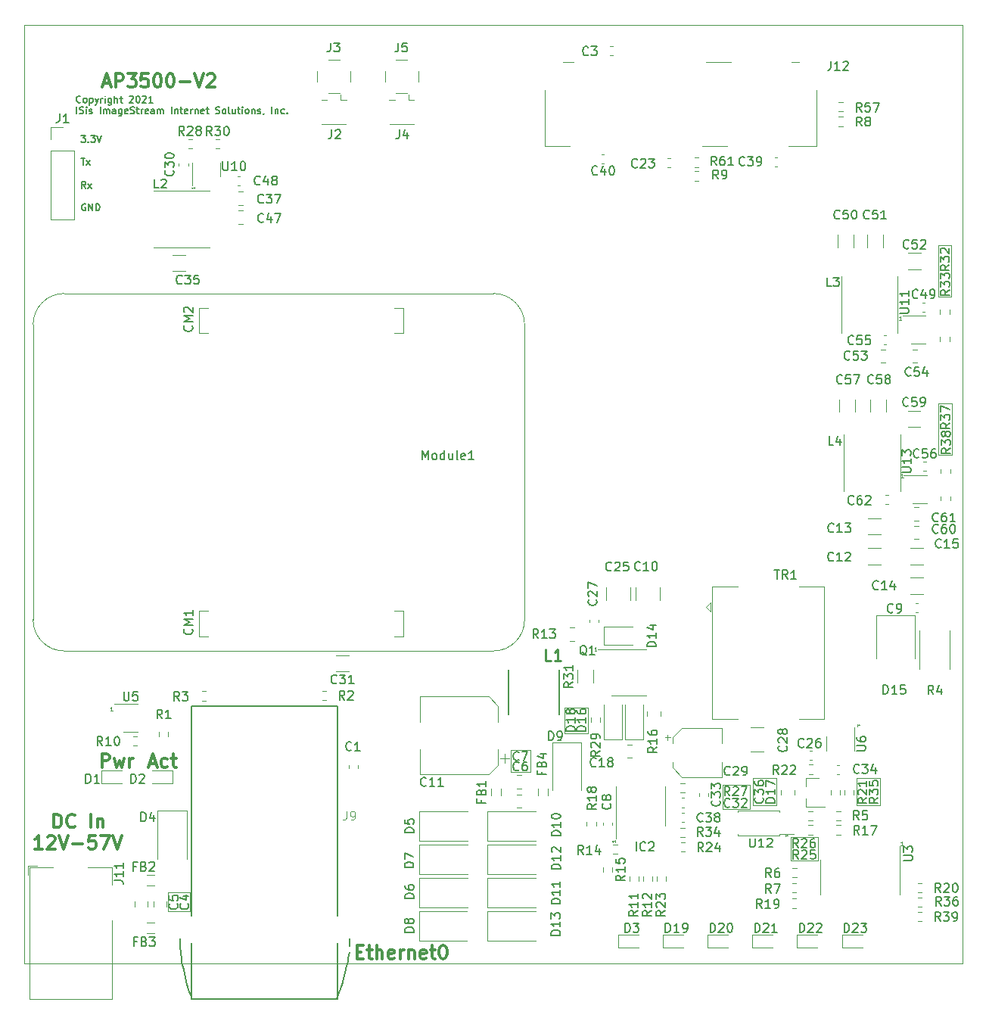
<source format=gbr>
%TF.GenerationSoftware,KiCad,Pcbnew,5.99.0-unknown-d8b1e827c7~129~ubuntu20.04.1*%
%TF.CreationDate,2021-06-15T13:21:36-05:00*%
%TF.ProjectId,AP3500,41503335-3030-42e6-9b69-6361645f7063,rev?*%
%TF.SameCoordinates,Original*%
%TF.FileFunction,Legend,Top*%
%TF.FilePolarity,Positive*%
%FSLAX46Y46*%
G04 Gerber Fmt 4.6, Leading zero omitted, Abs format (unit mm)*
G04 Created by KiCad (PCBNEW 5.99.0-unknown-d8b1e827c7~129~ubuntu20.04.1) date 2021-06-15 13:21:36*
%MOMM*%
%LPD*%
G01*
G04 APERTURE LIST*
%ADD10C,0.101600*%
%TA.AperFunction,Profile*%
%ADD11C,0.100000*%
%TD*%
%ADD12C,0.076200*%
%ADD13C,0.300000*%
%ADD14C,0.127000*%
%ADD15C,0.177800*%
%ADD16C,0.015000*%
%ADD17C,0.150000*%
%ADD18C,0.254000*%
%ADD19C,0.200000*%
%ADD20C,0.120000*%
%ADD21C,0.100000*%
G04 APERTURE END LIST*
D10*
X16092000Y-99160000D02*
X18586000Y-99160000D01*
X18586000Y-99160000D02*
X18586000Y-97033000D01*
X18586000Y-97033000D02*
X16092000Y-97033000D01*
X16092000Y-97033000D02*
X16092000Y-99160000D01*
X54502000Y-81171600D02*
X56676000Y-81171600D01*
X56676000Y-81171600D02*
X56676000Y-83617600D01*
X56676000Y-83617600D02*
X54502000Y-83617600D01*
X54502000Y-83617600D02*
X54502000Y-81171600D01*
X63115100Y-76355788D02*
X60448100Y-76355788D01*
X60448100Y-76355788D02*
X60448100Y-79276788D01*
X60448100Y-79276788D02*
X63115100Y-79276788D01*
X63115100Y-79276788D02*
X63115100Y-76355788D01*
X78163000Y-85059000D02*
X81211000Y-85059000D01*
X81211000Y-85059000D02*
X81211000Y-87726000D01*
X81211000Y-87726000D02*
X78163000Y-87726000D01*
X78163000Y-87726000D02*
X78163000Y-85059000D01*
X84197100Y-84303600D02*
X81530100Y-84303600D01*
X81530100Y-84303600D02*
X81530100Y-87351600D01*
X81530100Y-87351600D02*
X84197100Y-87351600D01*
X84197100Y-87351600D02*
X84197100Y-84303600D01*
X103780500Y-24677100D02*
X102294600Y-24677100D01*
X102294600Y-24677100D02*
X102294600Y-30442900D01*
X102294600Y-30442900D02*
X103780500Y-30442900D01*
X103780500Y-30442900D02*
X103780500Y-24677100D01*
X103836599Y-42394999D02*
X102350699Y-42394999D01*
X102350699Y-42394999D02*
X102350699Y-48160799D01*
X102350699Y-48160799D02*
X103836599Y-48160799D01*
X103836599Y-48160799D02*
X103836599Y-42394999D01*
X85786000Y-90859500D02*
X88834000Y-90859500D01*
X88834000Y-90859500D02*
X88834000Y-93526500D01*
X88834000Y-93526500D02*
X85786000Y-93526500D01*
X85786000Y-93526500D02*
X85786000Y-90859500D01*
X95823000Y-84230000D02*
X93156000Y-84230000D01*
X93156000Y-84230000D02*
X93156000Y-87278000D01*
X93156000Y-87278000D02*
X95823000Y-87278000D01*
X95823000Y-87278000D02*
X95823000Y-84230000D01*
D11*
X105000000Y0D02*
X105000000Y-105000000D01*
X0Y0D02*
X105000000Y0D01*
X0Y-105000000D02*
X105000000Y-105000000D01*
X0Y-105000000D02*
X0Y0D01*
D12*
X64074114Y-70046847D02*
X63841885Y-70046847D01*
X63958000Y-70046847D02*
X63958000Y-69640447D01*
X63919295Y-69698504D01*
X63880590Y-69737209D01*
X63841885Y-69756561D01*
D13*
X14048828Y-82623200D02*
X14763114Y-82623200D01*
X13905971Y-83051771D02*
X14405971Y-81551771D01*
X14905971Y-83051771D01*
X16048828Y-82980342D02*
X15905971Y-83051771D01*
X15620257Y-83051771D01*
X15477400Y-82980342D01*
X15405971Y-82908914D01*
X15334542Y-82766057D01*
X15334542Y-82337485D01*
X15405971Y-82194628D01*
X15477400Y-82123200D01*
X15620257Y-82051771D01*
X15905971Y-82051771D01*
X16048828Y-82123200D01*
X16477400Y-82051771D02*
X17048828Y-82051771D01*
X16691685Y-81551771D02*
X16691685Y-82837485D01*
X16763114Y-82980342D01*
X16905971Y-83051771D01*
X17048828Y-83051771D01*
D12*
X19111847Y-18113885D02*
X19111847Y-18346114D01*
X19111847Y-18230000D02*
X18705447Y-18230000D01*
X18763504Y-18268704D01*
X18802209Y-18307409D01*
X18821561Y-18346114D01*
X98338114Y-91791847D02*
X98105885Y-91791847D01*
X98222000Y-91791847D02*
X98222000Y-91385447D01*
X98183295Y-91443504D01*
X98144590Y-91482209D01*
X98105885Y-91501561D01*
D13*
X8879714Y-6560000D02*
X9594000Y-6560000D01*
X8736857Y-6988571D02*
X9236857Y-5488571D01*
X9736857Y-6988571D01*
X10236857Y-6988571D02*
X10236857Y-5488571D01*
X10808285Y-5488571D01*
X10951142Y-5560000D01*
X11022571Y-5631428D01*
X11094000Y-5774285D01*
X11094000Y-5988571D01*
X11022571Y-6131428D01*
X10951142Y-6202857D01*
X10808285Y-6274285D01*
X10236857Y-6274285D01*
X11594000Y-5488571D02*
X12522571Y-5488571D01*
X12022571Y-6060000D01*
X12236857Y-6060000D01*
X12379714Y-6131428D01*
X12451142Y-6202857D01*
X12522571Y-6345714D01*
X12522571Y-6702857D01*
X12451142Y-6845714D01*
X12379714Y-6917142D01*
X12236857Y-6988571D01*
X11808285Y-6988571D01*
X11665428Y-6917142D01*
X11594000Y-6845714D01*
X13879714Y-5488571D02*
X13165428Y-5488571D01*
X13094000Y-6202857D01*
X13165428Y-6131428D01*
X13308285Y-6060000D01*
X13665428Y-6060000D01*
X13808285Y-6131428D01*
X13879714Y-6202857D01*
X13951142Y-6345714D01*
X13951142Y-6702857D01*
X13879714Y-6845714D01*
X13808285Y-6917142D01*
X13665428Y-6988571D01*
X13308285Y-6988571D01*
X13165428Y-6917142D01*
X13094000Y-6845714D01*
X14879714Y-5488571D02*
X15022571Y-5488571D01*
X15165428Y-5560000D01*
X15236857Y-5631428D01*
X15308285Y-5774285D01*
X15379714Y-6060000D01*
X15379714Y-6417142D01*
X15308285Y-6702857D01*
X15236857Y-6845714D01*
X15165428Y-6917142D01*
X15022571Y-6988571D01*
X14879714Y-6988571D01*
X14736857Y-6917142D01*
X14665428Y-6845714D01*
X14594000Y-6702857D01*
X14522571Y-6417142D01*
X14522571Y-6060000D01*
X14594000Y-5774285D01*
X14665428Y-5631428D01*
X14736857Y-5560000D01*
X14879714Y-5488571D01*
X16308285Y-5488571D02*
X16451142Y-5488571D01*
X16593999Y-5560000D01*
X16665428Y-5631428D01*
X16736857Y-5774285D01*
X16808285Y-6060000D01*
X16808285Y-6417142D01*
X16736857Y-6702857D01*
X16665428Y-6845714D01*
X16593999Y-6917142D01*
X16451142Y-6988571D01*
X16308285Y-6988571D01*
X16165428Y-6917142D01*
X16093999Y-6845714D01*
X16022571Y-6702857D01*
X15951142Y-6417142D01*
X15951142Y-6060000D01*
X16022571Y-5774285D01*
X16093999Y-5631428D01*
X16165428Y-5560000D01*
X16308285Y-5488571D01*
X17451142Y-6417142D02*
X18594000Y-6417142D01*
X19094000Y-5488571D02*
X19594000Y-6988571D01*
X20093999Y-5488571D01*
X20522571Y-5631428D02*
X20593999Y-5560000D01*
X20736857Y-5488571D01*
X21093999Y-5488571D01*
X21236857Y-5560000D01*
X21308285Y-5631428D01*
X21379714Y-5774285D01*
X21379714Y-5917142D01*
X21308285Y-6131428D01*
X20451142Y-6988571D01*
X21379714Y-6988571D01*
D14*
X6931207Y-18278115D02*
X6677207Y-17915258D01*
X6495778Y-18278115D02*
X6495778Y-17516115D01*
X6786064Y-17516115D01*
X6858635Y-17552401D01*
X6894921Y-17588686D01*
X6931207Y-17661258D01*
X6931207Y-17770115D01*
X6894921Y-17842686D01*
X6858635Y-17878972D01*
X6786064Y-17915258D01*
X6495778Y-17915258D01*
X7185207Y-18278115D02*
X7584350Y-17770115D01*
X7185207Y-17770115D02*
X7584350Y-18278115D01*
D13*
X3354800Y-89808171D02*
X3354800Y-88308171D01*
X3711942Y-88308171D01*
X3926228Y-88379600D01*
X4069085Y-88522457D01*
X4140514Y-88665314D01*
X4211942Y-88951028D01*
X4211942Y-89165314D01*
X4140514Y-89451028D01*
X4069085Y-89593885D01*
X3926228Y-89736742D01*
X3711942Y-89808171D01*
X3354800Y-89808171D01*
X5711942Y-89665314D02*
X5640514Y-89736742D01*
X5426228Y-89808171D01*
X5283371Y-89808171D01*
X5069085Y-89736742D01*
X4926228Y-89593885D01*
X4854800Y-89451028D01*
X4783371Y-89165314D01*
X4783371Y-88951028D01*
X4854800Y-88665314D01*
X4926228Y-88522457D01*
X5069085Y-88379600D01*
X5283371Y-88308171D01*
X5426228Y-88308171D01*
X5640514Y-88379600D01*
X5711942Y-88451028D01*
X7497657Y-89808171D02*
X7497657Y-88308171D01*
X8211942Y-88808171D02*
X8211942Y-89808171D01*
X8211942Y-88951028D02*
X8283371Y-88879600D01*
X8426228Y-88808171D01*
X8640514Y-88808171D01*
X8783371Y-88879600D01*
X8854800Y-89022457D01*
X8854800Y-89808171D01*
D14*
X6423207Y-12385314D02*
X6894921Y-12385314D01*
X6640921Y-12675600D01*
X6749778Y-12675600D01*
X6822350Y-12711885D01*
X6858635Y-12748171D01*
X6894921Y-12820742D01*
X6894921Y-13002171D01*
X6858635Y-13074742D01*
X6822350Y-13111028D01*
X6749778Y-13147314D01*
X6532064Y-13147314D01*
X6459492Y-13111028D01*
X6423207Y-13074742D01*
X7221492Y-13074742D02*
X7257778Y-13111028D01*
X7221492Y-13147314D01*
X7185207Y-13111028D01*
X7221492Y-13074742D01*
X7221492Y-13147314D01*
X7511778Y-12385314D02*
X7983492Y-12385314D01*
X7729492Y-12675600D01*
X7838350Y-12675600D01*
X7910921Y-12711885D01*
X7947207Y-12748171D01*
X7983492Y-12820742D01*
X7983492Y-13002171D01*
X7947207Y-13074742D01*
X7910921Y-13111028D01*
X7838350Y-13147314D01*
X7620635Y-13147314D01*
X7548064Y-13111028D01*
X7511778Y-13074742D01*
X8201207Y-12385314D02*
X8455207Y-13147314D01*
X8709207Y-12385314D01*
X6386921Y-14950714D02*
X6822350Y-14950714D01*
X6604635Y-15712714D02*
X6604635Y-14950714D01*
X7003778Y-15712714D02*
X7402921Y-15204714D01*
X7003778Y-15204714D02*
X7402921Y-15712714D01*
D15*
X6335427Y-8641732D02*
X6299141Y-8678018D01*
X6190284Y-8714304D01*
X6117712Y-8714304D01*
X6008855Y-8678018D01*
X5936284Y-8605447D01*
X5899998Y-8532875D01*
X5863712Y-8387732D01*
X5863712Y-8278875D01*
X5899998Y-8133732D01*
X5936284Y-8061161D01*
X6008855Y-7988590D01*
X6117712Y-7952304D01*
X6190284Y-7952304D01*
X6299141Y-7988590D01*
X6335427Y-8024875D01*
X6770855Y-8714304D02*
X6698284Y-8678018D01*
X6661998Y-8641732D01*
X6625712Y-8569161D01*
X6625712Y-8351447D01*
X6661998Y-8278875D01*
X6698284Y-8242590D01*
X6770855Y-8206304D01*
X6879712Y-8206304D01*
X6952284Y-8242590D01*
X6988570Y-8278875D01*
X7024855Y-8351447D01*
X7024855Y-8569161D01*
X6988570Y-8641732D01*
X6952284Y-8678018D01*
X6879712Y-8714304D01*
X6770855Y-8714304D01*
X7351427Y-8206304D02*
X7351427Y-8968304D01*
X7351427Y-8242590D02*
X7423998Y-8206304D01*
X7569141Y-8206304D01*
X7641712Y-8242590D01*
X7677998Y-8278875D01*
X7714284Y-8351447D01*
X7714284Y-8569161D01*
X7677998Y-8641732D01*
X7641712Y-8678018D01*
X7569141Y-8714304D01*
X7423998Y-8714304D01*
X7351427Y-8678018D01*
X7968284Y-8206304D02*
X8149712Y-8714304D01*
X8331141Y-8206304D02*
X8149712Y-8714304D01*
X8077141Y-8895732D01*
X8040855Y-8932018D01*
X7968284Y-8968304D01*
X8621427Y-8714304D02*
X8621427Y-8206304D01*
X8621427Y-8351447D02*
X8657712Y-8278875D01*
X8693998Y-8242590D01*
X8766570Y-8206304D01*
X8839141Y-8206304D01*
X9093141Y-8714304D02*
X9093141Y-8206304D01*
X9093141Y-7952304D02*
X9056855Y-7988590D01*
X9093141Y-8024875D01*
X9129427Y-7988590D01*
X9093141Y-7952304D01*
X9093141Y-8024875D01*
X9782570Y-8206304D02*
X9782570Y-8823161D01*
X9746284Y-8895732D01*
X9709998Y-8932018D01*
X9637427Y-8968304D01*
X9528570Y-8968304D01*
X9455998Y-8932018D01*
X9782570Y-8678018D02*
X9709998Y-8714304D01*
X9564855Y-8714304D01*
X9492284Y-8678018D01*
X9455998Y-8641732D01*
X9419712Y-8569161D01*
X9419712Y-8351447D01*
X9455998Y-8278875D01*
X9492284Y-8242590D01*
X9564855Y-8206304D01*
X9709998Y-8206304D01*
X9782570Y-8242590D01*
X10145427Y-8714304D02*
X10145427Y-7952304D01*
X10471998Y-8714304D02*
X10471998Y-8315161D01*
X10435712Y-8242590D01*
X10363141Y-8206304D01*
X10254284Y-8206304D01*
X10181712Y-8242590D01*
X10145427Y-8278875D01*
X10725998Y-8206304D02*
X11016284Y-8206304D01*
X10834855Y-7952304D02*
X10834855Y-8605447D01*
X10871141Y-8678018D01*
X10943712Y-8714304D01*
X11016284Y-8714304D01*
X11814570Y-8024875D02*
X11850855Y-7988590D01*
X11923427Y-7952304D01*
X12104855Y-7952304D01*
X12177427Y-7988590D01*
X12213712Y-8024875D01*
X12249998Y-8097447D01*
X12249998Y-8170018D01*
X12213712Y-8278875D01*
X11778284Y-8714304D01*
X12249998Y-8714304D01*
X12721712Y-7952304D02*
X12794284Y-7952304D01*
X12866855Y-7988590D01*
X12903141Y-8024875D01*
X12939427Y-8097447D01*
X12975712Y-8242590D01*
X12975712Y-8424018D01*
X12939427Y-8569161D01*
X12903141Y-8641732D01*
X12866855Y-8678018D01*
X12794284Y-8714304D01*
X12721712Y-8714304D01*
X12649141Y-8678018D01*
X12612855Y-8641732D01*
X12576570Y-8569161D01*
X12540284Y-8424018D01*
X12540284Y-8242590D01*
X12576570Y-8097447D01*
X12612855Y-8024875D01*
X12649141Y-7988590D01*
X12721712Y-7952304D01*
X13265998Y-8024875D02*
X13302284Y-7988590D01*
X13374855Y-7952304D01*
X13556284Y-7952304D01*
X13628855Y-7988590D01*
X13665141Y-8024875D01*
X13701427Y-8097447D01*
X13701427Y-8170018D01*
X13665141Y-8278875D01*
X13229712Y-8714304D01*
X13701427Y-8714304D01*
X14427141Y-8714304D02*
X13991712Y-8714304D01*
X14209427Y-8714304D02*
X14209427Y-7952304D01*
X14136855Y-8061161D01*
X14064284Y-8133732D01*
X13991712Y-8170018D01*
X5899998Y-9941124D02*
X5899998Y-9179124D01*
X6226570Y-9904838D02*
X6335427Y-9941124D01*
X6516855Y-9941124D01*
X6589427Y-9904838D01*
X6625712Y-9868552D01*
X6661998Y-9795981D01*
X6661998Y-9723410D01*
X6625712Y-9650838D01*
X6589427Y-9614552D01*
X6516855Y-9578267D01*
X6371712Y-9541981D01*
X6299141Y-9505695D01*
X6262855Y-9469410D01*
X6226570Y-9396838D01*
X6226570Y-9324267D01*
X6262855Y-9251695D01*
X6299141Y-9215410D01*
X6371712Y-9179124D01*
X6553141Y-9179124D01*
X6661998Y-9215410D01*
X6988570Y-9941124D02*
X6988570Y-9433124D01*
X6988570Y-9179124D02*
X6952284Y-9215410D01*
X6988570Y-9251695D01*
X7024855Y-9215410D01*
X6988570Y-9179124D01*
X6988570Y-9251695D01*
X7315141Y-9904838D02*
X7387712Y-9941124D01*
X7532855Y-9941124D01*
X7605427Y-9904838D01*
X7641712Y-9832267D01*
X7641712Y-9795981D01*
X7605427Y-9723410D01*
X7532855Y-9687124D01*
X7423998Y-9687124D01*
X7351427Y-9650838D01*
X7315141Y-9578267D01*
X7315141Y-9541981D01*
X7351427Y-9469410D01*
X7423998Y-9433124D01*
X7532855Y-9433124D01*
X7605427Y-9469410D01*
X8548855Y-9941124D02*
X8548855Y-9179124D01*
X8911712Y-9941124D02*
X8911712Y-9433124D01*
X8911712Y-9505695D02*
X8947998Y-9469410D01*
X9020570Y-9433124D01*
X9129427Y-9433124D01*
X9201998Y-9469410D01*
X9238284Y-9541981D01*
X9238284Y-9941124D01*
X9238284Y-9541981D02*
X9274570Y-9469410D01*
X9347141Y-9433124D01*
X9455998Y-9433124D01*
X9528570Y-9469410D01*
X9564855Y-9541981D01*
X9564855Y-9941124D01*
X10254284Y-9941124D02*
X10254284Y-9541981D01*
X10217998Y-9469410D01*
X10145427Y-9433124D01*
X10000284Y-9433124D01*
X9927712Y-9469410D01*
X10254284Y-9904838D02*
X10181712Y-9941124D01*
X10000284Y-9941124D01*
X9927712Y-9904838D01*
X9891427Y-9832267D01*
X9891427Y-9759695D01*
X9927712Y-9687124D01*
X10000284Y-9650838D01*
X10181712Y-9650838D01*
X10254284Y-9614552D01*
X10943712Y-9433124D02*
X10943712Y-10049981D01*
X10907427Y-10122552D01*
X10871141Y-10158838D01*
X10798570Y-10195124D01*
X10689712Y-10195124D01*
X10617141Y-10158838D01*
X10943712Y-9904838D02*
X10871141Y-9941124D01*
X10725998Y-9941124D01*
X10653427Y-9904838D01*
X10617141Y-9868552D01*
X10580855Y-9795981D01*
X10580855Y-9578267D01*
X10617141Y-9505695D01*
X10653427Y-9469410D01*
X10725998Y-9433124D01*
X10871141Y-9433124D01*
X10943712Y-9469410D01*
X11596855Y-9904838D02*
X11524284Y-9941124D01*
X11379141Y-9941124D01*
X11306570Y-9904838D01*
X11270284Y-9832267D01*
X11270284Y-9541981D01*
X11306570Y-9469410D01*
X11379141Y-9433124D01*
X11524284Y-9433124D01*
X11596855Y-9469410D01*
X11633141Y-9541981D01*
X11633141Y-9614552D01*
X11270284Y-9687124D01*
X11923427Y-9904838D02*
X12032284Y-9941124D01*
X12213712Y-9941124D01*
X12286284Y-9904838D01*
X12322570Y-9868552D01*
X12358855Y-9795981D01*
X12358855Y-9723410D01*
X12322570Y-9650838D01*
X12286284Y-9614552D01*
X12213712Y-9578267D01*
X12068570Y-9541981D01*
X11995998Y-9505695D01*
X11959712Y-9469410D01*
X11923427Y-9396838D01*
X11923427Y-9324267D01*
X11959712Y-9251695D01*
X11995998Y-9215410D01*
X12068570Y-9179124D01*
X12249998Y-9179124D01*
X12358855Y-9215410D01*
X12576569Y-9433124D02*
X12866855Y-9433124D01*
X12685427Y-9179124D02*
X12685427Y-9832267D01*
X12721712Y-9904838D01*
X12794284Y-9941124D01*
X12866855Y-9941124D01*
X13120855Y-9941124D02*
X13120855Y-9433124D01*
X13120855Y-9578267D02*
X13157141Y-9505695D01*
X13193427Y-9469410D01*
X13265998Y-9433124D01*
X13338570Y-9433124D01*
X13882855Y-9904838D02*
X13810284Y-9941124D01*
X13665141Y-9941124D01*
X13592570Y-9904838D01*
X13556284Y-9832267D01*
X13556284Y-9541981D01*
X13592570Y-9469410D01*
X13665141Y-9433124D01*
X13810284Y-9433124D01*
X13882855Y-9469410D01*
X13919141Y-9541981D01*
X13919141Y-9614552D01*
X13556284Y-9687124D01*
X14572284Y-9941124D02*
X14572284Y-9541981D01*
X14535998Y-9469410D01*
X14463427Y-9433124D01*
X14318284Y-9433124D01*
X14245712Y-9469410D01*
X14572284Y-9904838D02*
X14499712Y-9941124D01*
X14318284Y-9941124D01*
X14245712Y-9904838D01*
X14209427Y-9832267D01*
X14209427Y-9759695D01*
X14245712Y-9687124D01*
X14318284Y-9650838D01*
X14499712Y-9650838D01*
X14572284Y-9614552D01*
X14935141Y-9941124D02*
X14935141Y-9433124D01*
X14935141Y-9505695D02*
X14971427Y-9469410D01*
X15043998Y-9433124D01*
X15152855Y-9433124D01*
X15225427Y-9469410D01*
X15261712Y-9541981D01*
X15261712Y-9941124D01*
X15261712Y-9541981D02*
X15297998Y-9469410D01*
X15370570Y-9433124D01*
X15479427Y-9433124D01*
X15551998Y-9469410D01*
X15588284Y-9541981D01*
X15588284Y-9941124D01*
X16531712Y-9941124D02*
X16531712Y-9179124D01*
X16894570Y-9433124D02*
X16894570Y-9941124D01*
X16894570Y-9505695D02*
X16930855Y-9469410D01*
X17003427Y-9433124D01*
X17112284Y-9433124D01*
X17184855Y-9469410D01*
X17221141Y-9541981D01*
X17221141Y-9941124D01*
X17475141Y-9433124D02*
X17765427Y-9433124D01*
X17583998Y-9179124D02*
X17583998Y-9832267D01*
X17620284Y-9904838D01*
X17692855Y-9941124D01*
X17765427Y-9941124D01*
X18309712Y-9904838D02*
X18237141Y-9941124D01*
X18091998Y-9941124D01*
X18019427Y-9904838D01*
X17983141Y-9832267D01*
X17983141Y-9541981D01*
X18019427Y-9469410D01*
X18091998Y-9433124D01*
X18237141Y-9433124D01*
X18309712Y-9469410D01*
X18345998Y-9541981D01*
X18345998Y-9614552D01*
X17983141Y-9687124D01*
X18672570Y-9941124D02*
X18672570Y-9433124D01*
X18672570Y-9578267D02*
X18708855Y-9505695D01*
X18745141Y-9469410D01*
X18817712Y-9433124D01*
X18890284Y-9433124D01*
X19144284Y-9433124D02*
X19144284Y-9941124D01*
X19144284Y-9505695D02*
X19180570Y-9469410D01*
X19253141Y-9433124D01*
X19361998Y-9433124D01*
X19434570Y-9469410D01*
X19470855Y-9541981D01*
X19470855Y-9941124D01*
X20123998Y-9904838D02*
X20051427Y-9941124D01*
X19906284Y-9941124D01*
X19833712Y-9904838D01*
X19797427Y-9832267D01*
X19797427Y-9541981D01*
X19833712Y-9469410D01*
X19906284Y-9433124D01*
X20051427Y-9433124D01*
X20123998Y-9469410D01*
X20160284Y-9541981D01*
X20160284Y-9614552D01*
X19797427Y-9687124D01*
X20377998Y-9433124D02*
X20668284Y-9433124D01*
X20486855Y-9179124D02*
X20486855Y-9832267D01*
X20523141Y-9904838D01*
X20595712Y-9941124D01*
X20668284Y-9941124D01*
X21466569Y-9904838D02*
X21575427Y-9941124D01*
X21756855Y-9941124D01*
X21829427Y-9904838D01*
X21865712Y-9868552D01*
X21901998Y-9795981D01*
X21901998Y-9723410D01*
X21865712Y-9650838D01*
X21829427Y-9614552D01*
X21756855Y-9578267D01*
X21611712Y-9541981D01*
X21539141Y-9505695D01*
X21502855Y-9469410D01*
X21466569Y-9396838D01*
X21466569Y-9324267D01*
X21502855Y-9251695D01*
X21539141Y-9215410D01*
X21611712Y-9179124D01*
X21793141Y-9179124D01*
X21901998Y-9215410D01*
X22337427Y-9941124D02*
X22264855Y-9904838D01*
X22228569Y-9868552D01*
X22192284Y-9795981D01*
X22192284Y-9578267D01*
X22228569Y-9505695D01*
X22264855Y-9469410D01*
X22337427Y-9433124D01*
X22446284Y-9433124D01*
X22518855Y-9469410D01*
X22555141Y-9505695D01*
X22591427Y-9578267D01*
X22591427Y-9795981D01*
X22555141Y-9868552D01*
X22518855Y-9904838D01*
X22446284Y-9941124D01*
X22337427Y-9941124D01*
X23026855Y-9941124D02*
X22954284Y-9904838D01*
X22917998Y-9832267D01*
X22917998Y-9179124D01*
X23643712Y-9433124D02*
X23643712Y-9941124D01*
X23317141Y-9433124D02*
X23317141Y-9832267D01*
X23353427Y-9904838D01*
X23425998Y-9941124D01*
X23534855Y-9941124D01*
X23607427Y-9904838D01*
X23643712Y-9868552D01*
X23897712Y-9433124D02*
X24187998Y-9433124D01*
X24006569Y-9179124D02*
X24006569Y-9832267D01*
X24042855Y-9904838D01*
X24115427Y-9941124D01*
X24187998Y-9941124D01*
X24441998Y-9941124D02*
X24441998Y-9433124D01*
X24441998Y-9179124D02*
X24405712Y-9215410D01*
X24441998Y-9251695D01*
X24478284Y-9215410D01*
X24441998Y-9179124D01*
X24441998Y-9251695D01*
X24913712Y-9941124D02*
X24841141Y-9904838D01*
X24804855Y-9868552D01*
X24768569Y-9795981D01*
X24768569Y-9578267D01*
X24804855Y-9505695D01*
X24841141Y-9469410D01*
X24913712Y-9433124D01*
X25022569Y-9433124D01*
X25095141Y-9469410D01*
X25131427Y-9505695D01*
X25167712Y-9578267D01*
X25167712Y-9795981D01*
X25131427Y-9868552D01*
X25095141Y-9904838D01*
X25022569Y-9941124D01*
X24913712Y-9941124D01*
X25494284Y-9433124D02*
X25494284Y-9941124D01*
X25494284Y-9505695D02*
X25530569Y-9469410D01*
X25603141Y-9433124D01*
X25711998Y-9433124D01*
X25784569Y-9469410D01*
X25820855Y-9541981D01*
X25820855Y-9941124D01*
X26147427Y-9904838D02*
X26219998Y-9941124D01*
X26365141Y-9941124D01*
X26437712Y-9904838D01*
X26473998Y-9832267D01*
X26473998Y-9795981D01*
X26437712Y-9723410D01*
X26365141Y-9687124D01*
X26256284Y-9687124D01*
X26183712Y-9650838D01*
X26147427Y-9578267D01*
X26147427Y-9541981D01*
X26183712Y-9469410D01*
X26256284Y-9433124D01*
X26365141Y-9433124D01*
X26437712Y-9469410D01*
X26836855Y-9904838D02*
X26836855Y-9941124D01*
X26800569Y-10013695D01*
X26764284Y-10049981D01*
X27743998Y-9941124D02*
X27743998Y-9179124D01*
X28106855Y-9433124D02*
X28106855Y-9941124D01*
X28106855Y-9505695D02*
X28143141Y-9469410D01*
X28215712Y-9433124D01*
X28324569Y-9433124D01*
X28397141Y-9469410D01*
X28433427Y-9541981D01*
X28433427Y-9941124D01*
X29122855Y-9904838D02*
X29050284Y-9941124D01*
X28905141Y-9941124D01*
X28832569Y-9904838D01*
X28796284Y-9868552D01*
X28759998Y-9795981D01*
X28759998Y-9578267D01*
X28796284Y-9505695D01*
X28832569Y-9469410D01*
X28905141Y-9433124D01*
X29050284Y-9433124D01*
X29122855Y-9469410D01*
X29449427Y-9868552D02*
X29485712Y-9904838D01*
X29449427Y-9941124D01*
X29413141Y-9904838D01*
X29449427Y-9868552D01*
X29449427Y-9941124D01*
D13*
X37249000Y-103703657D02*
X37749000Y-103703657D01*
X37963285Y-104489371D02*
X37249000Y-104489371D01*
X37249000Y-102989371D01*
X37963285Y-102989371D01*
X38391857Y-103489371D02*
X38963285Y-103489371D01*
X38606142Y-102989371D02*
X38606142Y-104275085D01*
X38677571Y-104417942D01*
X38820428Y-104489371D01*
X38963285Y-104489371D01*
X39463285Y-104489371D02*
X39463285Y-102989371D01*
X40106142Y-104489371D02*
X40106142Y-103703657D01*
X40034714Y-103560800D01*
X39891857Y-103489371D01*
X39677571Y-103489371D01*
X39534714Y-103560800D01*
X39463285Y-103632228D01*
X41391857Y-104417942D02*
X41249000Y-104489371D01*
X40963285Y-104489371D01*
X40820428Y-104417942D01*
X40749000Y-104275085D01*
X40749000Y-103703657D01*
X40820428Y-103560800D01*
X40963285Y-103489371D01*
X41249000Y-103489371D01*
X41391857Y-103560800D01*
X41463285Y-103703657D01*
X41463285Y-103846514D01*
X40749000Y-103989371D01*
X42106142Y-104489371D02*
X42106142Y-103489371D01*
X42106142Y-103775085D02*
X42177571Y-103632228D01*
X42249000Y-103560800D01*
X42391857Y-103489371D01*
X42534714Y-103489371D01*
X43034714Y-103489371D02*
X43034714Y-104489371D01*
X43034714Y-103632228D02*
X43106142Y-103560800D01*
X43249000Y-103489371D01*
X43463285Y-103489371D01*
X43606142Y-103560800D01*
X43677571Y-103703657D01*
X43677571Y-104489371D01*
X44963285Y-104417942D02*
X44820428Y-104489371D01*
X44534714Y-104489371D01*
X44391857Y-104417942D01*
X44320428Y-104275085D01*
X44320428Y-103703657D01*
X44391857Y-103560800D01*
X44534714Y-103489371D01*
X44820428Y-103489371D01*
X44963285Y-103560800D01*
X45034714Y-103703657D01*
X45034714Y-103846514D01*
X44320428Y-103989371D01*
X45463285Y-103489371D02*
X46034714Y-103489371D01*
X45677571Y-102989371D02*
X45677571Y-104275085D01*
X45749000Y-104417942D01*
X45891857Y-104489371D01*
X46034714Y-104489371D01*
X46820428Y-102989371D02*
X46963285Y-102989371D01*
X47106142Y-103060800D01*
X47177571Y-103132228D01*
X47249000Y-103275085D01*
X47320428Y-103560800D01*
X47320428Y-103917942D01*
X47249000Y-104203657D01*
X47177571Y-104346514D01*
X47106142Y-104417942D01*
X46963285Y-104489371D01*
X46820428Y-104489371D01*
X46677571Y-104417942D01*
X46606142Y-104346514D01*
X46534714Y-104203657D01*
X46463285Y-103917942D01*
X46463285Y-103560800D01*
X46534714Y-103275085D01*
X46606142Y-103132228D01*
X46677571Y-103060800D01*
X46820428Y-102989371D01*
X2061857Y-92195771D02*
X1204714Y-92195771D01*
X1633285Y-92195771D02*
X1633285Y-90695771D01*
X1490428Y-90910057D01*
X1347571Y-91052914D01*
X1204714Y-91124342D01*
X2633285Y-90838628D02*
X2704714Y-90767200D01*
X2847571Y-90695771D01*
X3204714Y-90695771D01*
X3347571Y-90767200D01*
X3418999Y-90838628D01*
X3490428Y-90981485D01*
X3490428Y-91124342D01*
X3418999Y-91338628D01*
X2561857Y-92195771D01*
X3490428Y-92195771D01*
X3918999Y-90695771D02*
X4418999Y-92195771D01*
X4918999Y-90695771D01*
X5418999Y-91624342D02*
X6561857Y-91624342D01*
X7990428Y-90695771D02*
X7276142Y-90695771D01*
X7204714Y-91410057D01*
X7276142Y-91338628D01*
X7418999Y-91267200D01*
X7776142Y-91267200D01*
X7918999Y-91338628D01*
X7990428Y-91410057D01*
X8061857Y-91552914D01*
X8061857Y-91910057D01*
X7990428Y-92052914D01*
X7918999Y-92124342D01*
X7776142Y-92195771D01*
X7418999Y-92195771D01*
X7276142Y-92124342D01*
X7204714Y-92052914D01*
X8561857Y-90695771D02*
X9561857Y-90695771D01*
X8919000Y-92195771D01*
X9919000Y-90695771D02*
X10419000Y-92195771D01*
X10919000Y-90695771D01*
D12*
X93227914Y-78474285D02*
X93227914Y-78300114D01*
X93227914Y-78387200D02*
X93532714Y-78387200D01*
X93489171Y-78358171D01*
X93460142Y-78329142D01*
X93445628Y-78300114D01*
D13*
X8729142Y-83051771D02*
X8729142Y-81551771D01*
X9300571Y-81551771D01*
X9443428Y-81623200D01*
X9514857Y-81694628D01*
X9586285Y-81837485D01*
X9586285Y-82051771D01*
X9514857Y-82194628D01*
X9443428Y-82266057D01*
X9300571Y-82337485D01*
X8729142Y-82337485D01*
X10086285Y-82051771D02*
X10372000Y-83051771D01*
X10657714Y-82337485D01*
X10943428Y-83051771D01*
X11229142Y-82051771D01*
X11800571Y-83051771D02*
X11800571Y-82051771D01*
X11800571Y-82337485D02*
X11872000Y-82194628D01*
X11943428Y-82123200D01*
X12086285Y-82051771D01*
X12229142Y-82051771D01*
D12*
X98397114Y-50652847D02*
X98164885Y-50652847D01*
X98281000Y-50652847D02*
X98281000Y-50246447D01*
X98242295Y-50304504D01*
X98203590Y-50343209D01*
X98164885Y-50362561D01*
X66182847Y-91193885D02*
X66182847Y-91426114D01*
X66182847Y-91310000D02*
X65776447Y-91310000D01*
X65834504Y-91348704D01*
X65873209Y-91387409D01*
X65892561Y-91426114D01*
X98156114Y-33031847D02*
X97923885Y-33031847D01*
X98040000Y-33031847D02*
X98040000Y-32625447D01*
X98001295Y-32683504D01*
X97962590Y-32722209D01*
X97923885Y-32741561D01*
X85184114Y-90808085D02*
X85184114Y-90633914D01*
X85184114Y-90721000D02*
X85488914Y-90721000D01*
X85445371Y-90691971D01*
X85416342Y-90662942D01*
X85401828Y-90633914D01*
X9906114Y-76743847D02*
X9673885Y-76743847D01*
X9790000Y-76743847D02*
X9790000Y-76337447D01*
X9751295Y-76395504D01*
X9712590Y-76434209D01*
X9673885Y-76453561D01*
D14*
X6894921Y-20067000D02*
X6822350Y-20030714D01*
X6713492Y-20030714D01*
X6604635Y-20067000D01*
X6532064Y-20139571D01*
X6495778Y-20212142D01*
X6459492Y-20357285D01*
X6459492Y-20466142D01*
X6495778Y-20611285D01*
X6532064Y-20683857D01*
X6604635Y-20756428D01*
X6713492Y-20792714D01*
X6786064Y-20792714D01*
X6894921Y-20756428D01*
X6931207Y-20720142D01*
X6931207Y-20466142D01*
X6786064Y-20466142D01*
X7257778Y-20792714D02*
X7257778Y-20030714D01*
X7693207Y-20792714D01*
X7693207Y-20030714D01*
X8056064Y-20792714D02*
X8056064Y-20030714D01*
X8237492Y-20030714D01*
X8346350Y-20067000D01*
X8418921Y-20139571D01*
X8455207Y-20212142D01*
X8491492Y-20357285D01*
X8491492Y-20466142D01*
X8455207Y-20611285D01*
X8418921Y-20683857D01*
X8346350Y-20756428D01*
X8237492Y-20792714D01*
X8056064Y-20792714D01*
D16*
X36060209Y-87957942D02*
X36060209Y-88672897D01*
X36012545Y-88815888D01*
X35917218Y-88911216D01*
X35774227Y-88958879D01*
X35678900Y-88958879D01*
X36584509Y-88958879D02*
X36775164Y-88958879D01*
X36870491Y-88911216D01*
X36918155Y-88863552D01*
X37013482Y-88720561D01*
X37061146Y-88529906D01*
X37061146Y-88148597D01*
X37013482Y-88053270D01*
X36965819Y-88005606D01*
X36870491Y-87957942D01*
X36679837Y-87957942D01*
X36584509Y-88005606D01*
X36536846Y-88053270D01*
X36489182Y-88148597D01*
X36489182Y-88386915D01*
X36536846Y-88482243D01*
X36584509Y-88529906D01*
X36679837Y-88577570D01*
X36870491Y-88577570D01*
X36965819Y-88529906D01*
X37013482Y-88482243D01*
X37061146Y-88386915D01*
D17*
X78997142Y-83867142D02*
X78949523Y-83914761D01*
X78806666Y-83962380D01*
X78711428Y-83962380D01*
X78568571Y-83914761D01*
X78473333Y-83819523D01*
X78425714Y-83724285D01*
X78378095Y-83533809D01*
X78378095Y-83390952D01*
X78425714Y-83200476D01*
X78473333Y-83105238D01*
X78568571Y-83010000D01*
X78711428Y-82962380D01*
X78806666Y-82962380D01*
X78949523Y-83010000D01*
X78997142Y-83057619D01*
X79378095Y-83057619D02*
X79425714Y-83010000D01*
X79520952Y-82962380D01*
X79759047Y-82962380D01*
X79854285Y-83010000D01*
X79901904Y-83057619D01*
X79949523Y-83152857D01*
X79949523Y-83248095D01*
X79901904Y-83390952D01*
X79330476Y-83962380D01*
X79949523Y-83962380D01*
X80425714Y-83962380D02*
X80616190Y-83962380D01*
X80711428Y-83914761D01*
X80759047Y-83867142D01*
X80854285Y-83724285D01*
X80901904Y-83533809D01*
X80901904Y-83152857D01*
X80854285Y-83057619D01*
X80806666Y-83010000D01*
X80711428Y-82962380D01*
X80520952Y-82962380D01*
X80425714Y-83010000D01*
X80378095Y-83057619D01*
X80330476Y-83152857D01*
X80330476Y-83390952D01*
X80378095Y-83486190D01*
X80425714Y-83533809D01*
X80520952Y-83581428D01*
X80711428Y-83581428D01*
X80806666Y-83533809D01*
X80854285Y-83486190D01*
X80901904Y-83390952D01*
X10091051Y-95725527D02*
X10805337Y-95725527D01*
X10948194Y-95773146D01*
X11043432Y-95868384D01*
X11091051Y-96011242D01*
X11091051Y-96106480D01*
X11091051Y-94725527D02*
X11091051Y-95296956D01*
X11091051Y-95011242D02*
X10091051Y-95011242D01*
X10233909Y-95106480D01*
X10329147Y-95201718D01*
X10376766Y-95296956D01*
X11091051Y-93773146D02*
X11091051Y-94344575D01*
X11091051Y-94058861D02*
X10091051Y-94058861D01*
X10233909Y-94154099D01*
X10329147Y-94249337D01*
X10376766Y-94344575D01*
X90285872Y-4089575D02*
X90285872Y-4803861D01*
X90238253Y-4946718D01*
X90143015Y-5041956D01*
X90000157Y-5089575D01*
X89904919Y-5089575D01*
X91285872Y-5089575D02*
X90714443Y-5089575D01*
X91000157Y-5089575D02*
X91000157Y-4089575D01*
X90904919Y-4232433D01*
X90809681Y-4327671D01*
X90714443Y-4375290D01*
X91666824Y-4184814D02*
X91714443Y-4137195D01*
X91809681Y-4089575D01*
X92047776Y-4089575D01*
X92143015Y-4137195D01*
X92190634Y-4184814D01*
X92238253Y-4280052D01*
X92238253Y-4375290D01*
X92190634Y-4518147D01*
X91619205Y-5089575D01*
X92238253Y-5089575D01*
X70229980Y-99096657D02*
X69753790Y-99429990D01*
X70229980Y-99668085D02*
X69229980Y-99668085D01*
X69229980Y-99287133D01*
X69277600Y-99191895D01*
X69325219Y-99144276D01*
X69420457Y-99096657D01*
X69563314Y-99096657D01*
X69658552Y-99144276D01*
X69706171Y-99191895D01*
X69753790Y-99287133D01*
X69753790Y-99668085D01*
X70229980Y-98144276D02*
X70229980Y-98715704D01*
X70229980Y-98429990D02*
X69229980Y-98429990D01*
X69372838Y-98525228D01*
X69468076Y-98620466D01*
X69515695Y-98715704D01*
X69325219Y-97763323D02*
X69277600Y-97715704D01*
X69229980Y-97620466D01*
X69229980Y-97382371D01*
X69277600Y-97287133D01*
X69325219Y-97239514D01*
X69420457Y-97191895D01*
X69515695Y-97191895D01*
X69658552Y-97239514D01*
X70229980Y-97810942D01*
X70229980Y-97191895D01*
X17928142Y-12362780D02*
X17594809Y-11886590D01*
X17356714Y-12362780D02*
X17356714Y-11362780D01*
X17737666Y-11362780D01*
X17832904Y-11410400D01*
X17880523Y-11458019D01*
X17928142Y-11553257D01*
X17928142Y-11696114D01*
X17880523Y-11791352D01*
X17832904Y-11838971D01*
X17737666Y-11886590D01*
X17356714Y-11886590D01*
X18309095Y-11458019D02*
X18356714Y-11410400D01*
X18451952Y-11362780D01*
X18690047Y-11362780D01*
X18785285Y-11410400D01*
X18832904Y-11458019D01*
X18880523Y-11553257D01*
X18880523Y-11648495D01*
X18832904Y-11791352D01*
X18261476Y-12362780D01*
X18880523Y-12362780D01*
X19451952Y-11791352D02*
X19356714Y-11743733D01*
X19309095Y-11696114D01*
X19261476Y-11600876D01*
X19261476Y-11553257D01*
X19309095Y-11458019D01*
X19356714Y-11410400D01*
X19451952Y-11362780D01*
X19642428Y-11362780D01*
X19737666Y-11410400D01*
X19785285Y-11458019D01*
X19832904Y-11553257D01*
X19832904Y-11600876D01*
X19785285Y-11696114D01*
X19737666Y-11743733D01*
X19642428Y-11791352D01*
X19451952Y-11791352D01*
X19356714Y-11838971D01*
X19309095Y-11886590D01*
X19261476Y-11981828D01*
X19261476Y-12172304D01*
X19309095Y-12267542D01*
X19356714Y-12315161D01*
X19451952Y-12362780D01*
X19642428Y-12362780D01*
X19737666Y-12315161D01*
X19785285Y-12267542D01*
X19832904Y-12172304D01*
X19832904Y-11981828D01*
X19785285Y-11886590D01*
X19737666Y-11838971D01*
X19642428Y-11791352D01*
X81785714Y-101522380D02*
X81785714Y-100522380D01*
X82023809Y-100522380D01*
X82166666Y-100570000D01*
X82261904Y-100665238D01*
X82309523Y-100760476D01*
X82357142Y-100950952D01*
X82357142Y-101093809D01*
X82309523Y-101284285D01*
X82261904Y-101379523D01*
X82166666Y-101474761D01*
X82023809Y-101522380D01*
X81785714Y-101522380D01*
X82738095Y-100617619D02*
X82785714Y-100570000D01*
X82880952Y-100522380D01*
X83119047Y-100522380D01*
X83214285Y-100570000D01*
X83261904Y-100617619D01*
X83309523Y-100712857D01*
X83309523Y-100808095D01*
X83261904Y-100950952D01*
X82690476Y-101522380D01*
X83309523Y-101522380D01*
X84261904Y-101522380D02*
X83690476Y-101522380D01*
X83976190Y-101522380D02*
X83976190Y-100522380D01*
X83880952Y-100665238D01*
X83785714Y-100760476D01*
X83690476Y-100808095D01*
X78969542Y-87457142D02*
X78921923Y-87504761D01*
X78779066Y-87552380D01*
X78683828Y-87552380D01*
X78540971Y-87504761D01*
X78445733Y-87409523D01*
X78398114Y-87314285D01*
X78350495Y-87123809D01*
X78350495Y-86980952D01*
X78398114Y-86790476D01*
X78445733Y-86695238D01*
X78540971Y-86600000D01*
X78683828Y-86552380D01*
X78779066Y-86552380D01*
X78921923Y-86600000D01*
X78969542Y-86647619D01*
X79302876Y-86552380D02*
X79921923Y-86552380D01*
X79588590Y-86933333D01*
X79731447Y-86933333D01*
X79826685Y-86980952D01*
X79874304Y-87028571D01*
X79921923Y-87123809D01*
X79921923Y-87361904D01*
X79874304Y-87457142D01*
X79826685Y-87504761D01*
X79731447Y-87552380D01*
X79445733Y-87552380D01*
X79350495Y-87504761D01*
X79302876Y-87457142D01*
X80302876Y-86647619D02*
X80350495Y-86600000D01*
X80445733Y-86552380D01*
X80683828Y-86552380D01*
X80779066Y-86600000D01*
X80826685Y-86647619D01*
X80874304Y-86742857D01*
X80874304Y-86838095D01*
X80826685Y-86980952D01*
X80255257Y-87552380D01*
X80874304Y-87552380D01*
X21030343Y-12378280D02*
X20697010Y-11902090D01*
X20458915Y-12378280D02*
X20458915Y-11378280D01*
X20839867Y-11378280D01*
X20935105Y-11425900D01*
X20982724Y-11473519D01*
X21030343Y-11568757D01*
X21030343Y-11711614D01*
X20982724Y-11806852D01*
X20935105Y-11854471D01*
X20839867Y-11902090D01*
X20458915Y-11902090D01*
X21363677Y-11378280D02*
X21982724Y-11378280D01*
X21649391Y-11759233D01*
X21792248Y-11759233D01*
X21887486Y-11806852D01*
X21935105Y-11854471D01*
X21982724Y-11949709D01*
X21982724Y-12187804D01*
X21935105Y-12283042D01*
X21887486Y-12330661D01*
X21792248Y-12378280D01*
X21506534Y-12378280D01*
X21411296Y-12330661D01*
X21363677Y-12283042D01*
X22601772Y-11378280D02*
X22697010Y-11378280D01*
X22792248Y-11425900D01*
X22839867Y-11473519D01*
X22887486Y-11568757D01*
X22935105Y-11759233D01*
X22935105Y-11997328D01*
X22887486Y-12187804D01*
X22839867Y-12283042D01*
X22792248Y-12330661D01*
X22697010Y-12378280D01*
X22601772Y-12378280D01*
X22506534Y-12330661D01*
X22458915Y-12283042D01*
X22411296Y-12187804D01*
X22363677Y-11997328D01*
X22363677Y-11759233D01*
X22411296Y-11568757D01*
X22458915Y-11473519D01*
X22506534Y-11425900D01*
X22601772Y-11378280D01*
X76785714Y-101522380D02*
X76785714Y-100522380D01*
X77023809Y-100522380D01*
X77166666Y-100570000D01*
X77261904Y-100665238D01*
X77309523Y-100760476D01*
X77357142Y-100950952D01*
X77357142Y-101093809D01*
X77309523Y-101284285D01*
X77261904Y-101379523D01*
X77166666Y-101474761D01*
X77023809Y-101522380D01*
X76785714Y-101522380D01*
X77738095Y-100617619D02*
X77785714Y-100570000D01*
X77880952Y-100522380D01*
X78119047Y-100522380D01*
X78214285Y-100570000D01*
X78261904Y-100617619D01*
X78309523Y-100712857D01*
X78309523Y-100808095D01*
X78261904Y-100950952D01*
X77690476Y-101522380D01*
X78309523Y-101522380D01*
X78928571Y-100522380D02*
X79023809Y-100522380D01*
X79119047Y-100570000D01*
X79166666Y-100617619D01*
X79214285Y-100712857D01*
X79261904Y-100903333D01*
X79261904Y-101141428D01*
X79214285Y-101331904D01*
X79166666Y-101427142D01*
X79119047Y-101474761D01*
X79023809Y-101522380D01*
X78928571Y-101522380D01*
X78833333Y-101474761D01*
X78785714Y-101427142D01*
X78738095Y-101331904D01*
X78690476Y-101141428D01*
X78690476Y-100903333D01*
X78738095Y-100712857D01*
X78785714Y-100617619D01*
X78833333Y-100570000D01*
X78928571Y-100522380D01*
X67214980Y-95159657D02*
X66738790Y-95492990D01*
X67214980Y-95731085D02*
X66214980Y-95731085D01*
X66214980Y-95350133D01*
X66262600Y-95254895D01*
X66310219Y-95207276D01*
X66405457Y-95159657D01*
X66548314Y-95159657D01*
X66643552Y-95207276D01*
X66691171Y-95254895D01*
X66738790Y-95350133D01*
X66738790Y-95731085D01*
X67214980Y-94207276D02*
X67214980Y-94778704D01*
X67214980Y-94492990D02*
X66214980Y-94492990D01*
X66357838Y-94588228D01*
X66453076Y-94683466D01*
X66500695Y-94778704D01*
X66214980Y-93302514D02*
X66214980Y-93778704D01*
X66691171Y-93826323D01*
X66643552Y-93778704D01*
X66595933Y-93683466D01*
X66595933Y-93445371D01*
X66643552Y-93350133D01*
X66691171Y-93302514D01*
X66786409Y-93254895D01*
X67024504Y-93254895D01*
X67119742Y-93302514D01*
X67167361Y-93350133D01*
X67214980Y-93445371D01*
X67214980Y-93683466D01*
X67167361Y-93778704D01*
X67119742Y-93826323D01*
X13101904Y-89122380D02*
X13101904Y-88122380D01*
X13340000Y-88122380D01*
X13482857Y-88170000D01*
X13578095Y-88265238D01*
X13625714Y-88360476D01*
X13673333Y-88550952D01*
X13673333Y-88693809D01*
X13625714Y-88884285D01*
X13578095Y-88979523D01*
X13482857Y-89074761D01*
X13340000Y-89122380D01*
X13101904Y-89122380D01*
X14530476Y-88455714D02*
X14530476Y-89122380D01*
X14292380Y-88074761D02*
X14054285Y-88789047D01*
X14673333Y-88789047D01*
X99238142Y-39204142D02*
X99190523Y-39251761D01*
X99047666Y-39299380D01*
X98952428Y-39299380D01*
X98809571Y-39251761D01*
X98714333Y-39156523D01*
X98666714Y-39061285D01*
X98619095Y-38870809D01*
X98619095Y-38727952D01*
X98666714Y-38537476D01*
X98714333Y-38442238D01*
X98809571Y-38347000D01*
X98952428Y-38299380D01*
X99047666Y-38299380D01*
X99190523Y-38347000D01*
X99238142Y-38394619D01*
X100142904Y-38299380D02*
X99666714Y-38299380D01*
X99619095Y-38775571D01*
X99666714Y-38727952D01*
X99761952Y-38680333D01*
X100000047Y-38680333D01*
X100095285Y-38727952D01*
X100142904Y-38775571D01*
X100190523Y-38870809D01*
X100190523Y-39108904D01*
X100142904Y-39204142D01*
X100095285Y-39251761D01*
X100000047Y-39299380D01*
X99761952Y-39299380D01*
X99666714Y-39251761D01*
X99619095Y-39204142D01*
X101047666Y-38632714D02*
X101047666Y-39299380D01*
X100809571Y-38251761D02*
X100571476Y-38966047D01*
X101190523Y-38966047D01*
X84442742Y-83858479D02*
X84109409Y-83382289D01*
X83871314Y-83858479D02*
X83871314Y-82858479D01*
X84252266Y-82858479D01*
X84347504Y-82906099D01*
X84395123Y-82953718D01*
X84442742Y-83048956D01*
X84442742Y-83191813D01*
X84395123Y-83287051D01*
X84347504Y-83334670D01*
X84252266Y-83382289D01*
X83871314Y-83382289D01*
X84823695Y-82953718D02*
X84871314Y-82906099D01*
X84966552Y-82858479D01*
X85204647Y-82858479D01*
X85299885Y-82906099D01*
X85347504Y-82953718D01*
X85395123Y-83048956D01*
X85395123Y-83144194D01*
X85347504Y-83287051D01*
X84776076Y-83858479D01*
X85395123Y-83858479D01*
X85776076Y-82953718D02*
X85823695Y-82906099D01*
X85918933Y-82858479D01*
X86157028Y-82858479D01*
X86252266Y-82906099D01*
X86299885Y-82953718D01*
X86347504Y-83048956D01*
X86347504Y-83144194D01*
X86299885Y-83287051D01*
X85728457Y-83858479D01*
X86347504Y-83858479D01*
X95591142Y-63100142D02*
X95543523Y-63147761D01*
X95400666Y-63195380D01*
X95305428Y-63195380D01*
X95162571Y-63147761D01*
X95067333Y-63052523D01*
X95019714Y-62957285D01*
X94972095Y-62766809D01*
X94972095Y-62623952D01*
X95019714Y-62433476D01*
X95067333Y-62338238D01*
X95162571Y-62243000D01*
X95305428Y-62195380D01*
X95400666Y-62195380D01*
X95543523Y-62243000D01*
X95591142Y-62290619D01*
X96543523Y-63195380D02*
X95972095Y-63195380D01*
X96257809Y-63195380D02*
X96257809Y-62195380D01*
X96162571Y-62338238D01*
X96067333Y-62433476D01*
X95972095Y-62481095D01*
X97400666Y-62528714D02*
X97400666Y-63195380D01*
X97162571Y-62147761D02*
X96924476Y-62862047D01*
X97543523Y-62862047D01*
X98419580Y-93498304D02*
X99229104Y-93498304D01*
X99324342Y-93450685D01*
X99371961Y-93403066D01*
X99419580Y-93307828D01*
X99419580Y-93117352D01*
X99371961Y-93022114D01*
X99324342Y-92974495D01*
X99229104Y-92926876D01*
X98419580Y-92926876D01*
X98419580Y-92545923D02*
X98419580Y-91926876D01*
X98800533Y-92260209D01*
X98800533Y-92117352D01*
X98848152Y-92022114D01*
X98895771Y-91974495D01*
X98991009Y-91926876D01*
X99229104Y-91926876D01*
X99324342Y-91974495D01*
X99371961Y-92022114D01*
X99419580Y-92117352D01*
X99419580Y-92403066D01*
X99371961Y-92498304D01*
X99324342Y-92545923D01*
X26794143Y-19857742D02*
X26746524Y-19905361D01*
X26603667Y-19952980D01*
X26508429Y-19952980D01*
X26365572Y-19905361D01*
X26270334Y-19810123D01*
X26222715Y-19714885D01*
X26175096Y-19524409D01*
X26175096Y-19381552D01*
X26222715Y-19191076D01*
X26270334Y-19095838D01*
X26365572Y-19000600D01*
X26508429Y-18952980D01*
X26603667Y-18952980D01*
X26746524Y-19000600D01*
X26794143Y-19048219D01*
X27127477Y-18952980D02*
X27746524Y-18952980D01*
X27413191Y-19333933D01*
X27556048Y-19333933D01*
X27651286Y-19381552D01*
X27698905Y-19429171D01*
X27746524Y-19524409D01*
X27746524Y-19762504D01*
X27698905Y-19857742D01*
X27651286Y-19905361D01*
X27556048Y-19952980D01*
X27270334Y-19952980D01*
X27175096Y-19905361D01*
X27127477Y-19857742D01*
X28079858Y-18952980D02*
X28746524Y-18952980D01*
X28317953Y-19952980D01*
X95570980Y-86461956D02*
X95094790Y-86795289D01*
X95570980Y-87033384D02*
X94570980Y-87033384D01*
X94570980Y-86652432D01*
X94618600Y-86557194D01*
X94666219Y-86509575D01*
X94761457Y-86461956D01*
X94904314Y-86461956D01*
X94999552Y-86509575D01*
X95047171Y-86557194D01*
X95094790Y-86652432D01*
X95094790Y-87033384D01*
X94570980Y-86128622D02*
X94570980Y-85509575D01*
X94951933Y-85842908D01*
X94951933Y-85700051D01*
X94999552Y-85604813D01*
X95047171Y-85557194D01*
X95142409Y-85509575D01*
X95380504Y-85509575D01*
X95475742Y-85557194D01*
X95523361Y-85604813D01*
X95570980Y-85700051D01*
X95570980Y-85985765D01*
X95523361Y-86081003D01*
X95475742Y-86128622D01*
X94570980Y-84604813D02*
X94570980Y-85081003D01*
X95047171Y-85128622D01*
X94999552Y-85081003D01*
X94951933Y-84985765D01*
X94951933Y-84747670D01*
X94999552Y-84652432D01*
X95047171Y-84604813D01*
X95142409Y-84557194D01*
X95380504Y-84557194D01*
X95475742Y-84604813D01*
X95523361Y-84652432D01*
X95570980Y-84747670D01*
X95570980Y-84985765D01*
X95523361Y-85081003D01*
X95475742Y-85128622D01*
X81207904Y-91013380D02*
X81207904Y-91822904D01*
X81255523Y-91918142D01*
X81303142Y-91965761D01*
X81398380Y-92013380D01*
X81588857Y-92013380D01*
X81684095Y-91965761D01*
X81731714Y-91918142D01*
X81779333Y-91822904D01*
X81779333Y-91013380D01*
X82779333Y-92013380D02*
X82207904Y-92013380D01*
X82493619Y-92013380D02*
X82493619Y-91013380D01*
X82398380Y-91156238D01*
X82303142Y-91251476D01*
X82207904Y-91299095D01*
X83160285Y-91108619D02*
X83207904Y-91061000D01*
X83303142Y-91013380D01*
X83541238Y-91013380D01*
X83636476Y-91061000D01*
X83684095Y-91108619D01*
X83731714Y-91203857D01*
X83731714Y-91299095D01*
X83684095Y-91441952D01*
X83112666Y-92013380D01*
X83731714Y-92013380D01*
X78969542Y-86231580D02*
X78636209Y-85755390D01*
X78398114Y-86231580D02*
X78398114Y-85231580D01*
X78779066Y-85231580D01*
X78874304Y-85279200D01*
X78921923Y-85326819D01*
X78969542Y-85422057D01*
X78969542Y-85564914D01*
X78921923Y-85660152D01*
X78874304Y-85707771D01*
X78779066Y-85755390D01*
X78398114Y-85755390D01*
X79350495Y-85326819D02*
X79398114Y-85279200D01*
X79493352Y-85231580D01*
X79731447Y-85231580D01*
X79826685Y-85279200D01*
X79874304Y-85326819D01*
X79921923Y-85422057D01*
X79921923Y-85517295D01*
X79874304Y-85660152D01*
X79302876Y-86231580D01*
X79921923Y-86231580D01*
X80255257Y-85231580D02*
X80921923Y-85231580D01*
X80493352Y-86231580D01*
X94300980Y-86509956D02*
X93824790Y-86843289D01*
X94300980Y-87081384D02*
X93300980Y-87081384D01*
X93300980Y-86700432D01*
X93348600Y-86605194D01*
X93396219Y-86557575D01*
X93491457Y-86509956D01*
X93634314Y-86509956D01*
X93729552Y-86557575D01*
X93777171Y-86605194D01*
X93824790Y-86700432D01*
X93824790Y-87081384D01*
X93396219Y-86129003D02*
X93348600Y-86081384D01*
X93300980Y-85986146D01*
X93300980Y-85748051D01*
X93348600Y-85652813D01*
X93396219Y-85605194D01*
X93491457Y-85557575D01*
X93586695Y-85557575D01*
X93729552Y-85605194D01*
X94300980Y-86176622D01*
X94300980Y-85557575D01*
X94300980Y-84605194D02*
X94300980Y-85176622D01*
X94300980Y-84890908D02*
X93300980Y-84890908D01*
X93443838Y-84986146D01*
X93539076Y-85081384D01*
X93586695Y-85176622D01*
X67261904Y-101522380D02*
X67261904Y-100522380D01*
X67500000Y-100522380D01*
X67642857Y-100570000D01*
X67738095Y-100665238D01*
X67785714Y-100760476D01*
X67833333Y-100950952D01*
X67833333Y-101093809D01*
X67785714Y-101284285D01*
X67738095Y-101379523D01*
X67642857Y-101474761D01*
X67500000Y-101522380D01*
X67261904Y-101522380D01*
X68166666Y-100522380D02*
X68785714Y-100522380D01*
X68452380Y-100903333D01*
X68595238Y-100903333D01*
X68690476Y-100950952D01*
X68738095Y-100998571D01*
X68785714Y-101093809D01*
X68785714Y-101331904D01*
X68738095Y-101427142D01*
X68690476Y-101474761D01*
X68595238Y-101522380D01*
X68309523Y-101522380D01*
X68214285Y-101474761D01*
X68166666Y-101427142D01*
X60023237Y-94458685D02*
X59023237Y-94458685D01*
X59023237Y-94220590D01*
X59070857Y-94077733D01*
X59166095Y-93982495D01*
X59261333Y-93934876D01*
X59451809Y-93887257D01*
X59594666Y-93887257D01*
X59785142Y-93934876D01*
X59880380Y-93982495D01*
X59975618Y-94077733D01*
X60023237Y-94220590D01*
X60023237Y-94458685D01*
X60023237Y-92934876D02*
X60023237Y-93506304D01*
X60023237Y-93220590D02*
X59023237Y-93220590D01*
X59166095Y-93315828D01*
X59261333Y-93411066D01*
X59308952Y-93506304D01*
X59118476Y-92553923D02*
X59070857Y-92506304D01*
X59023237Y-92411066D01*
X59023237Y-92172971D01*
X59070857Y-92077733D01*
X59118476Y-92030114D01*
X59213714Y-91982495D01*
X59308952Y-91982495D01*
X59451809Y-92030114D01*
X60023237Y-92601542D01*
X60023237Y-91982495D01*
X18785142Y-33668095D02*
X18832761Y-33715714D01*
X18880380Y-33858571D01*
X18880380Y-33953809D01*
X18832761Y-34096666D01*
X18737523Y-34191904D01*
X18642285Y-34239523D01*
X18451809Y-34287142D01*
X18308952Y-34287142D01*
X18118476Y-34239523D01*
X18023238Y-34191904D01*
X17928000Y-34096666D01*
X17880380Y-33953809D01*
X17880380Y-33858571D01*
X17928000Y-33715714D01*
X17975619Y-33668095D01*
X18880380Y-33239523D02*
X17880380Y-33239523D01*
X18594666Y-32906190D01*
X17880380Y-32572857D01*
X18880380Y-32572857D01*
X17975619Y-32144285D02*
X17928000Y-32096666D01*
X17880380Y-32001428D01*
X17880380Y-31763333D01*
X17928000Y-31668095D01*
X17975619Y-31620476D01*
X18070857Y-31572857D01*
X18166095Y-31572857D01*
X18308952Y-31620476D01*
X18880380Y-32191904D01*
X18880380Y-31572857D01*
X62868980Y-79015485D02*
X61868980Y-79015485D01*
X61868980Y-78777390D01*
X61916600Y-78634533D01*
X62011838Y-78539295D01*
X62107076Y-78491676D01*
X62297552Y-78444057D01*
X62440409Y-78444057D01*
X62630885Y-78491676D01*
X62726123Y-78539295D01*
X62821361Y-78634533D01*
X62868980Y-78777390D01*
X62868980Y-79015485D01*
X62868980Y-77491676D02*
X62868980Y-78063104D01*
X62868980Y-77777390D02*
X61868980Y-77777390D01*
X62011838Y-77872628D01*
X62107076Y-77967866D01*
X62154695Y-78063104D01*
X61868980Y-76634533D02*
X61868980Y-76825009D01*
X61916600Y-76920247D01*
X61964219Y-76967866D01*
X62107076Y-77063104D01*
X62297552Y-77110723D01*
X62678504Y-77110723D01*
X62773742Y-77063104D01*
X62821361Y-77015485D01*
X62868980Y-76920247D01*
X62868980Y-76729771D01*
X62821361Y-76634533D01*
X62773742Y-76586914D01*
X62678504Y-76539295D01*
X62440409Y-76539295D01*
X62345171Y-76586914D01*
X62297552Y-76634533D01*
X62249933Y-76729771D01*
X62249933Y-76920247D01*
X62297552Y-77015485D01*
X62345171Y-77063104D01*
X62440409Y-77110723D01*
X90563532Y-47030182D02*
X90087341Y-47030182D01*
X90087341Y-46030182D01*
X91325437Y-46363516D02*
X91325437Y-47030182D01*
X91087341Y-45982563D02*
X90849246Y-46696849D01*
X91468294Y-46696849D01*
X100013442Y-30519242D02*
X99965823Y-30566861D01*
X99822966Y-30614480D01*
X99727728Y-30614480D01*
X99584871Y-30566861D01*
X99489633Y-30471623D01*
X99442014Y-30376385D01*
X99394395Y-30185909D01*
X99394395Y-30043052D01*
X99442014Y-29852576D01*
X99489633Y-29757338D01*
X99584871Y-29662100D01*
X99727728Y-29614480D01*
X99822966Y-29614480D01*
X99965823Y-29662100D01*
X100013442Y-29709719D01*
X100870585Y-29947814D02*
X100870585Y-30614480D01*
X100632490Y-29566861D02*
X100394395Y-30281147D01*
X101013442Y-30281147D01*
X101442014Y-30614480D02*
X101632490Y-30614480D01*
X101727728Y-30566861D01*
X101775347Y-30519242D01*
X101870585Y-30376385D01*
X101918204Y-30185909D01*
X101918204Y-29804957D01*
X101870585Y-29709719D01*
X101822966Y-29662100D01*
X101727728Y-29614480D01*
X101537252Y-29614480D01*
X101442014Y-29662100D01*
X101394395Y-29709719D01*
X101346776Y-29804957D01*
X101346776Y-30043052D01*
X101394395Y-30138290D01*
X101442014Y-30185909D01*
X101537252Y-30233528D01*
X101727728Y-30233528D01*
X101822966Y-30185909D01*
X101870585Y-30138290D01*
X101918204Y-30043052D01*
X102566142Y-97049580D02*
X102232809Y-96573390D01*
X101994714Y-97049580D02*
X101994714Y-96049580D01*
X102375666Y-96049580D01*
X102470904Y-96097200D01*
X102518523Y-96144819D01*
X102566142Y-96240057D01*
X102566142Y-96382914D01*
X102518523Y-96478152D01*
X102470904Y-96525771D01*
X102375666Y-96573390D01*
X101994714Y-96573390D01*
X102947095Y-96144819D02*
X102994714Y-96097200D01*
X103089952Y-96049580D01*
X103328047Y-96049580D01*
X103423285Y-96097200D01*
X103470904Y-96144819D01*
X103518523Y-96240057D01*
X103518523Y-96335295D01*
X103470904Y-96478152D01*
X102899476Y-97049580D01*
X103518523Y-97049580D01*
X104137571Y-96049580D02*
X104232809Y-96049580D01*
X104328047Y-96097200D01*
X104375666Y-96144819D01*
X104423285Y-96240057D01*
X104470904Y-96430533D01*
X104470904Y-96668628D01*
X104423285Y-96859104D01*
X104375666Y-96954342D01*
X104328047Y-97001961D01*
X104232809Y-97049580D01*
X104137571Y-97049580D01*
X104042333Y-97001961D01*
X103994714Y-96954342D01*
X103947095Y-96859104D01*
X103899476Y-96668628D01*
X103899476Y-96430533D01*
X103947095Y-96240057D01*
X103994714Y-96144819D01*
X104042333Y-96097200D01*
X104137571Y-96049580D01*
X61649780Y-79015485D02*
X60649780Y-79015485D01*
X60649780Y-78777390D01*
X60697400Y-78634533D01*
X60792638Y-78539295D01*
X60887876Y-78491676D01*
X61078352Y-78444057D01*
X61221209Y-78444057D01*
X61411685Y-78491676D01*
X61506923Y-78539295D01*
X61602161Y-78634533D01*
X61649780Y-78777390D01*
X61649780Y-79015485D01*
X61649780Y-77491676D02*
X61649780Y-78063104D01*
X61649780Y-77777390D02*
X60649780Y-77777390D01*
X60792638Y-77872628D01*
X60887876Y-77967866D01*
X60935495Y-78063104D01*
X61078352Y-76920247D02*
X61030733Y-77015485D01*
X60983114Y-77063104D01*
X60887876Y-77110723D01*
X60840257Y-77110723D01*
X60745019Y-77063104D01*
X60697400Y-77015485D01*
X60649780Y-76920247D01*
X60649780Y-76729771D01*
X60697400Y-76634533D01*
X60745019Y-76586914D01*
X60840257Y-76539295D01*
X60887876Y-76539295D01*
X60983114Y-76586914D01*
X61030733Y-76634533D01*
X61078352Y-76729771D01*
X61078352Y-76920247D01*
X61125971Y-77015485D01*
X61173590Y-77063104D01*
X61268828Y-77110723D01*
X61459304Y-77110723D01*
X61554542Y-77063104D01*
X61602161Y-77015485D01*
X61649780Y-76920247D01*
X61649780Y-76729771D01*
X61602161Y-76634533D01*
X61554542Y-76586914D01*
X61459304Y-76539295D01*
X61268828Y-76539295D01*
X61173590Y-76586914D01*
X61125971Y-76634533D01*
X61078352Y-76729771D01*
X60010437Y-98329283D02*
X59010437Y-98329283D01*
X59010437Y-98091188D01*
X59058057Y-97948331D01*
X59153295Y-97853093D01*
X59248533Y-97805474D01*
X59439009Y-97757855D01*
X59581866Y-97757855D01*
X59772342Y-97805474D01*
X59867580Y-97853093D01*
X59962818Y-97948331D01*
X60010437Y-98091188D01*
X60010437Y-98329283D01*
X60010437Y-96805474D02*
X60010437Y-97376902D01*
X60010437Y-97091188D02*
X59010437Y-97091188D01*
X59153295Y-97186426D01*
X59248533Y-97281664D01*
X59296152Y-97376902D01*
X60010437Y-95853093D02*
X60010437Y-96424521D01*
X60010437Y-96138807D02*
X59010437Y-96138807D01*
X59153295Y-96234045D01*
X59248533Y-96329283D01*
X59296152Y-96424521D01*
X83611333Y-95373180D02*
X83278000Y-94896990D01*
X83039904Y-95373180D02*
X83039904Y-94373180D01*
X83420857Y-94373180D01*
X83516095Y-94420800D01*
X83563714Y-94468419D01*
X83611333Y-94563657D01*
X83611333Y-94706514D01*
X83563714Y-94801752D01*
X83516095Y-94849371D01*
X83420857Y-94896990D01*
X83039904Y-94896990D01*
X84468476Y-94373180D02*
X84278000Y-94373180D01*
X84182761Y-94420800D01*
X84135142Y-94468419D01*
X84039904Y-94611276D01*
X83992285Y-94801752D01*
X83992285Y-95182704D01*
X84039904Y-95277942D01*
X84087523Y-95325561D01*
X84182761Y-95373180D01*
X84373238Y-95373180D01*
X84468476Y-95325561D01*
X84516095Y-95277942D01*
X84563714Y-95182704D01*
X84563714Y-94944609D01*
X84516095Y-94849371D01*
X84468476Y-94801752D01*
X84373238Y-94754133D01*
X84182761Y-94754133D01*
X84087523Y-94801752D01*
X84039904Y-94849371D01*
X83992285Y-94944609D01*
X65589741Y-87115066D02*
X65637360Y-87162685D01*
X65684979Y-87305542D01*
X65684979Y-87400780D01*
X65637360Y-87543638D01*
X65542122Y-87638876D01*
X65446884Y-87686495D01*
X65256408Y-87734114D01*
X65113551Y-87734114D01*
X64923075Y-87686495D01*
X64827837Y-87638876D01*
X64732599Y-87543638D01*
X64684979Y-87400780D01*
X64684979Y-87305542D01*
X64732599Y-87162685D01*
X64780218Y-87115066D01*
X65113551Y-86543638D02*
X65065932Y-86638876D01*
X65018313Y-86686495D01*
X64923075Y-86734114D01*
X64875456Y-86734114D01*
X64780218Y-86686495D01*
X64732599Y-86638876D01*
X64684979Y-86543638D01*
X64684979Y-86353161D01*
X64732599Y-86257923D01*
X64780218Y-86210304D01*
X64875456Y-86162685D01*
X64923075Y-86162685D01*
X65018313Y-86210304D01*
X65065932Y-86257923D01*
X65113551Y-86353161D01*
X65113551Y-86543638D01*
X65161170Y-86638876D01*
X65208789Y-86686495D01*
X65304027Y-86734114D01*
X65494503Y-86734114D01*
X65589741Y-86686495D01*
X65637360Y-86638876D01*
X65684979Y-86543638D01*
X65684979Y-86353161D01*
X65637360Y-86257923D01*
X65589741Y-86210304D01*
X65494503Y-86162685D01*
X65304027Y-86162685D01*
X65208789Y-86210304D01*
X65161170Y-86257923D01*
X65113551Y-86353161D01*
X70832380Y-80808657D02*
X70356190Y-81141990D01*
X70832380Y-81380085D02*
X69832380Y-81380085D01*
X69832380Y-80999133D01*
X69880000Y-80903895D01*
X69927619Y-80856276D01*
X70022857Y-80808657D01*
X70165714Y-80808657D01*
X70260952Y-80856276D01*
X70308571Y-80903895D01*
X70356190Y-80999133D01*
X70356190Y-81380085D01*
X70832380Y-79856276D02*
X70832380Y-80427704D01*
X70832380Y-80141990D02*
X69832380Y-80141990D01*
X69975238Y-80237228D01*
X70070476Y-80332466D01*
X70118095Y-80427704D01*
X69832380Y-78999133D02*
X69832380Y-79189609D01*
X69880000Y-79284847D01*
X69927619Y-79332466D01*
X70070476Y-79427704D01*
X70260952Y-79475323D01*
X70641904Y-79475323D01*
X70737142Y-79427704D01*
X70784761Y-79380085D01*
X70832380Y-79284847D01*
X70832380Y-79094371D01*
X70784761Y-78999133D01*
X70737142Y-78951514D01*
X70641904Y-78903895D01*
X70403809Y-78903895D01*
X70308571Y-78951514D01*
X70260952Y-78999133D01*
X70213333Y-79094371D01*
X70213333Y-79284847D01*
X70260952Y-79380085D01*
X70308571Y-79427704D01*
X70403809Y-79475323D01*
X98997442Y-24958442D02*
X98949823Y-25006061D01*
X98806966Y-25053680D01*
X98711728Y-25053680D01*
X98568871Y-25006061D01*
X98473633Y-24910823D01*
X98426014Y-24815585D01*
X98378395Y-24625109D01*
X98378395Y-24482252D01*
X98426014Y-24291776D01*
X98473633Y-24196538D01*
X98568871Y-24101300D01*
X98711728Y-24053680D01*
X98806966Y-24053680D01*
X98949823Y-24101300D01*
X98997442Y-24148919D01*
X99902204Y-24053680D02*
X99426014Y-24053680D01*
X99378395Y-24529871D01*
X99426014Y-24482252D01*
X99521252Y-24434633D01*
X99759347Y-24434633D01*
X99854585Y-24482252D01*
X99902204Y-24529871D01*
X99949823Y-24625109D01*
X99949823Y-24863204D01*
X99902204Y-24958442D01*
X99854585Y-25006061D01*
X99759347Y-25053680D01*
X99521252Y-25053680D01*
X99426014Y-25006061D01*
X99378395Y-24958442D01*
X100330776Y-24148919D02*
X100378395Y-24101300D01*
X100473633Y-24053680D01*
X100711728Y-24053680D01*
X100806966Y-24101300D01*
X100854585Y-24148919D01*
X100902204Y-24244157D01*
X100902204Y-24339395D01*
X100854585Y-24482252D01*
X100283157Y-25053680D01*
X100902204Y-25053680D01*
X84013980Y-87033384D02*
X83013980Y-87033384D01*
X83013980Y-86795289D01*
X83061600Y-86652432D01*
X83156838Y-86557194D01*
X83252076Y-86509575D01*
X83442552Y-86461956D01*
X83585409Y-86461956D01*
X83775885Y-86509575D01*
X83871123Y-86557194D01*
X83966361Y-86652432D01*
X84013980Y-86795289D01*
X84013980Y-87033384D01*
X84013980Y-85509575D02*
X84013980Y-86081003D01*
X84013980Y-85795289D02*
X83013980Y-85795289D01*
X83156838Y-85890527D01*
X83252076Y-85985765D01*
X83299695Y-86081003D01*
X83013980Y-85176241D02*
X83013980Y-84509575D01*
X84013980Y-84938146D01*
X59991237Y-101850683D02*
X58991237Y-101850683D01*
X58991237Y-101612588D01*
X59038857Y-101469731D01*
X59134095Y-101374493D01*
X59229333Y-101326874D01*
X59419809Y-101279255D01*
X59562666Y-101279255D01*
X59753142Y-101326874D01*
X59848380Y-101374493D01*
X59943618Y-101469731D01*
X59991237Y-101612588D01*
X59991237Y-101850683D01*
X59991237Y-100326874D02*
X59991237Y-100898302D01*
X59991237Y-100612588D02*
X58991237Y-100612588D01*
X59134095Y-100707826D01*
X59229333Y-100803064D01*
X59276952Y-100898302D01*
X58991237Y-99993540D02*
X58991237Y-99374493D01*
X59372190Y-99707826D01*
X59372190Y-99564969D01*
X59419809Y-99469731D01*
X59467428Y-99422112D01*
X59562666Y-99374493D01*
X59800761Y-99374493D01*
X59895999Y-99422112D01*
X59943618Y-99469731D01*
X59991237Y-99564969D01*
X59991237Y-99850683D01*
X59943618Y-99945921D01*
X59895999Y-99993540D01*
X64440180Y-81238057D02*
X63963990Y-81571390D01*
X64440180Y-81809485D02*
X63440180Y-81809485D01*
X63440180Y-81428533D01*
X63487800Y-81333295D01*
X63535419Y-81285676D01*
X63630657Y-81238057D01*
X63773514Y-81238057D01*
X63868752Y-81285676D01*
X63916371Y-81333295D01*
X63963990Y-81428533D01*
X63963990Y-81809485D01*
X63535419Y-80857104D02*
X63487800Y-80809485D01*
X63440180Y-80714247D01*
X63440180Y-80476152D01*
X63487800Y-80380914D01*
X63535419Y-80333295D01*
X63630657Y-80285676D01*
X63725895Y-80285676D01*
X63868752Y-80333295D01*
X64440180Y-80904723D01*
X64440180Y-80285676D01*
X64440180Y-79809485D02*
X64440180Y-79619009D01*
X64392561Y-79523771D01*
X64344942Y-79476152D01*
X64202085Y-79380914D01*
X64011609Y-79333295D01*
X63630657Y-79333295D01*
X63535419Y-79380914D01*
X63487800Y-79428533D01*
X63440180Y-79523771D01*
X63440180Y-79714247D01*
X63487800Y-79809485D01*
X63535419Y-79857104D01*
X63630657Y-79904723D01*
X63868752Y-79904723D01*
X63963990Y-79857104D01*
X64011609Y-79809485D01*
X64059228Y-79714247D01*
X64059228Y-79523771D01*
X64011609Y-79428533D01*
X63963990Y-79380914D01*
X63868752Y-79333295D01*
X93745933Y-11324580D02*
X93412600Y-10848390D01*
X93174504Y-11324580D02*
X93174504Y-10324580D01*
X93555457Y-10324580D01*
X93650695Y-10372200D01*
X93698314Y-10419819D01*
X93745933Y-10515057D01*
X93745933Y-10657914D01*
X93698314Y-10753152D01*
X93650695Y-10800771D01*
X93555457Y-10848390D01*
X93174504Y-10848390D01*
X94317361Y-10753152D02*
X94222123Y-10705533D01*
X94174504Y-10657914D01*
X94126885Y-10562676D01*
X94126885Y-10515057D01*
X94174504Y-10419819D01*
X94222123Y-10372200D01*
X94317361Y-10324580D01*
X94507838Y-10324580D01*
X94603076Y-10372200D01*
X94650695Y-10419819D01*
X94698314Y-10515057D01*
X94698314Y-10562676D01*
X94650695Y-10657914D01*
X94603076Y-10705533D01*
X94507838Y-10753152D01*
X94317361Y-10753152D01*
X94222123Y-10800771D01*
X94174504Y-10848390D01*
X94126885Y-10943628D01*
X94126885Y-11134104D01*
X94174504Y-11229342D01*
X94222123Y-11276961D01*
X94317361Y-11324580D01*
X94507838Y-11324580D01*
X94603076Y-11276961D01*
X94650695Y-11229342D01*
X94698314Y-11134104D01*
X94698314Y-10943628D01*
X94650695Y-10848390D01*
X94603076Y-10800771D01*
X94507838Y-10753152D01*
X102540742Y-100275380D02*
X102207409Y-99799190D01*
X101969314Y-100275380D02*
X101969314Y-99275380D01*
X102350266Y-99275380D01*
X102445504Y-99323000D01*
X102493123Y-99370619D01*
X102540742Y-99465857D01*
X102540742Y-99608714D01*
X102493123Y-99703952D01*
X102445504Y-99751571D01*
X102350266Y-99799190D01*
X101969314Y-99799190D01*
X102874076Y-99275380D02*
X103493123Y-99275380D01*
X103159790Y-99656333D01*
X103302647Y-99656333D01*
X103397885Y-99703952D01*
X103445504Y-99751571D01*
X103493123Y-99846809D01*
X103493123Y-100084904D01*
X103445504Y-100180142D01*
X103397885Y-100227761D01*
X103302647Y-100275380D01*
X103016933Y-100275380D01*
X102921695Y-100227761D01*
X102874076Y-100180142D01*
X103969314Y-100275380D02*
X104159790Y-100275380D01*
X104255028Y-100227761D01*
X104302647Y-100180142D01*
X104397885Y-100037285D01*
X104445504Y-99846809D01*
X104445504Y-99465857D01*
X104397885Y-99370619D01*
X104350266Y-99323000D01*
X104255028Y-99275380D01*
X104064552Y-99275380D01*
X103969314Y-99323000D01*
X103921695Y-99370619D01*
X103874076Y-99465857D01*
X103874076Y-99703952D01*
X103921695Y-99799190D01*
X103969314Y-99846809D01*
X104064552Y-99894428D01*
X104255028Y-99894428D01*
X104350266Y-99846809D01*
X104397885Y-99799190D01*
X104445504Y-99703952D01*
X90329633Y-29265880D02*
X89853442Y-29265880D01*
X89853442Y-28265880D01*
X90567728Y-28265880D02*
X91186776Y-28265880D01*
X90853442Y-28646833D01*
X90996300Y-28646833D01*
X91091538Y-28694452D01*
X91139157Y-28742071D01*
X91186776Y-28837309D01*
X91186776Y-29075404D01*
X91139157Y-29170642D01*
X91091538Y-29218261D01*
X90996300Y-29265880D01*
X90710585Y-29265880D01*
X90615347Y-29218261D01*
X90567728Y-29170642D01*
X15473333Y-77612380D02*
X15140000Y-77136190D01*
X14901904Y-77612380D02*
X14901904Y-76612380D01*
X15282857Y-76612380D01*
X15378095Y-76660000D01*
X15425714Y-76707619D01*
X15473333Y-76802857D01*
X15473333Y-76945714D01*
X15425714Y-77040952D01*
X15378095Y-77088571D01*
X15282857Y-77136190D01*
X14901904Y-77136190D01*
X16425714Y-77612380D02*
X15854285Y-77612380D01*
X16140000Y-77612380D02*
X16140000Y-76612380D01*
X16044761Y-76755238D01*
X15949523Y-76850476D01*
X15854285Y-76898095D01*
X18347142Y-98309066D02*
X18394761Y-98356685D01*
X18442380Y-98499542D01*
X18442380Y-98594780D01*
X18394761Y-98737638D01*
X18299523Y-98832876D01*
X18204285Y-98880495D01*
X18013809Y-98928114D01*
X17870952Y-98928114D01*
X17680476Y-98880495D01*
X17585238Y-98832876D01*
X17490000Y-98737638D01*
X17442380Y-98594780D01*
X17442380Y-98499542D01*
X17490000Y-98356685D01*
X17537619Y-98309066D01*
X17775714Y-97451923D02*
X18442380Y-97451923D01*
X17394761Y-97690019D02*
X18109047Y-97928114D01*
X18109047Y-97309066D01*
X98234379Y-50084694D02*
X99043903Y-50084694D01*
X99139141Y-50037075D01*
X99186760Y-49989456D01*
X99234379Y-49894218D01*
X99234379Y-49703741D01*
X99186760Y-49608503D01*
X99139141Y-49560884D01*
X99043903Y-49513265D01*
X98234379Y-49513265D01*
X99234379Y-48513265D02*
X99234379Y-49084694D01*
X99234379Y-48798979D02*
X98234379Y-48798979D01*
X98377237Y-48894218D01*
X98472475Y-48989456D01*
X98520094Y-49084694D01*
X98234379Y-48179932D02*
X98234379Y-47560884D01*
X98615332Y-47894218D01*
X98615332Y-47751360D01*
X98662951Y-47656122D01*
X98710570Y-47608503D01*
X98805808Y-47560884D01*
X99043903Y-47560884D01*
X99139141Y-47608503D01*
X99186760Y-47656122D01*
X99234379Y-47751360D01*
X99234379Y-48037075D01*
X99186760Y-48132313D01*
X99139141Y-48179932D01*
X100132742Y-48355944D02*
X100085123Y-48403563D01*
X99942266Y-48451182D01*
X99847028Y-48451182D01*
X99704171Y-48403563D01*
X99608933Y-48308325D01*
X99561314Y-48213087D01*
X99513695Y-48022611D01*
X99513695Y-47879754D01*
X99561314Y-47689278D01*
X99608933Y-47594040D01*
X99704171Y-47498802D01*
X99847028Y-47451182D01*
X99942266Y-47451182D01*
X100085123Y-47498802D01*
X100132742Y-47546421D01*
X101037504Y-47451182D02*
X100561314Y-47451182D01*
X100513695Y-47927373D01*
X100561314Y-47879754D01*
X100656552Y-47832135D01*
X100894647Y-47832135D01*
X100989885Y-47879754D01*
X101037504Y-47927373D01*
X101085123Y-48022611D01*
X101085123Y-48260706D01*
X101037504Y-48355944D01*
X100989885Y-48403563D01*
X100894647Y-48451182D01*
X100656552Y-48451182D01*
X100561314Y-48403563D01*
X100513695Y-48355944D01*
X101942266Y-47451182D02*
X101751790Y-47451182D01*
X101656552Y-47498802D01*
X101608933Y-47546421D01*
X101513695Y-47689278D01*
X101466076Y-47879754D01*
X101466076Y-48260706D01*
X101513695Y-48355944D01*
X101561314Y-48403563D01*
X101656552Y-48451182D01*
X101847028Y-48451182D01*
X101942266Y-48403563D01*
X101989885Y-48355944D01*
X102037504Y-48260706D01*
X102037504Y-48022611D01*
X101989885Y-47927373D01*
X101942266Y-47879754D01*
X101847028Y-47832135D01*
X101656552Y-47832135D01*
X101561314Y-47879754D01*
X101513695Y-47927373D01*
X101466076Y-48022611D01*
X92839142Y-53571142D02*
X92791523Y-53618761D01*
X92648666Y-53666380D01*
X92553428Y-53666380D01*
X92410571Y-53618761D01*
X92315333Y-53523523D01*
X92267714Y-53428285D01*
X92220095Y-53237809D01*
X92220095Y-53094952D01*
X92267714Y-52904476D01*
X92315333Y-52809238D01*
X92410571Y-52714000D01*
X92553428Y-52666380D01*
X92648666Y-52666380D01*
X92791523Y-52714000D01*
X92839142Y-52761619D01*
X93696285Y-52666380D02*
X93505809Y-52666380D01*
X93410571Y-52714000D01*
X93362952Y-52761619D01*
X93267714Y-52904476D01*
X93220095Y-53094952D01*
X93220095Y-53475904D01*
X93267714Y-53571142D01*
X93315333Y-53618761D01*
X93410571Y-53666380D01*
X93601047Y-53666380D01*
X93696285Y-53618761D01*
X93743904Y-53571142D01*
X93791523Y-53475904D01*
X93791523Y-53237809D01*
X93743904Y-53142571D01*
X93696285Y-53094952D01*
X93601047Y-53047333D01*
X93410571Y-53047333D01*
X93315333Y-53094952D01*
X93267714Y-53142571D01*
X93220095Y-53237809D01*
X94172476Y-52761619D02*
X94220095Y-52714000D01*
X94315333Y-52666380D01*
X94553428Y-52666380D01*
X94648666Y-52714000D01*
X94696285Y-52761619D01*
X94743904Y-52856857D01*
X94743904Y-52952095D01*
X94696285Y-53094952D01*
X94124857Y-53666380D01*
X94743904Y-53666380D01*
X68617142Y-15897142D02*
X68569523Y-15944761D01*
X68426666Y-15992380D01*
X68331428Y-15992380D01*
X68188571Y-15944761D01*
X68093333Y-15849523D01*
X68045714Y-15754285D01*
X67998095Y-15563809D01*
X67998095Y-15420952D01*
X68045714Y-15230476D01*
X68093333Y-15135238D01*
X68188571Y-15040000D01*
X68331428Y-14992380D01*
X68426666Y-14992380D01*
X68569523Y-15040000D01*
X68617142Y-15087619D01*
X68998095Y-15087619D02*
X69045714Y-15040000D01*
X69140952Y-14992380D01*
X69379047Y-14992380D01*
X69474285Y-15040000D01*
X69521904Y-15087619D01*
X69569523Y-15182857D01*
X69569523Y-15278095D01*
X69521904Y-15420952D01*
X68950476Y-15992380D01*
X69569523Y-15992380D01*
X69902857Y-14992380D02*
X70521904Y-14992380D01*
X70188571Y-15373333D01*
X70331428Y-15373333D01*
X70426666Y-15420952D01*
X70474285Y-15468571D01*
X70521904Y-15563809D01*
X70521904Y-15801904D01*
X70474285Y-15897142D01*
X70426666Y-15944761D01*
X70331428Y-15992380D01*
X70045714Y-15992380D01*
X69950476Y-15944761D01*
X69902857Y-15897142D01*
X62951361Y-70553419D02*
X62856123Y-70505800D01*
X62760885Y-70410561D01*
X62618028Y-70267704D01*
X62522790Y-70220085D01*
X62427552Y-70220085D01*
X62475171Y-70458180D02*
X62379933Y-70410561D01*
X62284695Y-70315323D01*
X62237076Y-70124847D01*
X62237076Y-69791514D01*
X62284695Y-69601038D01*
X62379933Y-69505800D01*
X62475171Y-69458180D01*
X62665647Y-69458180D01*
X62760885Y-69505800D01*
X62856123Y-69601038D01*
X62903742Y-69791514D01*
X62903742Y-70124847D01*
X62856123Y-70315323D01*
X62760885Y-70410561D01*
X62665647Y-70458180D01*
X62475171Y-70458180D01*
X63856123Y-70458180D02*
X63284695Y-70458180D01*
X63570409Y-70458180D02*
X63570409Y-69458180D01*
X63475171Y-69601038D01*
X63379933Y-69696276D01*
X63284695Y-69743895D01*
X35003142Y-73633142D02*
X34955523Y-73680761D01*
X34812666Y-73728380D01*
X34717428Y-73728380D01*
X34574571Y-73680761D01*
X34479333Y-73585523D01*
X34431714Y-73490285D01*
X34384095Y-73299809D01*
X34384095Y-73156952D01*
X34431714Y-72966476D01*
X34479333Y-72871238D01*
X34574571Y-72776000D01*
X34717428Y-72728380D01*
X34812666Y-72728380D01*
X34955523Y-72776000D01*
X35003142Y-72823619D01*
X35336476Y-72728380D02*
X35955523Y-72728380D01*
X35622190Y-73109333D01*
X35765047Y-73109333D01*
X35860285Y-73156952D01*
X35907904Y-73204571D01*
X35955523Y-73299809D01*
X35955523Y-73537904D01*
X35907904Y-73633142D01*
X35860285Y-73680761D01*
X35765047Y-73728380D01*
X35479333Y-73728380D01*
X35384095Y-73680761D01*
X35336476Y-73633142D01*
X36907904Y-73728380D02*
X36336476Y-73728380D01*
X36622190Y-73728380D02*
X36622190Y-72728380D01*
X36526952Y-72871238D01*
X36431714Y-72966476D01*
X36336476Y-73014095D01*
X51168571Y-86693333D02*
X51168571Y-87026666D01*
X51692380Y-87026666D02*
X50692380Y-87026666D01*
X50692380Y-86550476D01*
X51168571Y-85836190D02*
X51216190Y-85693333D01*
X51263809Y-85645714D01*
X51359047Y-85598095D01*
X51501904Y-85598095D01*
X51597142Y-85645714D01*
X51644761Y-85693333D01*
X51692380Y-85788571D01*
X51692380Y-86169523D01*
X50692380Y-86169523D01*
X50692380Y-85836190D01*
X50740000Y-85740952D01*
X50787619Y-85693333D01*
X50882857Y-85645714D01*
X50978095Y-85645714D01*
X51073333Y-85693333D01*
X51120952Y-85740952D01*
X51168571Y-85836190D01*
X51168571Y-86169523D01*
X51692380Y-84645714D02*
X51692380Y-85217142D01*
X51692380Y-84931428D02*
X50692380Y-84931428D01*
X50835238Y-85026666D01*
X50930476Y-85121904D01*
X50978095Y-85217142D01*
X58703104Y-80050380D02*
X58703104Y-79050380D01*
X58941200Y-79050380D01*
X59084057Y-79098000D01*
X59179295Y-79193238D01*
X59226914Y-79288476D01*
X59274533Y-79478952D01*
X59274533Y-79621809D01*
X59226914Y-79812285D01*
X59179295Y-79907523D01*
X59084057Y-80002761D01*
X58941200Y-80050380D01*
X58703104Y-80050380D01*
X59750723Y-80050380D02*
X59941200Y-80050380D01*
X60036438Y-80002761D01*
X60084057Y-79955142D01*
X60179295Y-79812285D01*
X60226914Y-79621809D01*
X60226914Y-79240857D01*
X60179295Y-79145619D01*
X60131676Y-79098000D01*
X60036438Y-79050380D01*
X59845961Y-79050380D01*
X59750723Y-79098000D01*
X59703104Y-79145619D01*
X59655485Y-79240857D01*
X59655485Y-79478952D01*
X59703104Y-79574190D01*
X59750723Y-79621809D01*
X59845961Y-79669428D01*
X60036438Y-79669428D01*
X60131676Y-79621809D01*
X60179295Y-79574190D01*
X60226914Y-79478952D01*
X75951942Y-90749581D02*
X75618609Y-90273391D01*
X75380514Y-90749581D02*
X75380514Y-89749581D01*
X75761466Y-89749581D01*
X75856704Y-89797201D01*
X75904323Y-89844820D01*
X75951942Y-89940058D01*
X75951942Y-90082915D01*
X75904323Y-90178153D01*
X75856704Y-90225772D01*
X75761466Y-90273391D01*
X75380514Y-90273391D01*
X76285276Y-89749581D02*
X76904323Y-89749581D01*
X76570990Y-90130534D01*
X76713847Y-90130534D01*
X76809085Y-90178153D01*
X76856704Y-90225772D01*
X76904323Y-90321010D01*
X76904323Y-90559105D01*
X76856704Y-90654343D01*
X76809085Y-90701962D01*
X76713847Y-90749581D01*
X76428133Y-90749581D01*
X76332895Y-90701962D01*
X76285276Y-90654343D01*
X77761466Y-90082915D02*
X77761466Y-90749581D01*
X77523371Y-89701962D02*
X77285276Y-90416248D01*
X77904323Y-90416248D01*
X77478738Y-15732175D02*
X77145405Y-15255985D01*
X76907310Y-15732175D02*
X76907310Y-14732175D01*
X77288262Y-14732175D01*
X77383500Y-14779795D01*
X77431119Y-14827414D01*
X77478738Y-14922652D01*
X77478738Y-15065509D01*
X77431119Y-15160747D01*
X77383500Y-15208366D01*
X77288262Y-15255985D01*
X76907310Y-15255985D01*
X78335881Y-14732175D02*
X78145405Y-14732175D01*
X78050167Y-14779795D01*
X78002548Y-14827414D01*
X77907310Y-14970271D01*
X77859691Y-15160747D01*
X77859691Y-15541699D01*
X77907310Y-15636937D01*
X77954929Y-15684556D01*
X78050167Y-15732175D01*
X78240643Y-15732175D01*
X78335881Y-15684556D01*
X78383500Y-15636937D01*
X78431119Y-15541699D01*
X78431119Y-15303604D01*
X78383500Y-15208366D01*
X78335881Y-15160747D01*
X78240643Y-15113128D01*
X78050167Y-15113128D01*
X77954929Y-15160747D01*
X77907310Y-15208366D01*
X77859691Y-15303604D01*
X79383500Y-15732175D02*
X78812072Y-15732175D01*
X79097786Y-15732175D02*
X79097786Y-14732175D01*
X79002548Y-14875033D01*
X78907310Y-14970271D01*
X78812072Y-15017890D01*
X41983583Y-11753558D02*
X41983583Y-12467844D01*
X41935964Y-12610701D01*
X41840726Y-12705939D01*
X41697869Y-12753558D01*
X41602631Y-12753558D01*
X42888345Y-12086892D02*
X42888345Y-12753558D01*
X42650250Y-11705939D02*
X42412155Y-12420225D01*
X43031202Y-12420225D01*
X64020742Y-64319257D02*
X64068361Y-64366876D01*
X64115980Y-64509733D01*
X64115980Y-64604971D01*
X64068361Y-64747828D01*
X63973123Y-64843066D01*
X63877885Y-64890685D01*
X63687409Y-64938304D01*
X63544552Y-64938304D01*
X63354076Y-64890685D01*
X63258838Y-64843066D01*
X63163600Y-64747828D01*
X63115980Y-64604971D01*
X63115980Y-64509733D01*
X63163600Y-64366876D01*
X63211219Y-64319257D01*
X63211219Y-63938304D02*
X63163600Y-63890685D01*
X63115980Y-63795447D01*
X63115980Y-63557352D01*
X63163600Y-63462114D01*
X63211219Y-63414495D01*
X63306457Y-63366876D01*
X63401695Y-63366876D01*
X63544552Y-63414495D01*
X64115980Y-63985923D01*
X64115980Y-63366876D01*
X63115980Y-63033542D02*
X63115980Y-62366876D01*
X64115980Y-62795447D01*
X43627437Y-97726093D02*
X42627437Y-97726093D01*
X42627437Y-97487998D01*
X42675057Y-97345140D01*
X42770295Y-97249902D01*
X42865533Y-97202283D01*
X43056009Y-97154664D01*
X43198866Y-97154664D01*
X43389342Y-97202283D01*
X43484580Y-97249902D01*
X43579818Y-97345140D01*
X43627437Y-97487998D01*
X43627437Y-97726093D01*
X42627437Y-96297521D02*
X42627437Y-96487998D01*
X42675057Y-96583236D01*
X42722676Y-96630855D01*
X42865533Y-96726093D01*
X43056009Y-96773712D01*
X43436961Y-96773712D01*
X43532199Y-96726093D01*
X43579818Y-96678474D01*
X43627437Y-96583236D01*
X43627437Y-96392759D01*
X43579818Y-96297521D01*
X43532199Y-96249902D01*
X43436961Y-96202283D01*
X43198866Y-96202283D01*
X43103628Y-96249902D01*
X43056009Y-96297521D01*
X43008390Y-96392759D01*
X43008390Y-96583236D01*
X43056009Y-96678474D01*
X43103628Y-96726093D01*
X43198866Y-96773712D01*
X97233333Y-65677142D02*
X97185714Y-65724761D01*
X97042857Y-65772380D01*
X96947619Y-65772380D01*
X96804761Y-65724761D01*
X96709523Y-65629523D01*
X96661904Y-65534285D01*
X96614285Y-65343809D01*
X96614285Y-65200952D01*
X96661904Y-65010476D01*
X96709523Y-64915238D01*
X96804761Y-64820000D01*
X96947619Y-64772380D01*
X97042857Y-64772380D01*
X97185714Y-64820000D01*
X97233333Y-64867619D01*
X97709523Y-65772380D02*
X97900000Y-65772380D01*
X97995238Y-65724761D01*
X98042857Y-65677142D01*
X98138095Y-65534285D01*
X98185714Y-65343809D01*
X98185714Y-64962857D01*
X98138095Y-64867619D01*
X98090476Y-64820000D01*
X97995238Y-64772380D01*
X97804761Y-64772380D01*
X97709523Y-64820000D01*
X97661904Y-64867619D01*
X97614285Y-64962857D01*
X97614285Y-65200952D01*
X97661904Y-65296190D01*
X97709523Y-65343809D01*
X97804761Y-65391428D01*
X97995238Y-65391428D01*
X98090476Y-65343809D01*
X98138095Y-65296190D01*
X98185714Y-65200952D01*
X77680529Y-17256175D02*
X77347196Y-16779985D01*
X77109100Y-17256175D02*
X77109100Y-16256175D01*
X77490053Y-16256175D01*
X77585291Y-16303795D01*
X77632910Y-16351414D01*
X77680529Y-16446652D01*
X77680529Y-16589509D01*
X77632910Y-16684747D01*
X77585291Y-16732366D01*
X77490053Y-16779985D01*
X77109100Y-16779985D01*
X78156719Y-17256175D02*
X78347196Y-17256175D01*
X78442434Y-17208556D01*
X78490053Y-17160937D01*
X78585291Y-17018080D01*
X78632910Y-16827604D01*
X78632910Y-16446652D01*
X78585291Y-16351414D01*
X78537672Y-16303795D01*
X78442434Y-16256175D01*
X78251957Y-16256175D01*
X78156719Y-16303795D01*
X78109100Y-16351414D01*
X78061481Y-16446652D01*
X78061481Y-16684747D01*
X78109100Y-16779985D01*
X78156719Y-16827604D01*
X78251957Y-16875223D01*
X78442434Y-16875223D01*
X78537672Y-16827604D01*
X78585291Y-16779985D01*
X78632910Y-16684747D01*
X91547142Y-40078142D02*
X91499523Y-40125761D01*
X91356666Y-40173380D01*
X91261428Y-40173380D01*
X91118571Y-40125761D01*
X91023333Y-40030523D01*
X90975714Y-39935285D01*
X90928095Y-39744809D01*
X90928095Y-39601952D01*
X90975714Y-39411476D01*
X91023333Y-39316238D01*
X91118571Y-39221000D01*
X91261428Y-39173380D01*
X91356666Y-39173380D01*
X91499523Y-39221000D01*
X91547142Y-39268619D01*
X92451904Y-39173380D02*
X91975714Y-39173380D01*
X91928095Y-39649571D01*
X91975714Y-39601952D01*
X92070952Y-39554333D01*
X92309047Y-39554333D01*
X92404285Y-39601952D01*
X92451904Y-39649571D01*
X92499523Y-39744809D01*
X92499523Y-39982904D01*
X92451904Y-40078142D01*
X92404285Y-40125761D01*
X92309047Y-40173380D01*
X92070952Y-40173380D01*
X91975714Y-40125761D01*
X91928095Y-40078142D01*
X92832857Y-39173380D02*
X93499523Y-39173380D01*
X93070952Y-40173380D01*
X103666380Y-47381256D02*
X103190190Y-47714589D01*
X103666380Y-47952684D02*
X102666380Y-47952684D01*
X102666380Y-47571732D01*
X102714000Y-47476494D01*
X102761619Y-47428875D01*
X102856857Y-47381256D01*
X102999714Y-47381256D01*
X103094952Y-47428875D01*
X103142571Y-47476494D01*
X103190190Y-47571732D01*
X103190190Y-47952684D01*
X102666380Y-47047922D02*
X102666380Y-46428875D01*
X103047333Y-46762208D01*
X103047333Y-46619351D01*
X103094952Y-46524113D01*
X103142571Y-46476494D01*
X103237809Y-46428875D01*
X103475904Y-46428875D01*
X103571142Y-46476494D01*
X103618761Y-46524113D01*
X103666380Y-46619351D01*
X103666380Y-46905065D01*
X103618761Y-47000303D01*
X103571142Y-47047922D01*
X103094952Y-45857446D02*
X103047333Y-45952684D01*
X102999714Y-46000303D01*
X102904476Y-46047922D01*
X102856857Y-46047922D01*
X102761619Y-46000303D01*
X102714000Y-45952684D01*
X102666380Y-45857446D01*
X102666380Y-45666970D01*
X102714000Y-45571732D01*
X102761619Y-45524113D01*
X102856857Y-45476494D01*
X102904476Y-45476494D01*
X102999714Y-45524113D01*
X103047333Y-45571732D01*
X103094952Y-45666970D01*
X103094952Y-45857446D01*
X103142571Y-45952684D01*
X103190190Y-46000303D01*
X103285428Y-46047922D01*
X103475904Y-46047922D01*
X103571142Y-46000303D01*
X103618761Y-45952684D01*
X103666380Y-45857446D01*
X103666380Y-45666970D01*
X103618761Y-45571732D01*
X103571142Y-45524113D01*
X103475904Y-45476494D01*
X103285428Y-45476494D01*
X103190190Y-45524113D01*
X103142571Y-45571732D01*
X103094952Y-45666970D01*
X71753980Y-99096657D02*
X71277790Y-99429990D01*
X71753980Y-99668085D02*
X70753980Y-99668085D01*
X70753980Y-99287133D01*
X70801600Y-99191895D01*
X70849219Y-99144276D01*
X70944457Y-99096657D01*
X71087314Y-99096657D01*
X71182552Y-99144276D01*
X71230171Y-99191895D01*
X71277790Y-99287133D01*
X71277790Y-99668085D01*
X70849219Y-98715704D02*
X70801600Y-98668085D01*
X70753980Y-98572847D01*
X70753980Y-98334752D01*
X70801600Y-98239514D01*
X70849219Y-98191895D01*
X70944457Y-98144276D01*
X71039695Y-98144276D01*
X71182552Y-98191895D01*
X71753980Y-98763323D01*
X71753980Y-98144276D01*
X70753980Y-97810942D02*
X70753980Y-97191895D01*
X71134933Y-97525228D01*
X71134933Y-97382371D01*
X71182552Y-97287133D01*
X71230171Y-97239514D01*
X71325409Y-97191895D01*
X71563504Y-97191895D01*
X71658742Y-97239514D01*
X71706361Y-97287133D01*
X71753980Y-97382371D01*
X71753980Y-97668085D01*
X71706361Y-97763323D01*
X71658742Y-97810942D01*
X98000480Y-32289327D02*
X98810004Y-32289327D01*
X98905242Y-32241708D01*
X98952861Y-32194089D01*
X99000480Y-32098851D01*
X99000480Y-31908374D01*
X98952861Y-31813136D01*
X98905242Y-31765517D01*
X98810004Y-31717898D01*
X98000480Y-31717898D01*
X99000480Y-30717898D02*
X99000480Y-31289327D01*
X99000480Y-31003612D02*
X98000480Y-31003612D01*
X98143338Y-31098851D01*
X98238576Y-31194089D01*
X98286195Y-31289327D01*
X99000480Y-29765517D02*
X99000480Y-30336946D01*
X99000480Y-30051232D02*
X98000480Y-30051232D01*
X98143338Y-30146470D01*
X98238576Y-30241708D01*
X98286195Y-30336946D01*
X70724980Y-69566685D02*
X69724980Y-69566685D01*
X69724980Y-69328590D01*
X69772600Y-69185733D01*
X69867838Y-69090495D01*
X69963076Y-69042876D01*
X70153552Y-68995257D01*
X70296409Y-68995257D01*
X70486885Y-69042876D01*
X70582123Y-69090495D01*
X70677361Y-69185733D01*
X70724980Y-69328590D01*
X70724980Y-69566685D01*
X70724980Y-68042876D02*
X70724980Y-68614304D01*
X70724980Y-68328590D02*
X69724980Y-68328590D01*
X69867838Y-68423828D01*
X69963076Y-68519066D01*
X70010695Y-68614304D01*
X70058314Y-67185733D02*
X70724980Y-67185733D01*
X69677361Y-67423828D02*
X70391647Y-67661923D01*
X70391647Y-67042876D01*
X15078335Y-18258780D02*
X14602144Y-18258780D01*
X14602144Y-17258780D01*
X15364049Y-17354019D02*
X15411668Y-17306400D01*
X15506906Y-17258780D01*
X15745002Y-17258780D01*
X15840240Y-17306400D01*
X15887859Y-17354019D01*
X15935478Y-17449257D01*
X15935478Y-17544495D01*
X15887859Y-17687352D01*
X15316430Y-18258780D01*
X15935478Y-18258780D01*
X93170380Y-81193403D02*
X93979904Y-81193403D01*
X94075142Y-81145784D01*
X94122761Y-81098165D01*
X94170380Y-81002927D01*
X94170380Y-80812451D01*
X94122761Y-80717213D01*
X94075142Y-80669594D01*
X93979904Y-80621975D01*
X93170380Y-80621975D01*
X93170380Y-79717213D02*
X93170380Y-79907689D01*
X93218000Y-80002927D01*
X93265619Y-80050546D01*
X93408476Y-80145784D01*
X93598952Y-80193403D01*
X93979904Y-80193403D01*
X94075142Y-80145784D01*
X94122761Y-80098165D01*
X94170380Y-80002927D01*
X94170380Y-79812451D01*
X94122761Y-79717213D01*
X94075142Y-79669594D01*
X93979904Y-79621975D01*
X93741809Y-79621975D01*
X93646571Y-79669594D01*
X93598952Y-79717213D01*
X93551333Y-79812451D01*
X93551333Y-80002927D01*
X93598952Y-80098165D01*
X93646571Y-80145784D01*
X93741809Y-80193403D01*
X44994142Y-85095542D02*
X44946523Y-85143161D01*
X44803666Y-85190780D01*
X44708428Y-85190780D01*
X44565571Y-85143161D01*
X44470333Y-85047923D01*
X44422714Y-84952685D01*
X44375095Y-84762209D01*
X44375095Y-84619352D01*
X44422714Y-84428876D01*
X44470333Y-84333638D01*
X44565571Y-84238400D01*
X44708428Y-84190780D01*
X44803666Y-84190780D01*
X44946523Y-84238400D01*
X44994142Y-84286019D01*
X45946523Y-85190780D02*
X45375095Y-85190780D01*
X45660809Y-85190780D02*
X45660809Y-84190780D01*
X45565571Y-84333638D01*
X45470333Y-84428876D01*
X45375095Y-84476495D01*
X46898904Y-85190780D02*
X46327476Y-85190780D01*
X46613190Y-85190780D02*
X46613190Y-84190780D01*
X46517952Y-84333638D01*
X46422714Y-84428876D01*
X46327476Y-84476495D01*
X68705980Y-99096657D02*
X68229790Y-99429990D01*
X68705980Y-99668085D02*
X67705980Y-99668085D01*
X67705980Y-99287133D01*
X67753600Y-99191895D01*
X67801219Y-99144276D01*
X67896457Y-99096657D01*
X68039314Y-99096657D01*
X68134552Y-99144276D01*
X68182171Y-99191895D01*
X68229790Y-99287133D01*
X68229790Y-99668085D01*
X68705980Y-98144276D02*
X68705980Y-98715704D01*
X68705980Y-98429990D02*
X67705980Y-98429990D01*
X67848838Y-98525228D01*
X67944076Y-98620466D01*
X67991695Y-98715704D01*
X68705980Y-97191895D02*
X68705980Y-97763323D01*
X68705980Y-97477609D02*
X67705980Y-97477609D01*
X67848838Y-97572847D01*
X67944076Y-97668085D01*
X67991695Y-97763323D01*
X35873333Y-75512380D02*
X35540000Y-75036190D01*
X35301904Y-75512380D02*
X35301904Y-74512380D01*
X35682857Y-74512380D01*
X35778095Y-74560000D01*
X35825714Y-74607619D01*
X35873333Y-74702857D01*
X35873333Y-74845714D01*
X35825714Y-74940952D01*
X35778095Y-74988571D01*
X35682857Y-75036190D01*
X35301904Y-75036190D01*
X36254285Y-74607619D02*
X36301904Y-74560000D01*
X36397142Y-74512380D01*
X36635238Y-74512380D01*
X36730476Y-74560000D01*
X36778095Y-74607619D01*
X36825714Y-74702857D01*
X36825714Y-74798095D01*
X36778095Y-74940952D01*
X36206666Y-75512380D01*
X36825714Y-75512380D01*
X55366333Y-83369742D02*
X55318714Y-83417361D01*
X55175857Y-83464980D01*
X55080619Y-83464980D01*
X54937761Y-83417361D01*
X54842523Y-83322123D01*
X54794904Y-83226885D01*
X54747285Y-83036409D01*
X54747285Y-82893552D01*
X54794904Y-82703076D01*
X54842523Y-82607838D01*
X54937761Y-82512600D01*
X55080619Y-82464980D01*
X55175857Y-82464980D01*
X55318714Y-82512600D01*
X55366333Y-82560219D01*
X56223476Y-82464980D02*
X56033000Y-82464980D01*
X55937761Y-82512600D01*
X55890142Y-82560219D01*
X55794904Y-82703076D01*
X55747285Y-82893552D01*
X55747285Y-83274504D01*
X55794904Y-83369742D01*
X55842523Y-83417361D01*
X55937761Y-83464980D01*
X56128238Y-83464980D01*
X56223476Y-83417361D01*
X56271095Y-83369742D01*
X56318714Y-83274504D01*
X56318714Y-83036409D01*
X56271095Y-82941171D01*
X56223476Y-82893552D01*
X56128238Y-82845933D01*
X55937761Y-82845933D01*
X55842523Y-82893552D01*
X55794904Y-82941171D01*
X55747285Y-83036409D01*
X57918571Y-83552733D02*
X57918571Y-83886066D01*
X58442380Y-83886066D02*
X57442380Y-83886066D01*
X57442380Y-83409876D01*
X57918571Y-82695590D02*
X57966190Y-82552733D01*
X58013809Y-82505114D01*
X58109047Y-82457495D01*
X58251904Y-82457495D01*
X58347142Y-82505114D01*
X58394761Y-82552733D01*
X58442380Y-82647971D01*
X58442380Y-83028923D01*
X57442380Y-83028923D01*
X57442380Y-82695590D01*
X57490000Y-82600352D01*
X57537619Y-82552733D01*
X57632857Y-82505114D01*
X57728095Y-82505114D01*
X57823333Y-82552733D01*
X57870952Y-82600352D01*
X57918571Y-82695590D01*
X57918571Y-83028923D01*
X57775714Y-81600352D02*
X58442380Y-81600352D01*
X57394761Y-81838447D02*
X58109047Y-82076542D01*
X58109047Y-81457495D01*
X86785714Y-101522380D02*
X86785714Y-100522380D01*
X87023809Y-100522380D01*
X87166666Y-100570000D01*
X87261904Y-100665238D01*
X87309523Y-100760476D01*
X87357142Y-100950952D01*
X87357142Y-101093809D01*
X87309523Y-101284285D01*
X87261904Y-101379523D01*
X87166666Y-101474761D01*
X87023809Y-101522380D01*
X86785714Y-101522380D01*
X87738095Y-100617619D02*
X87785714Y-100570000D01*
X87880952Y-100522380D01*
X88119047Y-100522380D01*
X88214285Y-100570000D01*
X88261904Y-100617619D01*
X88309523Y-100712857D01*
X88309523Y-100808095D01*
X88261904Y-100950952D01*
X87690476Y-101522380D01*
X88309523Y-101522380D01*
X88690476Y-100617619D02*
X88738095Y-100570000D01*
X88833333Y-100522380D01*
X89071428Y-100522380D01*
X89166666Y-100570000D01*
X89214285Y-100617619D01*
X89261904Y-100712857D01*
X89261904Y-100808095D01*
X89214285Y-100950952D01*
X88642857Y-101522380D01*
X89261904Y-101522380D01*
X77810542Y-86777657D02*
X77858161Y-86825276D01*
X77905780Y-86968133D01*
X77905780Y-87063371D01*
X77858161Y-87206228D01*
X77762923Y-87301466D01*
X77667685Y-87349085D01*
X77477209Y-87396704D01*
X77334352Y-87396704D01*
X77143876Y-87349085D01*
X77048638Y-87301466D01*
X76953400Y-87206228D01*
X76905780Y-87063371D01*
X76905780Y-86968133D01*
X76953400Y-86825276D01*
X77001019Y-86777657D01*
X76905780Y-86444323D02*
X76905780Y-85825276D01*
X77286733Y-86158609D01*
X77286733Y-86015752D01*
X77334352Y-85920514D01*
X77381971Y-85872895D01*
X77477209Y-85825276D01*
X77715304Y-85825276D01*
X77810542Y-85872895D01*
X77858161Y-85920514D01*
X77905780Y-86015752D01*
X77905780Y-86301466D01*
X77858161Y-86396704D01*
X77810542Y-86444323D01*
X76905780Y-85491942D02*
X76905780Y-84872895D01*
X77286733Y-85206228D01*
X77286733Y-85063371D01*
X77334352Y-84968133D01*
X77381971Y-84920514D01*
X77477209Y-84872895D01*
X77715304Y-84872895D01*
X77810542Y-84920514D01*
X77858161Y-84968133D01*
X77905780Y-85063371D01*
X77905780Y-85349085D01*
X77858161Y-85444323D01*
X77810542Y-85491942D01*
X85303542Y-80685459D02*
X85351161Y-80733078D01*
X85398780Y-80875935D01*
X85398780Y-80971173D01*
X85351161Y-81114030D01*
X85255923Y-81209268D01*
X85160685Y-81256887D01*
X84970209Y-81304506D01*
X84827352Y-81304506D01*
X84636876Y-81256887D01*
X84541638Y-81209268D01*
X84446400Y-81114030D01*
X84398780Y-80971173D01*
X84398780Y-80875935D01*
X84446400Y-80733078D01*
X84494019Y-80685459D01*
X84494019Y-80304506D02*
X84446400Y-80256887D01*
X84398780Y-80161649D01*
X84398780Y-79923554D01*
X84446400Y-79828316D01*
X84494019Y-79780697D01*
X84589257Y-79733078D01*
X84684495Y-79733078D01*
X84827352Y-79780697D01*
X85398780Y-80352125D01*
X85398780Y-79733078D01*
X84827352Y-79161649D02*
X84779733Y-79256887D01*
X84732114Y-79304506D01*
X84636876Y-79352125D01*
X84589257Y-79352125D01*
X84494019Y-79304506D01*
X84446400Y-79256887D01*
X84398780Y-79161649D01*
X84398780Y-78971173D01*
X84446400Y-78875935D01*
X84494019Y-78828316D01*
X84589257Y-78780697D01*
X84636876Y-78780697D01*
X84732114Y-78828316D01*
X84779733Y-78875935D01*
X84827352Y-78971173D01*
X84827352Y-79161649D01*
X84874971Y-79256887D01*
X84922590Y-79304506D01*
X85017828Y-79352125D01*
X85208304Y-79352125D01*
X85303542Y-79304506D01*
X85351161Y-79256887D01*
X85398780Y-79161649D01*
X85398780Y-78971173D01*
X85351161Y-78875935D01*
X85303542Y-78828316D01*
X85208304Y-78780697D01*
X85017828Y-78780697D01*
X84922590Y-78828316D01*
X84874971Y-78875935D01*
X84827352Y-78971173D01*
X101753333Y-74912380D02*
X101420000Y-74436190D01*
X101181904Y-74912380D02*
X101181904Y-73912380D01*
X101562857Y-73912380D01*
X101658095Y-73960000D01*
X101705714Y-74007619D01*
X101753333Y-74102857D01*
X101753333Y-74245714D01*
X101705714Y-74340952D01*
X101658095Y-74388571D01*
X101562857Y-74436190D01*
X101181904Y-74436190D01*
X102610476Y-74245714D02*
X102610476Y-74912380D01*
X102372380Y-73864761D02*
X102134285Y-74579047D01*
X102753333Y-74579047D01*
X103590180Y-44561856D02*
X103113990Y-44895189D01*
X103590180Y-45133284D02*
X102590180Y-45133284D01*
X102590180Y-44752332D01*
X102637800Y-44657094D01*
X102685419Y-44609475D01*
X102780657Y-44561856D01*
X102923514Y-44561856D01*
X103018752Y-44609475D01*
X103066371Y-44657094D01*
X103113990Y-44752332D01*
X103113990Y-45133284D01*
X102590180Y-44228522D02*
X102590180Y-43609475D01*
X102971133Y-43942808D01*
X102971133Y-43799951D01*
X103018752Y-43704713D01*
X103066371Y-43657094D01*
X103161609Y-43609475D01*
X103399704Y-43609475D01*
X103494942Y-43657094D01*
X103542561Y-43704713D01*
X103590180Y-43799951D01*
X103590180Y-44085665D01*
X103542561Y-44180903D01*
X103494942Y-44228522D01*
X102590180Y-43276141D02*
X102590180Y-42609475D01*
X103590180Y-43038046D01*
X55373333Y-82216742D02*
X55325714Y-82264361D01*
X55182857Y-82311980D01*
X55087619Y-82311980D01*
X54944761Y-82264361D01*
X54849523Y-82169123D01*
X54801904Y-82073885D01*
X54754285Y-81883409D01*
X54754285Y-81740552D01*
X54801904Y-81550076D01*
X54849523Y-81454838D01*
X54944761Y-81359600D01*
X55087619Y-81311980D01*
X55182857Y-81311980D01*
X55325714Y-81359600D01*
X55373333Y-81407219D01*
X55706666Y-81311980D02*
X56373333Y-81311980D01*
X55944761Y-82311980D01*
X41882583Y-2032557D02*
X41882583Y-2746843D01*
X41834964Y-2889700D01*
X41739726Y-2984938D01*
X41596869Y-3032557D01*
X41501631Y-3032557D01*
X42834964Y-2032557D02*
X42358774Y-2032557D01*
X42311155Y-2508748D01*
X42358774Y-2461129D01*
X42454012Y-2413510D01*
X42692107Y-2413510D01*
X42787345Y-2461129D01*
X42834964Y-2508748D01*
X42882583Y-2603986D01*
X42882583Y-2842081D01*
X42834964Y-2937319D01*
X42787345Y-2984938D01*
X42692107Y-3032557D01*
X42454012Y-3032557D01*
X42358774Y-2984938D01*
X42311155Y-2937319D01*
X93459742Y-90589479D02*
X93126409Y-90113289D01*
X92888314Y-90589479D02*
X92888314Y-89589479D01*
X93269266Y-89589479D01*
X93364504Y-89637099D01*
X93412123Y-89684718D01*
X93459742Y-89779956D01*
X93459742Y-89922813D01*
X93412123Y-90018051D01*
X93364504Y-90065670D01*
X93269266Y-90113289D01*
X92888314Y-90113289D01*
X94412123Y-90589479D02*
X93840695Y-90589479D01*
X94126409Y-90589479D02*
X94126409Y-89589479D01*
X94031171Y-89732337D01*
X93935933Y-89827575D01*
X93840695Y-89875194D01*
X94745457Y-89589479D02*
X95412123Y-89589479D01*
X94983552Y-90589479D01*
X93459742Y-83646841D02*
X93412123Y-83694460D01*
X93269266Y-83742079D01*
X93174028Y-83742079D01*
X93031171Y-83694460D01*
X92935933Y-83599222D01*
X92888314Y-83503984D01*
X92840695Y-83313508D01*
X92840695Y-83170651D01*
X92888314Y-82980175D01*
X92935933Y-82884937D01*
X93031171Y-82789699D01*
X93174028Y-82742079D01*
X93269266Y-82742079D01*
X93412123Y-82789699D01*
X93459742Y-82837318D01*
X93793076Y-82742079D02*
X94412123Y-82742079D01*
X94078790Y-83123032D01*
X94221647Y-83123032D01*
X94316885Y-83170651D01*
X94364504Y-83218270D01*
X94412123Y-83313508D01*
X94412123Y-83551603D01*
X94364504Y-83646841D01*
X94316885Y-83694460D01*
X94221647Y-83742079D01*
X93935933Y-83742079D01*
X93840695Y-83694460D01*
X93793076Y-83646841D01*
X95269266Y-83075413D02*
X95269266Y-83742079D01*
X95031171Y-82694460D02*
X94793076Y-83408746D01*
X95412123Y-83408746D01*
X17129942Y-98334466D02*
X17177561Y-98382085D01*
X17225180Y-98524942D01*
X17225180Y-98620180D01*
X17177561Y-98763038D01*
X17082323Y-98858276D01*
X16987085Y-98905895D01*
X16796609Y-98953514D01*
X16653752Y-98953514D01*
X16463276Y-98905895D01*
X16368038Y-98858276D01*
X16272800Y-98763038D01*
X16225180Y-98620180D01*
X16225180Y-98524942D01*
X16272800Y-98382085D01*
X16320419Y-98334466D01*
X16225180Y-97429704D02*
X16225180Y-97905895D01*
X16701371Y-97953514D01*
X16653752Y-97905895D01*
X16606133Y-97810657D01*
X16606133Y-97572561D01*
X16653752Y-97477323D01*
X16701371Y-97429704D01*
X16796609Y-97382085D01*
X17034704Y-97382085D01*
X17129942Y-97429704D01*
X17177561Y-97477323D01*
X17225180Y-97572561D01*
X17225180Y-97810657D01*
X17177561Y-97905895D01*
X17129942Y-97953514D01*
X90579142Y-59914142D02*
X90531523Y-59961761D01*
X90388666Y-60009380D01*
X90293428Y-60009380D01*
X90150571Y-59961761D01*
X90055333Y-59866523D01*
X90007714Y-59771285D01*
X89960095Y-59580809D01*
X89960095Y-59437952D01*
X90007714Y-59247476D01*
X90055333Y-59152238D01*
X90150571Y-59057000D01*
X90293428Y-59009380D01*
X90388666Y-59009380D01*
X90531523Y-59057000D01*
X90579142Y-59104619D01*
X91531523Y-60009380D02*
X90960095Y-60009380D01*
X91245809Y-60009380D02*
X91245809Y-59009380D01*
X91150571Y-59152238D01*
X91055333Y-59247476D01*
X90960095Y-59295095D01*
X91912476Y-59104619D02*
X91960095Y-59057000D01*
X92055333Y-59009380D01*
X92293428Y-59009380D01*
X92388666Y-59057000D01*
X92436285Y-59104619D01*
X92483904Y-59199857D01*
X92483904Y-59295095D01*
X92436285Y-59437952D01*
X91864857Y-60009380D01*
X92483904Y-60009380D01*
X83585933Y-97100380D02*
X83252600Y-96624190D01*
X83014504Y-97100380D02*
X83014504Y-96100380D01*
X83395457Y-96100380D01*
X83490695Y-96148000D01*
X83538314Y-96195619D01*
X83585933Y-96290857D01*
X83585933Y-96433714D01*
X83538314Y-96528952D01*
X83490695Y-96576571D01*
X83395457Y-96624190D01*
X83014504Y-96624190D01*
X83919266Y-96100380D02*
X84585933Y-96100380D01*
X84157361Y-97100380D01*
X93726942Y-9724380D02*
X93393609Y-9248190D01*
X93155514Y-9724380D02*
X93155514Y-8724380D01*
X93536466Y-8724380D01*
X93631704Y-8772000D01*
X93679323Y-8819619D01*
X93726942Y-8914857D01*
X93726942Y-9057714D01*
X93679323Y-9152952D01*
X93631704Y-9200571D01*
X93536466Y-9248190D01*
X93155514Y-9248190D01*
X94631704Y-8724380D02*
X94155514Y-8724380D01*
X94107895Y-9200571D01*
X94155514Y-9152952D01*
X94250752Y-9105333D01*
X94488847Y-9105333D01*
X94584085Y-9152952D01*
X94631704Y-9200571D01*
X94679323Y-9295809D01*
X94679323Y-9533904D01*
X94631704Y-9629142D01*
X94584085Y-9676761D01*
X94488847Y-9724380D01*
X94250752Y-9724380D01*
X94155514Y-9676761D01*
X94107895Y-9629142D01*
X95012657Y-8724380D02*
X95679323Y-8724380D01*
X95250752Y-9724380D01*
X43617323Y-90375695D02*
X42617323Y-90375695D01*
X42617323Y-90137600D01*
X42664943Y-89994742D01*
X42760181Y-89899504D01*
X42855419Y-89851885D01*
X43045895Y-89804266D01*
X43188752Y-89804266D01*
X43379228Y-89851885D01*
X43474466Y-89899504D01*
X43569704Y-89994742D01*
X43617323Y-90137600D01*
X43617323Y-90375695D01*
X42617323Y-88899504D02*
X42617323Y-89375695D01*
X43093514Y-89423314D01*
X43045895Y-89375695D01*
X42998276Y-89280457D01*
X42998276Y-89042361D01*
X43045895Y-88947123D01*
X43093514Y-88899504D01*
X43188752Y-88851885D01*
X43426847Y-88851885D01*
X43522085Y-88899504D01*
X43569704Y-88947123D01*
X43617323Y-89042361D01*
X43617323Y-89280457D01*
X43569704Y-89375695D01*
X43522085Y-89423314D01*
X103521680Y-26869357D02*
X103045490Y-27202690D01*
X103521680Y-27440785D02*
X102521680Y-27440785D01*
X102521680Y-27059833D01*
X102569300Y-26964595D01*
X102616919Y-26916976D01*
X102712157Y-26869357D01*
X102855014Y-26869357D01*
X102950252Y-26916976D01*
X102997871Y-26964595D01*
X103045490Y-27059833D01*
X103045490Y-27440785D01*
X102521680Y-26536023D02*
X102521680Y-25916976D01*
X102902633Y-26250309D01*
X102902633Y-26107452D01*
X102950252Y-26012214D01*
X102997871Y-25964595D01*
X103093109Y-25916976D01*
X103331204Y-25916976D01*
X103426442Y-25964595D01*
X103474061Y-26012214D01*
X103521680Y-26107452D01*
X103521680Y-26393166D01*
X103474061Y-26488404D01*
X103426442Y-26536023D01*
X102616919Y-25536023D02*
X102569300Y-25488404D01*
X102521680Y-25393166D01*
X102521680Y-25155071D01*
X102569300Y-25059833D01*
X102616919Y-25012214D01*
X102712157Y-24964595D01*
X102807395Y-24964595D01*
X102950252Y-25012214D01*
X103521680Y-25583642D01*
X103521680Y-24964595D01*
D18*
X58979133Y-71108723D02*
X58374371Y-71108723D01*
X58374371Y-69838723D01*
X60067704Y-71108723D02*
X59341990Y-71108723D01*
X59704847Y-71108723D02*
X59704847Y-69838723D01*
X59583895Y-70020152D01*
X59462942Y-70141104D01*
X59341990Y-70201580D01*
D17*
X57544042Y-68626980D02*
X57210709Y-68150790D01*
X56972614Y-68626980D02*
X56972614Y-67626980D01*
X57353566Y-67626980D01*
X57448804Y-67674600D01*
X57496423Y-67722219D01*
X57544042Y-67817457D01*
X57544042Y-67960314D01*
X57496423Y-68055552D01*
X57448804Y-68103171D01*
X57353566Y-68150790D01*
X56972614Y-68150790D01*
X58496423Y-68626980D02*
X57924995Y-68626980D01*
X58210709Y-68626980D02*
X58210709Y-67626980D01*
X58115471Y-67769838D01*
X58020233Y-67865076D01*
X57924995Y-67912695D01*
X58829757Y-67626980D02*
X59448804Y-67626980D01*
X59115471Y-68007933D01*
X59258328Y-68007933D01*
X59353566Y-68055552D01*
X59401185Y-68103171D01*
X59448804Y-68198409D01*
X59448804Y-68436504D01*
X59401185Y-68531742D01*
X59353566Y-68579361D01*
X59258328Y-68626980D01*
X58972614Y-68626980D01*
X58877376Y-68579361D01*
X58829757Y-68531742D01*
X3993466Y-9950380D02*
X3993466Y-10664666D01*
X3945847Y-10807523D01*
X3850609Y-10902761D01*
X3707752Y-10950380D01*
X3612514Y-10950380D01*
X4993466Y-10950380D02*
X4422038Y-10950380D01*
X4707752Y-10950380D02*
X4707752Y-9950380D01*
X4612514Y-10093238D01*
X4517276Y-10188476D01*
X4422038Y-10236095D01*
X91785714Y-101522380D02*
X91785714Y-100522380D01*
X92023809Y-100522380D01*
X92166666Y-100570000D01*
X92261904Y-100665238D01*
X92309523Y-100760476D01*
X92357142Y-100950952D01*
X92357142Y-101093809D01*
X92309523Y-101284285D01*
X92261904Y-101379523D01*
X92166666Y-101474761D01*
X92023809Y-101522380D01*
X91785714Y-101522380D01*
X92738095Y-100617619D02*
X92785714Y-100570000D01*
X92880952Y-100522380D01*
X93119047Y-100522380D01*
X93214285Y-100570000D01*
X93261904Y-100617619D01*
X93309523Y-100712857D01*
X93309523Y-100808095D01*
X93261904Y-100950952D01*
X92690476Y-101522380D01*
X93309523Y-101522380D01*
X93642857Y-100522380D02*
X94261904Y-100522380D01*
X93928571Y-100903333D01*
X94071428Y-100903333D01*
X94166666Y-100950952D01*
X94214285Y-100998571D01*
X94261904Y-101093809D01*
X94261904Y-101331904D01*
X94214285Y-101427142D01*
X94166666Y-101474761D01*
X94071428Y-101522380D01*
X93785714Y-101522380D01*
X93690476Y-101474761D01*
X93642857Y-101427142D01*
X17689142Y-28923142D02*
X17641523Y-28970761D01*
X17498666Y-29018380D01*
X17403428Y-29018380D01*
X17260571Y-28970761D01*
X17165333Y-28875523D01*
X17117714Y-28780285D01*
X17070095Y-28589809D01*
X17070095Y-28446952D01*
X17117714Y-28256476D01*
X17165333Y-28161238D01*
X17260571Y-28066000D01*
X17403428Y-28018380D01*
X17498666Y-28018380D01*
X17641523Y-28066000D01*
X17689142Y-28113619D01*
X18022476Y-28018380D02*
X18641523Y-28018380D01*
X18308190Y-28399333D01*
X18451047Y-28399333D01*
X18546285Y-28446952D01*
X18593904Y-28494571D01*
X18641523Y-28589809D01*
X18641523Y-28827904D01*
X18593904Y-28923142D01*
X18546285Y-28970761D01*
X18451047Y-29018380D01*
X18165333Y-29018380D01*
X18070095Y-28970761D01*
X18022476Y-28923142D01*
X19546285Y-28018380D02*
X19070095Y-28018380D01*
X19022476Y-28494571D01*
X19070095Y-28446952D01*
X19165333Y-28399333D01*
X19403428Y-28399333D01*
X19498666Y-28446952D01*
X19546285Y-28494571D01*
X19593904Y-28589809D01*
X19593904Y-28827904D01*
X19546285Y-28923142D01*
X19498666Y-28970761D01*
X19403428Y-29018380D01*
X19165333Y-29018380D01*
X19070095Y-28970761D01*
X19022476Y-28923142D01*
X63145537Y-3343347D02*
X63097918Y-3390966D01*
X62955061Y-3438585D01*
X62859823Y-3438585D01*
X62716965Y-3390966D01*
X62621727Y-3295728D01*
X62574108Y-3200490D01*
X62526489Y-3010014D01*
X62526489Y-2867157D01*
X62574108Y-2676681D01*
X62621727Y-2581443D01*
X62716965Y-2486205D01*
X62859823Y-2438585D01*
X62955061Y-2438585D01*
X63097918Y-2486205D01*
X63145537Y-2533824D01*
X63478870Y-2438585D02*
X64097918Y-2438585D01*
X63764584Y-2819538D01*
X63907442Y-2819538D01*
X64002680Y-2867157D01*
X64050299Y-2914776D01*
X64097918Y-3010014D01*
X64097918Y-3248109D01*
X64050299Y-3343347D01*
X64002680Y-3390966D01*
X63907442Y-3438585D01*
X63621727Y-3438585D01*
X63526489Y-3390966D01*
X63478870Y-3343347D01*
X44580854Y-48632388D02*
X44580854Y-47632388D01*
X44914187Y-48346674D01*
X45247520Y-47632388D01*
X45247520Y-48632388D01*
X45866568Y-48632388D02*
X45771330Y-48584769D01*
X45723711Y-48537150D01*
X45676092Y-48441912D01*
X45676092Y-48156198D01*
X45723711Y-48060960D01*
X45771330Y-48013341D01*
X45866568Y-47965722D01*
X46009425Y-47965722D01*
X46104663Y-48013341D01*
X46152282Y-48060960D01*
X46199901Y-48156198D01*
X46199901Y-48441912D01*
X46152282Y-48537150D01*
X46104663Y-48584769D01*
X46009425Y-48632388D01*
X45866568Y-48632388D01*
X47057044Y-48632388D02*
X47057044Y-47632388D01*
X47057044Y-48584769D02*
X46961806Y-48632388D01*
X46771330Y-48632388D01*
X46676092Y-48584769D01*
X46628473Y-48537150D01*
X46580854Y-48441912D01*
X46580854Y-48156198D01*
X46628473Y-48060960D01*
X46676092Y-48013341D01*
X46771330Y-47965722D01*
X46961806Y-47965722D01*
X47057044Y-48013341D01*
X47961806Y-47965722D02*
X47961806Y-48632388D01*
X47533235Y-47965722D02*
X47533235Y-48489531D01*
X47580854Y-48584769D01*
X47676092Y-48632388D01*
X47818949Y-48632388D01*
X47914187Y-48584769D01*
X47961806Y-48537150D01*
X48580854Y-48632388D02*
X48485616Y-48584769D01*
X48437997Y-48489531D01*
X48437997Y-47632388D01*
X49342758Y-48584769D02*
X49247520Y-48632388D01*
X49057044Y-48632388D01*
X48961806Y-48584769D01*
X48914187Y-48489531D01*
X48914187Y-48108579D01*
X48961806Y-48013341D01*
X49057044Y-47965722D01*
X49247520Y-47965722D01*
X49342758Y-48013341D01*
X49390377Y-48108579D01*
X49390377Y-48203817D01*
X48914187Y-48299055D01*
X50342758Y-48632388D02*
X49771330Y-48632388D01*
X50057044Y-48632388D02*
X50057044Y-47632388D01*
X49961806Y-47775246D01*
X49866568Y-47870484D01*
X49771330Y-47918103D01*
X34408666Y-11750380D02*
X34408666Y-12464666D01*
X34361047Y-12607523D01*
X34265809Y-12702761D01*
X34122952Y-12750380D01*
X34027714Y-12750380D01*
X34837238Y-11845619D02*
X34884857Y-11798000D01*
X34980095Y-11750380D01*
X35218190Y-11750380D01*
X35313428Y-11798000D01*
X35361047Y-11845619D01*
X35408666Y-11940857D01*
X35408666Y-12036095D01*
X35361047Y-12178952D01*
X34789619Y-12750380D01*
X35408666Y-12750380D01*
X26794143Y-22016742D02*
X26746524Y-22064361D01*
X26603667Y-22111980D01*
X26508429Y-22111980D01*
X26365572Y-22064361D01*
X26270334Y-21969123D01*
X26222715Y-21873885D01*
X26175096Y-21683409D01*
X26175096Y-21540552D01*
X26222715Y-21350076D01*
X26270334Y-21254838D01*
X26365572Y-21159600D01*
X26508429Y-21111980D01*
X26603667Y-21111980D01*
X26746524Y-21159600D01*
X26794143Y-21207219D01*
X27651286Y-21445314D02*
X27651286Y-22111980D01*
X27413191Y-21064361D02*
X27175096Y-21778647D01*
X27794143Y-21778647D01*
X28079858Y-21111980D02*
X28746524Y-21111980D01*
X28317953Y-22111980D01*
X92825242Y-35675574D02*
X92777623Y-35723193D01*
X92634766Y-35770812D01*
X92539528Y-35770812D01*
X92396671Y-35723193D01*
X92301433Y-35627955D01*
X92253814Y-35532717D01*
X92206195Y-35342241D01*
X92206195Y-35199384D01*
X92253814Y-35008908D01*
X92301433Y-34913670D01*
X92396671Y-34818432D01*
X92539528Y-34770812D01*
X92634766Y-34770812D01*
X92777623Y-34818432D01*
X92825242Y-34866051D01*
X93730004Y-34770812D02*
X93253814Y-34770812D01*
X93206195Y-35247003D01*
X93253814Y-35199384D01*
X93349052Y-35151765D01*
X93587147Y-35151765D01*
X93682385Y-35199384D01*
X93730004Y-35247003D01*
X93777623Y-35342241D01*
X93777623Y-35580336D01*
X93730004Y-35675574D01*
X93682385Y-35723193D01*
X93587147Y-35770812D01*
X93349052Y-35770812D01*
X93253814Y-35723193D01*
X93206195Y-35675574D01*
X94682385Y-34770812D02*
X94206195Y-34770812D01*
X94158576Y-35247003D01*
X94206195Y-35199384D01*
X94301433Y-35151765D01*
X94539528Y-35151765D01*
X94634766Y-35199384D01*
X94682385Y-35247003D01*
X94730004Y-35342241D01*
X94730004Y-35580336D01*
X94682385Y-35675574D01*
X94634766Y-35723193D01*
X94539528Y-35770812D01*
X94301433Y-35770812D01*
X94206195Y-35723193D01*
X94158576Y-35675574D01*
X65736142Y-61013342D02*
X65688523Y-61060961D01*
X65545666Y-61108580D01*
X65450428Y-61108580D01*
X65307571Y-61060961D01*
X65212333Y-60965723D01*
X65164714Y-60870485D01*
X65117095Y-60680009D01*
X65117095Y-60537152D01*
X65164714Y-60346676D01*
X65212333Y-60251438D01*
X65307571Y-60156200D01*
X65450428Y-60108580D01*
X65545666Y-60108580D01*
X65688523Y-60156200D01*
X65736142Y-60203819D01*
X66117095Y-60203819D02*
X66164714Y-60156200D01*
X66259952Y-60108580D01*
X66498047Y-60108580D01*
X66593285Y-60156200D01*
X66640904Y-60203819D01*
X66688523Y-60299057D01*
X66688523Y-60394295D01*
X66640904Y-60537152D01*
X66069476Y-61108580D01*
X66688523Y-61108580D01*
X67593285Y-60108580D02*
X67117095Y-60108580D01*
X67069476Y-60584771D01*
X67117095Y-60537152D01*
X67212333Y-60489533D01*
X67450428Y-60489533D01*
X67545666Y-60537152D01*
X67593285Y-60584771D01*
X67640904Y-60680009D01*
X67640904Y-60918104D01*
X67593285Y-61013342D01*
X67545666Y-61060961D01*
X67450428Y-61108580D01*
X67212333Y-61108580D01*
X67117095Y-61060961D01*
X67069476Y-61013342D01*
X64033780Y-87181657D02*
X63557590Y-87514990D01*
X64033780Y-87753085D02*
X63033780Y-87753085D01*
X63033780Y-87372133D01*
X63081400Y-87276895D01*
X63129019Y-87229276D01*
X63224257Y-87181657D01*
X63367114Y-87181657D01*
X63462352Y-87229276D01*
X63509971Y-87276895D01*
X63557590Y-87372133D01*
X63557590Y-87753085D01*
X64033780Y-86229276D02*
X64033780Y-86800704D01*
X64033780Y-86514990D02*
X63033780Y-86514990D01*
X63176638Y-86610228D01*
X63271876Y-86705466D01*
X63319495Y-86800704D01*
X63462352Y-85657847D02*
X63414733Y-85753085D01*
X63367114Y-85800704D01*
X63271876Y-85848323D01*
X63224257Y-85848323D01*
X63129019Y-85800704D01*
X63081400Y-85753085D01*
X63033780Y-85657847D01*
X63033780Y-85467371D01*
X63081400Y-85372133D01*
X63129019Y-85324514D01*
X63224257Y-85276895D01*
X63271876Y-85276895D01*
X63367114Y-85324514D01*
X63414733Y-85372133D01*
X63462352Y-85467371D01*
X63462352Y-85657847D01*
X63509971Y-85753085D01*
X63557590Y-85800704D01*
X63652828Y-85848323D01*
X63843304Y-85848323D01*
X63938542Y-85800704D01*
X63986161Y-85753085D01*
X64033780Y-85657847D01*
X64033780Y-85467371D01*
X63986161Y-85372133D01*
X63938542Y-85324514D01*
X63843304Y-85276895D01*
X63652828Y-85276895D01*
X63557590Y-85324514D01*
X63509971Y-85372133D01*
X63462352Y-85467371D01*
X22251904Y-15292380D02*
X22251904Y-16101904D01*
X22299523Y-16197142D01*
X22347142Y-16244761D01*
X22442380Y-16292380D01*
X22632857Y-16292380D01*
X22728095Y-16244761D01*
X22775714Y-16197142D01*
X22823333Y-16101904D01*
X22823333Y-15292380D01*
X23823333Y-16292380D02*
X23251904Y-16292380D01*
X23537619Y-16292380D02*
X23537619Y-15292380D01*
X23442380Y-15435238D01*
X23347142Y-15530476D01*
X23251904Y-15578095D01*
X24442380Y-15292380D02*
X24537619Y-15292380D01*
X24632857Y-15340000D01*
X24680476Y-15387619D01*
X24728095Y-15482857D01*
X24775714Y-15673333D01*
X24775714Y-15911428D01*
X24728095Y-16101904D01*
X24680476Y-16197142D01*
X24632857Y-16244761D01*
X24537619Y-16292380D01*
X24442380Y-16292380D01*
X24347142Y-16244761D01*
X24299523Y-16197142D01*
X24251904Y-16101904D01*
X24204285Y-15911428D01*
X24204285Y-15673333D01*
X24251904Y-15482857D01*
X24299523Y-15387619D01*
X24347142Y-15340000D01*
X24442380Y-15292380D01*
X98950141Y-42603941D02*
X98902522Y-42651560D01*
X98759665Y-42699179D01*
X98664427Y-42699179D01*
X98521570Y-42651560D01*
X98426332Y-42556322D01*
X98378713Y-42461084D01*
X98331094Y-42270608D01*
X98331094Y-42127751D01*
X98378713Y-41937275D01*
X98426332Y-41842037D01*
X98521570Y-41746799D01*
X98664427Y-41699179D01*
X98759665Y-41699179D01*
X98902522Y-41746799D01*
X98950141Y-41794418D01*
X99854903Y-41699179D02*
X99378713Y-41699179D01*
X99331094Y-42175370D01*
X99378713Y-42127751D01*
X99473951Y-42080132D01*
X99712046Y-42080132D01*
X99807284Y-42127751D01*
X99854903Y-42175370D01*
X99902522Y-42270608D01*
X99902522Y-42508703D01*
X99854903Y-42603941D01*
X99807284Y-42651560D01*
X99712046Y-42699179D01*
X99473951Y-42699179D01*
X99378713Y-42651560D01*
X99331094Y-42603941D01*
X100378713Y-42699179D02*
X100569189Y-42699179D01*
X100664427Y-42651560D01*
X100712046Y-42603941D01*
X100807284Y-42461084D01*
X100854903Y-42270608D01*
X100854903Y-41889656D01*
X100807284Y-41794418D01*
X100759665Y-41746799D01*
X100664427Y-41699179D01*
X100473951Y-41699179D01*
X100378713Y-41746799D01*
X100331094Y-41794418D01*
X100283475Y-41889656D01*
X100283475Y-42127751D01*
X100331094Y-42222989D01*
X100378713Y-42270608D01*
X100473951Y-42318227D01*
X100664427Y-42318227D01*
X100759665Y-42270608D01*
X100807284Y-42222989D01*
X100854903Y-42127751D01*
X102616942Y-98548180D02*
X102283609Y-98071990D01*
X102045514Y-98548180D02*
X102045514Y-97548180D01*
X102426466Y-97548180D01*
X102521704Y-97595800D01*
X102569323Y-97643419D01*
X102616942Y-97738657D01*
X102616942Y-97881514D01*
X102569323Y-97976752D01*
X102521704Y-98024371D01*
X102426466Y-98071990D01*
X102045514Y-98071990D01*
X102950276Y-97548180D02*
X103569323Y-97548180D01*
X103235990Y-97929133D01*
X103378847Y-97929133D01*
X103474085Y-97976752D01*
X103521704Y-98024371D01*
X103569323Y-98119609D01*
X103569323Y-98357704D01*
X103521704Y-98452942D01*
X103474085Y-98500561D01*
X103378847Y-98548180D01*
X103093133Y-98548180D01*
X102997895Y-98500561D01*
X102950276Y-98452942D01*
X104426466Y-97548180D02*
X104235990Y-97548180D01*
X104140752Y-97595800D01*
X104093133Y-97643419D01*
X103997895Y-97786276D01*
X103950276Y-97976752D01*
X103950276Y-98357704D01*
X103997895Y-98452942D01*
X104045514Y-98500561D01*
X104140752Y-98548180D01*
X104331228Y-98548180D01*
X104426466Y-98500561D01*
X104474085Y-98452942D01*
X104521704Y-98357704D01*
X104521704Y-98119609D01*
X104474085Y-98024371D01*
X104426466Y-97976752D01*
X104331228Y-97929133D01*
X104140752Y-97929133D01*
X104045514Y-97976752D01*
X103997895Y-98024371D01*
X103950276Y-98119609D01*
X102292142Y-55506142D02*
X102244523Y-55553761D01*
X102101666Y-55601380D01*
X102006428Y-55601380D01*
X101863571Y-55553761D01*
X101768333Y-55458523D01*
X101720714Y-55363285D01*
X101673095Y-55172809D01*
X101673095Y-55029952D01*
X101720714Y-54839476D01*
X101768333Y-54744238D01*
X101863571Y-54649000D01*
X102006428Y-54601380D01*
X102101666Y-54601380D01*
X102244523Y-54649000D01*
X102292142Y-54696619D01*
X103149285Y-54601380D02*
X102958809Y-54601380D01*
X102863571Y-54649000D01*
X102815952Y-54696619D01*
X102720714Y-54839476D01*
X102673095Y-55029952D01*
X102673095Y-55410904D01*
X102720714Y-55506142D01*
X102768333Y-55553761D01*
X102863571Y-55601380D01*
X103054047Y-55601380D01*
X103149285Y-55553761D01*
X103196904Y-55506142D01*
X103244523Y-55410904D01*
X103244523Y-55172809D01*
X103196904Y-55077571D01*
X103149285Y-55029952D01*
X103054047Y-54982333D01*
X102863571Y-54982333D01*
X102768333Y-55029952D01*
X102720714Y-55077571D01*
X102673095Y-55172809D01*
X104196904Y-55601380D02*
X103625476Y-55601380D01*
X103911190Y-55601380D02*
X103911190Y-54601380D01*
X103815952Y-54744238D01*
X103720714Y-54839476D01*
X103625476Y-54887095D01*
X80622738Y-15662337D02*
X80575119Y-15709956D01*
X80432262Y-15757575D01*
X80337024Y-15757575D01*
X80194167Y-15709956D01*
X80098929Y-15614718D01*
X80051310Y-15519480D01*
X80003691Y-15329004D01*
X80003691Y-15186147D01*
X80051310Y-14995671D01*
X80098929Y-14900433D01*
X80194167Y-14805195D01*
X80337024Y-14757575D01*
X80432262Y-14757575D01*
X80575119Y-14805195D01*
X80622738Y-14852814D01*
X80956072Y-14757575D02*
X81575119Y-14757575D01*
X81241786Y-15138528D01*
X81384643Y-15138528D01*
X81479881Y-15186147D01*
X81527500Y-15233766D01*
X81575119Y-15329004D01*
X81575119Y-15567099D01*
X81527500Y-15662337D01*
X81479881Y-15709956D01*
X81384643Y-15757575D01*
X81098929Y-15757575D01*
X81003691Y-15709956D01*
X80956072Y-15662337D01*
X82051310Y-15757575D02*
X82241786Y-15757575D01*
X82337024Y-15709956D01*
X82384643Y-15662337D01*
X82479881Y-15519480D01*
X82527500Y-15329004D01*
X82527500Y-14948052D01*
X82479881Y-14852814D01*
X82432262Y-14805195D01*
X82337024Y-14757575D01*
X82146548Y-14757575D01*
X82051310Y-14805195D01*
X82003691Y-14852814D01*
X81956072Y-14948052D01*
X81956072Y-15186147D01*
X82003691Y-15281385D01*
X82051310Y-15329004D01*
X82146548Y-15376623D01*
X82337024Y-15376623D01*
X82432262Y-15329004D01*
X82479881Y-15281385D01*
X82527500Y-15186147D01*
X26413143Y-17825742D02*
X26365524Y-17873361D01*
X26222667Y-17920980D01*
X26127429Y-17920980D01*
X25984572Y-17873361D01*
X25889334Y-17778123D01*
X25841715Y-17682885D01*
X25794096Y-17492409D01*
X25794096Y-17349552D01*
X25841715Y-17159076D01*
X25889334Y-17063838D01*
X25984572Y-16968600D01*
X26127429Y-16920980D01*
X26222667Y-16920980D01*
X26365524Y-16968600D01*
X26413143Y-17016219D01*
X27270286Y-17254314D02*
X27270286Y-17920980D01*
X27032191Y-16873361D02*
X26794096Y-17587647D01*
X27413143Y-17587647D01*
X27936953Y-17349552D02*
X27841715Y-17301933D01*
X27794096Y-17254314D01*
X27746477Y-17159076D01*
X27746477Y-17111457D01*
X27794096Y-17016219D01*
X27841715Y-16968600D01*
X27936953Y-16920980D01*
X28127429Y-16920980D01*
X28222667Y-16968600D01*
X28270286Y-17016219D01*
X28317905Y-17111457D01*
X28317905Y-17159076D01*
X28270286Y-17254314D01*
X28222667Y-17301933D01*
X28127429Y-17349552D01*
X27936953Y-17349552D01*
X27841715Y-17397171D01*
X27794096Y-17444790D01*
X27746477Y-17540028D01*
X27746477Y-17730504D01*
X27794096Y-17825742D01*
X27841715Y-17873361D01*
X27936953Y-17920980D01*
X28127429Y-17920980D01*
X28222667Y-17873361D01*
X28270286Y-17825742D01*
X28317905Y-17730504D01*
X28317905Y-17540028D01*
X28270286Y-17444790D01*
X28222667Y-17397171D01*
X28127429Y-17349552D01*
X82648742Y-86461956D02*
X82696361Y-86509575D01*
X82743980Y-86652432D01*
X82743980Y-86747670D01*
X82696361Y-86890527D01*
X82601123Y-86985765D01*
X82505885Y-87033384D01*
X82315409Y-87081003D01*
X82172552Y-87081003D01*
X81982076Y-87033384D01*
X81886838Y-86985765D01*
X81791600Y-86890527D01*
X81743980Y-86747670D01*
X81743980Y-86652432D01*
X81791600Y-86509575D01*
X81839219Y-86461956D01*
X81743980Y-86128622D02*
X81743980Y-85509575D01*
X82124933Y-85842908D01*
X82124933Y-85700051D01*
X82172552Y-85604813D01*
X82220171Y-85557194D01*
X82315409Y-85509575D01*
X82553504Y-85509575D01*
X82648742Y-85557194D01*
X82696361Y-85604813D01*
X82743980Y-85700051D01*
X82743980Y-85985765D01*
X82696361Y-86081003D01*
X82648742Y-86128622D01*
X81743980Y-84652432D02*
X81743980Y-84842908D01*
X81791600Y-84938146D01*
X81839219Y-84985765D01*
X81982076Y-85081003D01*
X82172552Y-85128622D01*
X82553504Y-85128622D01*
X82648742Y-85081003D01*
X82696361Y-85033384D01*
X82743980Y-84938146D01*
X82743980Y-84747670D01*
X82696361Y-84652432D01*
X82648742Y-84604813D01*
X82553504Y-84557194D01*
X82315409Y-84557194D01*
X82220171Y-84604813D01*
X82172552Y-84652432D01*
X82124933Y-84747670D01*
X82124933Y-84938146D01*
X82172552Y-85033384D01*
X82220171Y-85081003D01*
X82315409Y-85128622D01*
X86659142Y-93326380D02*
X86325809Y-92850190D01*
X86087714Y-93326380D02*
X86087714Y-92326380D01*
X86468666Y-92326380D01*
X86563904Y-92374000D01*
X86611523Y-92421619D01*
X86659142Y-92516857D01*
X86659142Y-92659714D01*
X86611523Y-92754952D01*
X86563904Y-92802571D01*
X86468666Y-92850190D01*
X86087714Y-92850190D01*
X87040095Y-92421619D02*
X87087714Y-92374000D01*
X87182952Y-92326380D01*
X87421047Y-92326380D01*
X87516285Y-92374000D01*
X87563904Y-92421619D01*
X87611523Y-92516857D01*
X87611523Y-92612095D01*
X87563904Y-92754952D01*
X86992476Y-93326380D01*
X87611523Y-93326380D01*
X88516285Y-92326380D02*
X88040095Y-92326380D01*
X87992476Y-92802571D01*
X88040095Y-92754952D01*
X88135333Y-92707333D01*
X88373428Y-92707333D01*
X88468666Y-92754952D01*
X88516285Y-92802571D01*
X88563904Y-92897809D01*
X88563904Y-93135904D01*
X88516285Y-93231142D01*
X88468666Y-93278761D01*
X88373428Y-93326380D01*
X88135333Y-93326380D01*
X88040095Y-93278761D01*
X87992476Y-93231142D01*
X16668943Y-16282657D02*
X16716562Y-16330276D01*
X16764181Y-16473133D01*
X16764181Y-16568371D01*
X16716562Y-16711228D01*
X16621324Y-16806466D01*
X16526086Y-16854085D01*
X16335610Y-16901704D01*
X16192753Y-16901704D01*
X16002277Y-16854085D01*
X15907039Y-16806466D01*
X15811801Y-16711228D01*
X15764181Y-16568371D01*
X15764181Y-16473133D01*
X15811801Y-16330276D01*
X15859420Y-16282657D01*
X15764181Y-15949323D02*
X15764181Y-15330276D01*
X16145134Y-15663609D01*
X16145134Y-15520752D01*
X16192753Y-15425514D01*
X16240372Y-15377895D01*
X16335610Y-15330276D01*
X16573705Y-15330276D01*
X16668943Y-15377895D01*
X16716562Y-15425514D01*
X16764181Y-15520752D01*
X16764181Y-15806466D01*
X16716562Y-15901704D01*
X16668943Y-15949323D01*
X15764181Y-14711228D02*
X15764181Y-14615990D01*
X15811801Y-14520752D01*
X15859420Y-14473133D01*
X15954658Y-14425514D01*
X16145134Y-14377895D01*
X16383229Y-14377895D01*
X16573705Y-14425514D01*
X16668943Y-14473133D01*
X16716562Y-14520752D01*
X16764181Y-14615990D01*
X16764181Y-14711228D01*
X16716562Y-14806466D01*
X16668943Y-14854085D01*
X16573705Y-14901704D01*
X16383229Y-14949323D01*
X16145134Y-14949323D01*
X15954658Y-14901704D01*
X15859420Y-14854085D01*
X15811801Y-14806466D01*
X15764181Y-14711228D01*
X86625142Y-92062380D02*
X86291809Y-91586190D01*
X86053714Y-92062380D02*
X86053714Y-91062380D01*
X86434666Y-91062380D01*
X86529904Y-91110000D01*
X86577523Y-91157619D01*
X86625142Y-91252857D01*
X86625142Y-91395714D01*
X86577523Y-91490952D01*
X86529904Y-91538571D01*
X86434666Y-91586190D01*
X86053714Y-91586190D01*
X87006095Y-91157619D02*
X87053714Y-91110000D01*
X87148952Y-91062380D01*
X87387047Y-91062380D01*
X87482285Y-91110000D01*
X87529904Y-91157619D01*
X87577523Y-91252857D01*
X87577523Y-91348095D01*
X87529904Y-91490952D01*
X86958476Y-92062380D01*
X87577523Y-92062380D01*
X88434666Y-91062380D02*
X88244190Y-91062380D01*
X88148952Y-91110000D01*
X88101333Y-91157619D01*
X88006095Y-91300476D01*
X87958476Y-91490952D01*
X87958476Y-91871904D01*
X88006095Y-91967142D01*
X88053714Y-92014761D01*
X88148952Y-92062380D01*
X88339428Y-92062380D01*
X88434666Y-92014761D01*
X88482285Y-91967142D01*
X88529904Y-91871904D01*
X88529904Y-91633809D01*
X88482285Y-91538571D01*
X88434666Y-91490952D01*
X88339428Y-91443333D01*
X88148952Y-91443333D01*
X88053714Y-91490952D01*
X88006095Y-91538571D01*
X87958476Y-91633809D01*
X71785714Y-101522380D02*
X71785714Y-100522380D01*
X72023809Y-100522380D01*
X72166666Y-100570000D01*
X72261904Y-100665238D01*
X72309523Y-100760476D01*
X72357142Y-100950952D01*
X72357142Y-101093809D01*
X72309523Y-101284285D01*
X72261904Y-101379523D01*
X72166666Y-101474761D01*
X72023809Y-101522380D01*
X71785714Y-101522380D01*
X73309523Y-101522380D02*
X72738095Y-101522380D01*
X73023809Y-101522380D02*
X73023809Y-100522380D01*
X72928571Y-100665238D01*
X72833333Y-100760476D01*
X72738095Y-100808095D01*
X73785714Y-101522380D02*
X73976190Y-101522380D01*
X74071428Y-101474761D01*
X74119047Y-101427142D01*
X74214285Y-101284285D01*
X74261904Y-101093809D01*
X74261904Y-100712857D01*
X74214285Y-100617619D01*
X74166666Y-100570000D01*
X74071428Y-100522380D01*
X73880952Y-100522380D01*
X73785714Y-100570000D01*
X73738095Y-100617619D01*
X73690476Y-100712857D01*
X73690476Y-100950952D01*
X73738095Y-101046190D01*
X73785714Y-101093809D01*
X73880952Y-101141428D01*
X74071428Y-101141428D01*
X74166666Y-101093809D01*
X74214285Y-101046190D01*
X74261904Y-100950952D01*
X102611142Y-58442142D02*
X102563523Y-58489761D01*
X102420666Y-58537380D01*
X102325428Y-58537380D01*
X102182571Y-58489761D01*
X102087333Y-58394523D01*
X102039714Y-58299285D01*
X101992095Y-58108809D01*
X101992095Y-57965952D01*
X102039714Y-57775476D01*
X102087333Y-57680238D01*
X102182571Y-57585000D01*
X102325428Y-57537380D01*
X102420666Y-57537380D01*
X102563523Y-57585000D01*
X102611142Y-57632619D01*
X103563523Y-58537380D02*
X102992095Y-58537380D01*
X103277809Y-58537380D02*
X103277809Y-57537380D01*
X103182571Y-57680238D01*
X103087333Y-57775476D01*
X102992095Y-57823095D01*
X104468285Y-57537380D02*
X103992095Y-57537380D01*
X103944476Y-58013571D01*
X103992095Y-57965952D01*
X104087333Y-57918333D01*
X104325428Y-57918333D01*
X104420666Y-57965952D01*
X104468285Y-58013571D01*
X104515904Y-58108809D01*
X104515904Y-58346904D01*
X104468285Y-58442142D01*
X104420666Y-58489761D01*
X104325428Y-58537380D01*
X104087333Y-58537380D01*
X103992095Y-58489761D01*
X103944476Y-58442142D01*
X75951942Y-89080342D02*
X75904323Y-89127961D01*
X75761466Y-89175580D01*
X75666228Y-89175580D01*
X75523371Y-89127961D01*
X75428133Y-89032723D01*
X75380514Y-88937485D01*
X75332895Y-88747009D01*
X75332895Y-88604152D01*
X75380514Y-88413676D01*
X75428133Y-88318438D01*
X75523371Y-88223200D01*
X75666228Y-88175580D01*
X75761466Y-88175580D01*
X75904323Y-88223200D01*
X75951942Y-88270819D01*
X76285276Y-88175580D02*
X76904323Y-88175580D01*
X76570990Y-88556533D01*
X76713847Y-88556533D01*
X76809085Y-88604152D01*
X76856704Y-88651771D01*
X76904323Y-88747009D01*
X76904323Y-88985104D01*
X76856704Y-89080342D01*
X76809085Y-89127961D01*
X76713847Y-89175580D01*
X76428133Y-89175580D01*
X76332895Y-89127961D01*
X76285276Y-89080342D01*
X77475752Y-88604152D02*
X77380514Y-88556533D01*
X77332895Y-88508914D01*
X77285276Y-88413676D01*
X77285276Y-88366057D01*
X77332895Y-88270819D01*
X77380514Y-88223200D01*
X77475752Y-88175580D01*
X77666228Y-88175580D01*
X77761466Y-88223200D01*
X77809085Y-88270819D01*
X77856704Y-88366057D01*
X77856704Y-88413676D01*
X77809085Y-88508914D01*
X77761466Y-88556533D01*
X77666228Y-88604152D01*
X77475752Y-88604152D01*
X77380514Y-88651771D01*
X77332895Y-88699390D01*
X77285276Y-88794628D01*
X77285276Y-88985104D01*
X77332895Y-89080342D01*
X77380514Y-89127961D01*
X77475752Y-89175580D01*
X77666228Y-89175580D01*
X77761466Y-89127961D01*
X77809085Y-89080342D01*
X77856704Y-88985104D01*
X77856704Y-88794628D01*
X77809085Y-88699390D01*
X77761466Y-88651771D01*
X77666228Y-88604152D01*
X91275142Y-21650142D02*
X91227523Y-21697761D01*
X91084666Y-21745380D01*
X90989428Y-21745380D01*
X90846571Y-21697761D01*
X90751333Y-21602523D01*
X90703714Y-21507285D01*
X90656095Y-21316809D01*
X90656095Y-21173952D01*
X90703714Y-20983476D01*
X90751333Y-20888238D01*
X90846571Y-20793000D01*
X90989428Y-20745380D01*
X91084666Y-20745380D01*
X91227523Y-20793000D01*
X91275142Y-20840619D01*
X92179904Y-20745380D02*
X91703714Y-20745380D01*
X91656095Y-21221571D01*
X91703714Y-21173952D01*
X91798952Y-21126333D01*
X92037047Y-21126333D01*
X92132285Y-21173952D01*
X92179904Y-21221571D01*
X92227523Y-21316809D01*
X92227523Y-21554904D01*
X92179904Y-21650142D01*
X92132285Y-21697761D01*
X92037047Y-21745380D01*
X91798952Y-21745380D01*
X91703714Y-21697761D01*
X91656095Y-21650142D01*
X92846571Y-20745380D02*
X92941809Y-20745380D01*
X93037047Y-20793000D01*
X93084666Y-20840619D01*
X93132285Y-20935857D01*
X93179904Y-21126333D01*
X93179904Y-21364428D01*
X93132285Y-21554904D01*
X93084666Y-21650142D01*
X93037047Y-21697761D01*
X92941809Y-21745380D01*
X92846571Y-21745380D01*
X92751333Y-21697761D01*
X92703714Y-21650142D01*
X92656095Y-21554904D01*
X92608476Y-21364428D01*
X92608476Y-21126333D01*
X92656095Y-20935857D01*
X92703714Y-20840619D01*
X92751333Y-20793000D01*
X92846571Y-20745380D01*
X96152714Y-74875380D02*
X96152714Y-73875380D01*
X96390809Y-73875380D01*
X96533666Y-73923000D01*
X96628904Y-74018238D01*
X96676523Y-74113476D01*
X96724142Y-74303952D01*
X96724142Y-74446809D01*
X96676523Y-74637285D01*
X96628904Y-74732523D01*
X96533666Y-74827761D01*
X96390809Y-74875380D01*
X96152714Y-74875380D01*
X97676523Y-74875380D02*
X97105095Y-74875380D01*
X97390809Y-74875380D02*
X97390809Y-73875380D01*
X97295571Y-74018238D01*
X97200333Y-74113476D01*
X97105095Y-74161095D01*
X98581285Y-73875380D02*
X98105095Y-73875380D01*
X98057476Y-74351571D01*
X98105095Y-74303952D01*
X98200333Y-74256333D01*
X98438428Y-74256333D01*
X98533666Y-74303952D01*
X98581285Y-74351571D01*
X98628904Y-74446809D01*
X98628904Y-74684904D01*
X98581285Y-74780142D01*
X98533666Y-74827761D01*
X98438428Y-74875380D01*
X98200333Y-74875380D01*
X98105095Y-74827761D01*
X98057476Y-74780142D01*
X92403642Y-37402774D02*
X92356023Y-37450393D01*
X92213166Y-37498012D01*
X92117928Y-37498012D01*
X91975071Y-37450393D01*
X91879833Y-37355155D01*
X91832214Y-37259917D01*
X91784595Y-37069441D01*
X91784595Y-36926584D01*
X91832214Y-36736108D01*
X91879833Y-36640870D01*
X91975071Y-36545632D01*
X92117928Y-36498012D01*
X92213166Y-36498012D01*
X92356023Y-36545632D01*
X92403642Y-36593251D01*
X93308404Y-36498012D02*
X92832214Y-36498012D01*
X92784595Y-36974203D01*
X92832214Y-36926584D01*
X92927452Y-36878965D01*
X93165547Y-36878965D01*
X93260785Y-36926584D01*
X93308404Y-36974203D01*
X93356023Y-37069441D01*
X93356023Y-37307536D01*
X93308404Y-37402774D01*
X93260785Y-37450393D01*
X93165547Y-37498012D01*
X92927452Y-37498012D01*
X92832214Y-37450393D01*
X92784595Y-37402774D01*
X93689357Y-36498012D02*
X94308404Y-36498012D01*
X93975071Y-36878965D01*
X94117928Y-36878965D01*
X94213166Y-36926584D01*
X94260785Y-36974203D01*
X94308404Y-37069441D01*
X94308404Y-37307536D01*
X94260785Y-37402774D01*
X94213166Y-37450393D01*
X94117928Y-37498012D01*
X93832214Y-37498012D01*
X93736976Y-37450393D01*
X93689357Y-37402774D01*
X68936542Y-60962542D02*
X68888923Y-61010161D01*
X68746066Y-61057780D01*
X68650828Y-61057780D01*
X68507971Y-61010161D01*
X68412733Y-60914923D01*
X68365114Y-60819685D01*
X68317495Y-60629209D01*
X68317495Y-60486352D01*
X68365114Y-60295876D01*
X68412733Y-60200638D01*
X68507971Y-60105400D01*
X68650828Y-60057780D01*
X68746066Y-60057780D01*
X68888923Y-60105400D01*
X68936542Y-60153019D01*
X69888923Y-61057780D02*
X69317495Y-61057780D01*
X69603209Y-61057780D02*
X69603209Y-60057780D01*
X69507971Y-60200638D01*
X69412733Y-60295876D01*
X69317495Y-60343495D01*
X70507971Y-60057780D02*
X70603209Y-60057780D01*
X70698447Y-60105400D01*
X70746066Y-60153019D01*
X70793685Y-60248257D01*
X70841304Y-60438733D01*
X70841304Y-60676828D01*
X70793685Y-60867304D01*
X70746066Y-60962542D01*
X70698447Y-61010161D01*
X70603209Y-61057780D01*
X70507971Y-61057780D01*
X70412733Y-61010161D01*
X70365114Y-60962542D01*
X70317495Y-60867304D01*
X70269876Y-60676828D01*
X70269876Y-60438733D01*
X70317495Y-60248257D01*
X70365114Y-60153019D01*
X70412733Y-60105400D01*
X70507971Y-60057780D01*
X12606666Y-102562971D02*
X12273333Y-102562971D01*
X12273333Y-103086780D02*
X12273333Y-102086780D01*
X12749523Y-102086780D01*
X13463809Y-102562971D02*
X13606666Y-102610590D01*
X13654285Y-102658209D01*
X13701904Y-102753447D01*
X13701904Y-102896304D01*
X13654285Y-102991542D01*
X13606666Y-103039161D01*
X13511428Y-103086780D01*
X13130476Y-103086780D01*
X13130476Y-102086780D01*
X13463809Y-102086780D01*
X13559047Y-102134400D01*
X13606666Y-102182019D01*
X13654285Y-102277257D01*
X13654285Y-102372495D01*
X13606666Y-102467733D01*
X13559047Y-102515352D01*
X13463809Y-102562971D01*
X13130476Y-102562971D01*
X14035238Y-102086780D02*
X14654285Y-102086780D01*
X14320952Y-102467733D01*
X14463809Y-102467733D01*
X14559047Y-102515352D01*
X14606666Y-102562971D01*
X14654285Y-102658209D01*
X14654285Y-102896304D01*
X14606666Y-102991542D01*
X14559047Y-103039161D01*
X14463809Y-103086780D01*
X14178095Y-103086780D01*
X14082857Y-103039161D01*
X14035238Y-102991542D01*
X62587142Y-92792380D02*
X62253809Y-92316190D01*
X62015714Y-92792380D02*
X62015714Y-91792380D01*
X62396666Y-91792380D01*
X62491904Y-91840000D01*
X62539523Y-91887619D01*
X62587142Y-91982857D01*
X62587142Y-92125714D01*
X62539523Y-92220952D01*
X62491904Y-92268571D01*
X62396666Y-92316190D01*
X62015714Y-92316190D01*
X63539523Y-92792380D02*
X62968095Y-92792380D01*
X63253809Y-92792380D02*
X63253809Y-91792380D01*
X63158571Y-91935238D01*
X63063333Y-92030476D01*
X62968095Y-92078095D01*
X64396666Y-92125714D02*
X64396666Y-92792380D01*
X64158571Y-91744761D02*
X63920476Y-92459047D01*
X64539523Y-92459047D01*
X82576342Y-98827580D02*
X82243009Y-98351390D01*
X82004914Y-98827580D02*
X82004914Y-97827580D01*
X82385866Y-97827580D01*
X82481104Y-97875200D01*
X82528723Y-97922819D01*
X82576342Y-98018057D01*
X82576342Y-98160914D01*
X82528723Y-98256152D01*
X82481104Y-98303771D01*
X82385866Y-98351390D01*
X82004914Y-98351390D01*
X83528723Y-98827580D02*
X82957295Y-98827580D01*
X83243009Y-98827580D02*
X83243009Y-97827580D01*
X83147771Y-97970438D01*
X83052533Y-98065676D01*
X82957295Y-98113295D01*
X84004914Y-98827580D02*
X84195390Y-98827580D01*
X84290628Y-98779961D01*
X84338247Y-98732342D01*
X84433485Y-98589485D01*
X84481104Y-98399009D01*
X84481104Y-98018057D01*
X84433485Y-97922819D01*
X84385866Y-97875200D01*
X84290628Y-97827580D01*
X84100152Y-97827580D01*
X84004914Y-97875200D01*
X83957295Y-97922819D01*
X83909676Y-98018057D01*
X83909676Y-98256152D01*
X83957295Y-98351390D01*
X84004914Y-98399009D01*
X84100152Y-98446628D01*
X84290628Y-98446628D01*
X84385866Y-98399009D01*
X84433485Y-98351390D01*
X84481104Y-98256152D01*
X60020580Y-90724885D02*
X59020580Y-90724885D01*
X59020580Y-90486790D01*
X59068200Y-90343933D01*
X59163438Y-90248695D01*
X59258676Y-90201076D01*
X59449152Y-90153457D01*
X59592009Y-90153457D01*
X59782485Y-90201076D01*
X59877723Y-90248695D01*
X59972961Y-90343933D01*
X60020580Y-90486790D01*
X60020580Y-90724885D01*
X60020580Y-89201076D02*
X60020580Y-89772504D01*
X60020580Y-89486790D02*
X59020580Y-89486790D01*
X59163438Y-89582028D01*
X59258676Y-89677266D01*
X59306295Y-89772504D01*
X59020580Y-88582028D02*
X59020580Y-88486790D01*
X59068200Y-88391552D01*
X59115819Y-88343933D01*
X59211057Y-88296314D01*
X59401533Y-88248695D01*
X59639628Y-88248695D01*
X59830104Y-88296314D01*
X59925342Y-88343933D01*
X59972961Y-88391552D01*
X60020580Y-88486790D01*
X60020580Y-88582028D01*
X59972961Y-88677266D01*
X59925342Y-88724885D01*
X59830104Y-88772504D01*
X59639628Y-88820123D01*
X59401533Y-88820123D01*
X59211057Y-88772504D01*
X59115819Y-88724885D01*
X59068200Y-88677266D01*
X59020580Y-88582028D01*
X103572480Y-29663357D02*
X103096290Y-29996690D01*
X103572480Y-30234785D02*
X102572480Y-30234785D01*
X102572480Y-29853833D01*
X102620100Y-29758595D01*
X102667719Y-29710976D01*
X102762957Y-29663357D01*
X102905814Y-29663357D01*
X103001052Y-29710976D01*
X103048671Y-29758595D01*
X103096290Y-29853833D01*
X103096290Y-30234785D01*
X102572480Y-29330023D02*
X102572480Y-28710976D01*
X102953433Y-29044309D01*
X102953433Y-28901452D01*
X103001052Y-28806214D01*
X103048671Y-28758595D01*
X103143909Y-28710976D01*
X103382004Y-28710976D01*
X103477242Y-28758595D01*
X103524861Y-28806214D01*
X103572480Y-28901452D01*
X103572480Y-29187166D01*
X103524861Y-29282404D01*
X103477242Y-29330023D01*
X102572480Y-28377642D02*
X102572480Y-27758595D01*
X102953433Y-28091928D01*
X102953433Y-27949071D01*
X103001052Y-27853833D01*
X103048671Y-27806214D01*
X103143909Y-27758595D01*
X103382004Y-27758595D01*
X103477242Y-27806214D01*
X103524861Y-27853833D01*
X103572480Y-27949071D01*
X103572480Y-28234785D01*
X103524861Y-28330023D01*
X103477242Y-28377642D01*
X83978095Y-61012380D02*
X84549523Y-61012380D01*
X84263809Y-62012380D02*
X84263809Y-61012380D01*
X85454285Y-62012380D02*
X85120952Y-61536190D01*
X84882857Y-62012380D02*
X84882857Y-61012380D01*
X85263809Y-61012380D01*
X85359047Y-61060000D01*
X85406666Y-61107619D01*
X85454285Y-61202857D01*
X85454285Y-61345714D01*
X85406666Y-61440952D01*
X85359047Y-61488571D01*
X85263809Y-61536190D01*
X84882857Y-61536190D01*
X86406666Y-62012380D02*
X85835238Y-62012380D01*
X86120952Y-62012380D02*
X86120952Y-61012380D01*
X86025714Y-61155238D01*
X85930476Y-61250476D01*
X85835238Y-61298095D01*
X61424980Y-73554957D02*
X60948790Y-73888290D01*
X61424980Y-74126385D02*
X60424980Y-74126385D01*
X60424980Y-73745433D01*
X60472600Y-73650195D01*
X60520219Y-73602576D01*
X60615457Y-73554957D01*
X60758314Y-73554957D01*
X60853552Y-73602576D01*
X60901171Y-73650195D01*
X60948790Y-73745433D01*
X60948790Y-74126385D01*
X60424980Y-73221623D02*
X60424980Y-72602576D01*
X60805933Y-72935909D01*
X60805933Y-72793052D01*
X60853552Y-72697814D01*
X60901171Y-72650195D01*
X60996409Y-72602576D01*
X61234504Y-72602576D01*
X61329742Y-72650195D01*
X61377361Y-72697814D01*
X61424980Y-72793052D01*
X61424980Y-73078766D01*
X61377361Y-73174004D01*
X61329742Y-73221623D01*
X61424980Y-71650195D02*
X61424980Y-72221623D01*
X61424980Y-71935909D02*
X60424980Y-71935909D01*
X60567838Y-72031147D01*
X60663076Y-72126385D01*
X60710695Y-72221623D01*
X64145738Y-16703737D02*
X64098119Y-16751356D01*
X63955262Y-16798975D01*
X63860024Y-16798975D01*
X63717167Y-16751356D01*
X63621929Y-16656118D01*
X63574310Y-16560880D01*
X63526691Y-16370404D01*
X63526691Y-16227547D01*
X63574310Y-16037071D01*
X63621929Y-15941833D01*
X63717167Y-15846595D01*
X63860024Y-15798975D01*
X63955262Y-15798975D01*
X64098119Y-15846595D01*
X64145738Y-15894214D01*
X65002881Y-16132309D02*
X65002881Y-16798975D01*
X64764786Y-15751356D02*
X64526691Y-16465642D01*
X65145738Y-16465642D01*
X65717167Y-15798975D02*
X65812405Y-15798975D01*
X65907643Y-15846595D01*
X65955262Y-15894214D01*
X66002881Y-15989452D01*
X66050500Y-16179928D01*
X66050500Y-16418023D01*
X66002881Y-16608499D01*
X65955262Y-16703737D01*
X65907643Y-16751356D01*
X65812405Y-16798975D01*
X65717167Y-16798975D01*
X65621929Y-16751356D01*
X65574310Y-16703737D01*
X65526691Y-16608499D01*
X65479072Y-16418023D01*
X65479072Y-16179928D01*
X65526691Y-15989452D01*
X65574310Y-15894214D01*
X65621929Y-15846595D01*
X65717167Y-15798975D01*
X43589437Y-94236495D02*
X42589437Y-94236495D01*
X42589437Y-93998400D01*
X42637057Y-93855542D01*
X42732295Y-93760304D01*
X42827533Y-93712685D01*
X43018009Y-93665066D01*
X43160866Y-93665066D01*
X43351342Y-93712685D01*
X43446580Y-93760304D01*
X43541818Y-93855542D01*
X43589437Y-93998400D01*
X43589437Y-94236495D01*
X42589437Y-93331733D02*
X42589437Y-92665066D01*
X43589437Y-93093638D01*
X34307666Y-2029380D02*
X34307666Y-2743666D01*
X34260047Y-2886523D01*
X34164809Y-2981761D01*
X34021952Y-3029380D01*
X33926714Y-3029380D01*
X34688619Y-2029380D02*
X35307666Y-2029380D01*
X34974333Y-2410333D01*
X35117190Y-2410333D01*
X35212428Y-2457952D01*
X35260047Y-2505571D01*
X35307666Y-2600809D01*
X35307666Y-2838904D01*
X35260047Y-2934142D01*
X35212428Y-2981761D01*
X35117190Y-3029380D01*
X34831476Y-3029380D01*
X34736238Y-2981761D01*
X34688619Y-2934142D01*
X90591142Y-56684142D02*
X90543523Y-56731761D01*
X90400666Y-56779380D01*
X90305428Y-56779380D01*
X90162571Y-56731761D01*
X90067333Y-56636523D01*
X90019714Y-56541285D01*
X89972095Y-56350809D01*
X89972095Y-56207952D01*
X90019714Y-56017476D01*
X90067333Y-55922238D01*
X90162571Y-55827000D01*
X90305428Y-55779380D01*
X90400666Y-55779380D01*
X90543523Y-55827000D01*
X90591142Y-55874619D01*
X91543523Y-56779380D02*
X90972095Y-56779380D01*
X91257809Y-56779380D02*
X91257809Y-55779380D01*
X91162571Y-55922238D01*
X91067333Y-56017476D01*
X90972095Y-56065095D01*
X91876857Y-55779380D02*
X92495904Y-55779380D01*
X92162571Y-56160333D01*
X92305428Y-56160333D01*
X92400666Y-56207952D01*
X92448285Y-56255571D01*
X92495904Y-56350809D01*
X92495904Y-56588904D01*
X92448285Y-56684142D01*
X92400666Y-56731761D01*
X92305428Y-56779380D01*
X92019714Y-56779380D01*
X91924476Y-56731761D01*
X91876857Y-56684142D01*
X36646733Y-81130142D02*
X36599114Y-81177761D01*
X36456257Y-81225380D01*
X36361019Y-81225380D01*
X36218161Y-81177761D01*
X36122923Y-81082523D01*
X36075304Y-80987285D01*
X36027685Y-80796809D01*
X36027685Y-80653952D01*
X36075304Y-80463476D01*
X36122923Y-80368238D01*
X36218161Y-80273000D01*
X36361019Y-80225380D01*
X36456257Y-80225380D01*
X36599114Y-80273000D01*
X36646733Y-80320619D01*
X37599114Y-81225380D02*
X37027685Y-81225380D01*
X37313400Y-81225380D02*
X37313400Y-80225380D01*
X37218161Y-80368238D01*
X37122923Y-80463476D01*
X37027685Y-80511095D01*
X63997142Y-82917142D02*
X63949523Y-82964761D01*
X63806666Y-83012380D01*
X63711428Y-83012380D01*
X63568571Y-82964761D01*
X63473333Y-82869523D01*
X63425714Y-82774285D01*
X63378095Y-82583809D01*
X63378095Y-82440952D01*
X63425714Y-82250476D01*
X63473333Y-82155238D01*
X63568571Y-82060000D01*
X63711428Y-82012380D01*
X63806666Y-82012380D01*
X63949523Y-82060000D01*
X63997142Y-82107619D01*
X64949523Y-83012380D02*
X64378095Y-83012380D01*
X64663809Y-83012380D02*
X64663809Y-82012380D01*
X64568571Y-82155238D01*
X64473333Y-82250476D01*
X64378095Y-82298095D01*
X65520952Y-82440952D02*
X65425714Y-82393333D01*
X65378095Y-82345714D01*
X65330476Y-82250476D01*
X65330476Y-82202857D01*
X65378095Y-82107619D01*
X65425714Y-82060000D01*
X65520952Y-82012380D01*
X65711428Y-82012380D01*
X65806666Y-82060000D01*
X65854285Y-82107619D01*
X65901904Y-82202857D01*
X65901904Y-82250476D01*
X65854285Y-82345714D01*
X65806666Y-82393333D01*
X65711428Y-82440952D01*
X65520952Y-82440952D01*
X65425714Y-82488571D01*
X65378095Y-82536190D01*
X65330476Y-82631428D01*
X65330476Y-82821904D01*
X65378095Y-82917142D01*
X65425714Y-82964761D01*
X65520952Y-83012380D01*
X65711428Y-83012380D01*
X65806666Y-82964761D01*
X65854285Y-82917142D01*
X65901904Y-82821904D01*
X65901904Y-82631428D01*
X65854285Y-82536190D01*
X65806666Y-82488571D01*
X65711428Y-82440952D01*
X11178095Y-74612380D02*
X11178095Y-75421904D01*
X11225714Y-75517142D01*
X11273333Y-75564761D01*
X11368571Y-75612380D01*
X11559047Y-75612380D01*
X11654285Y-75564761D01*
X11701904Y-75517142D01*
X11749523Y-75421904D01*
X11749523Y-74612380D01*
X12701904Y-74612380D02*
X12225714Y-74612380D01*
X12178095Y-75088571D01*
X12225714Y-75040952D01*
X12320952Y-74993333D01*
X12559047Y-74993333D01*
X12654285Y-75040952D01*
X12701904Y-75088571D01*
X12749523Y-75183809D01*
X12749523Y-75421904D01*
X12701904Y-75517142D01*
X12654285Y-75564761D01*
X12559047Y-75612380D01*
X12320952Y-75612380D01*
X12225714Y-75564761D01*
X12178095Y-75517142D01*
X12556666Y-94138571D02*
X12223333Y-94138571D01*
X12223333Y-94662380D02*
X12223333Y-93662380D01*
X12699523Y-93662380D01*
X13413809Y-94138571D02*
X13556666Y-94186190D01*
X13604285Y-94233809D01*
X13651904Y-94329047D01*
X13651904Y-94471904D01*
X13604285Y-94567142D01*
X13556666Y-94614761D01*
X13461428Y-94662380D01*
X13080476Y-94662380D01*
X13080476Y-93662380D01*
X13413809Y-93662380D01*
X13509047Y-93710000D01*
X13556666Y-93757619D01*
X13604285Y-93852857D01*
X13604285Y-93948095D01*
X13556666Y-94043333D01*
X13509047Y-94090952D01*
X13413809Y-94138571D01*
X13080476Y-94138571D01*
X14032857Y-93757619D02*
X14080476Y-93710000D01*
X14175714Y-93662380D01*
X14413809Y-93662380D01*
X14509047Y-93710000D01*
X14556666Y-93757619D01*
X14604285Y-93852857D01*
X14604285Y-93948095D01*
X14556666Y-94090952D01*
X13985238Y-94662380D01*
X14604285Y-94662380D01*
X94569142Y-21645142D02*
X94521523Y-21692761D01*
X94378666Y-21740380D01*
X94283428Y-21740380D01*
X94140571Y-21692761D01*
X94045333Y-21597523D01*
X93997714Y-21502285D01*
X93950095Y-21311809D01*
X93950095Y-21168952D01*
X93997714Y-20978476D01*
X94045333Y-20883238D01*
X94140571Y-20788000D01*
X94283428Y-20740380D01*
X94378666Y-20740380D01*
X94521523Y-20788000D01*
X94569142Y-20835619D01*
X95473904Y-20740380D02*
X94997714Y-20740380D01*
X94950095Y-21216571D01*
X94997714Y-21168952D01*
X95092952Y-21121333D01*
X95331047Y-21121333D01*
X95426285Y-21168952D01*
X95473904Y-21216571D01*
X95521523Y-21311809D01*
X95521523Y-21549904D01*
X95473904Y-21645142D01*
X95426285Y-21692761D01*
X95331047Y-21740380D01*
X95092952Y-21740380D01*
X94997714Y-21692761D01*
X94950095Y-21645142D01*
X96473904Y-21740380D02*
X95902476Y-21740380D01*
X96188190Y-21740380D02*
X96188190Y-20740380D01*
X96092952Y-20883238D01*
X95997714Y-20978476D01*
X95902476Y-21026095D01*
X95020142Y-40050142D02*
X94972523Y-40097761D01*
X94829666Y-40145380D01*
X94734428Y-40145380D01*
X94591571Y-40097761D01*
X94496333Y-40002523D01*
X94448714Y-39907285D01*
X94401095Y-39716809D01*
X94401095Y-39573952D01*
X94448714Y-39383476D01*
X94496333Y-39288238D01*
X94591571Y-39193000D01*
X94734428Y-39145380D01*
X94829666Y-39145380D01*
X94972523Y-39193000D01*
X95020142Y-39240619D01*
X95924904Y-39145380D02*
X95448714Y-39145380D01*
X95401095Y-39621571D01*
X95448714Y-39573952D01*
X95543952Y-39526333D01*
X95782047Y-39526333D01*
X95877285Y-39573952D01*
X95924904Y-39621571D01*
X95972523Y-39716809D01*
X95972523Y-39954904D01*
X95924904Y-40050142D01*
X95877285Y-40097761D01*
X95782047Y-40145380D01*
X95543952Y-40145380D01*
X95448714Y-40097761D01*
X95401095Y-40050142D01*
X96543952Y-39573952D02*
X96448714Y-39526333D01*
X96401095Y-39478714D01*
X96353476Y-39383476D01*
X96353476Y-39335857D01*
X96401095Y-39240619D01*
X96448714Y-39193000D01*
X96543952Y-39145380D01*
X96734428Y-39145380D01*
X96829666Y-39193000D01*
X96877285Y-39240619D01*
X96924904Y-39335857D01*
X96924904Y-39383476D01*
X96877285Y-39478714D01*
X96829666Y-39526333D01*
X96734428Y-39573952D01*
X96543952Y-39573952D01*
X96448714Y-39621571D01*
X96401095Y-39669190D01*
X96353476Y-39764428D01*
X96353476Y-39954904D01*
X96401095Y-40050142D01*
X96448714Y-40097761D01*
X96543952Y-40145380D01*
X96734428Y-40145380D01*
X96829666Y-40097761D01*
X96877285Y-40050142D01*
X96924904Y-39954904D01*
X96924904Y-39764428D01*
X96877285Y-39669190D01*
X96829666Y-39621571D01*
X96734428Y-39573952D01*
X68493809Y-92422380D02*
X68493809Y-91422380D01*
X69541428Y-92327142D02*
X69493809Y-92374761D01*
X69350952Y-92422380D01*
X69255714Y-92422380D01*
X69112857Y-92374761D01*
X69017619Y-92279523D01*
X68970000Y-92184285D01*
X68922380Y-91993809D01*
X68922380Y-91850952D01*
X68970000Y-91660476D01*
X69017619Y-91565238D01*
X69112857Y-91470000D01*
X69255714Y-91422380D01*
X69350952Y-91422380D01*
X69493809Y-91470000D01*
X69541428Y-91517619D01*
X69922380Y-91517619D02*
X69970000Y-91470000D01*
X70065238Y-91422380D01*
X70303333Y-91422380D01*
X70398571Y-91470000D01*
X70446190Y-91517619D01*
X70493809Y-91612857D01*
X70493809Y-91708095D01*
X70446190Y-91850952D01*
X69874761Y-92422380D01*
X70493809Y-92422380D01*
X8780542Y-80612380D02*
X8447209Y-80136190D01*
X8209114Y-80612380D02*
X8209114Y-79612380D01*
X8590066Y-79612380D01*
X8685304Y-79660000D01*
X8732923Y-79707619D01*
X8780542Y-79802857D01*
X8780542Y-79945714D01*
X8732923Y-80040952D01*
X8685304Y-80088571D01*
X8590066Y-80136190D01*
X8209114Y-80136190D01*
X9732923Y-80612380D02*
X9161495Y-80612380D01*
X9447209Y-80612380D02*
X9447209Y-79612380D01*
X9351971Y-79755238D01*
X9256733Y-79850476D01*
X9161495Y-79898095D01*
X10351971Y-79612380D02*
X10447209Y-79612380D01*
X10542447Y-79660000D01*
X10590066Y-79707619D01*
X10637685Y-79802857D01*
X10685304Y-79993333D01*
X10685304Y-80231428D01*
X10637685Y-80421904D01*
X10590066Y-80517142D01*
X10542447Y-80564761D01*
X10447209Y-80612380D01*
X10351971Y-80612380D01*
X10256733Y-80564761D01*
X10209114Y-80517142D01*
X10161495Y-80421904D01*
X10113876Y-80231428D01*
X10113876Y-79993333D01*
X10161495Y-79802857D01*
X10209114Y-79707619D01*
X10256733Y-79660000D01*
X10351971Y-79612380D01*
X87249942Y-80749142D02*
X87202323Y-80796761D01*
X87059466Y-80844380D01*
X86964228Y-80844380D01*
X86821371Y-80796761D01*
X86726133Y-80701523D01*
X86678514Y-80606285D01*
X86630895Y-80415809D01*
X86630895Y-80272952D01*
X86678514Y-80082476D01*
X86726133Y-79987238D01*
X86821371Y-79892000D01*
X86964228Y-79844380D01*
X87059466Y-79844380D01*
X87202323Y-79892000D01*
X87249942Y-79939619D01*
X87630895Y-79939619D02*
X87678514Y-79892000D01*
X87773752Y-79844380D01*
X88011847Y-79844380D01*
X88107085Y-79892000D01*
X88154704Y-79939619D01*
X88202323Y-80034857D01*
X88202323Y-80130095D01*
X88154704Y-80272952D01*
X87583276Y-80844380D01*
X88202323Y-80844380D01*
X89059466Y-79844380D02*
X88868990Y-79844380D01*
X88773752Y-79892000D01*
X88726133Y-79939619D01*
X88630895Y-80082476D01*
X88583276Y-80272952D01*
X88583276Y-80653904D01*
X88630895Y-80749142D01*
X88678514Y-80796761D01*
X88773752Y-80844380D01*
X88964228Y-80844380D01*
X89059466Y-80796761D01*
X89107085Y-80749142D01*
X89154704Y-80653904D01*
X89154704Y-80415809D01*
X89107085Y-80320571D01*
X89059466Y-80272952D01*
X88964228Y-80225333D01*
X88773752Y-80225333D01*
X88678514Y-80272952D01*
X88630895Y-80320571D01*
X88583276Y-80415809D01*
X11963004Y-84828180D02*
X11963004Y-83828180D01*
X12201100Y-83828180D01*
X12343957Y-83875800D01*
X12439195Y-83971038D01*
X12486814Y-84066276D01*
X12534433Y-84256752D01*
X12534433Y-84399609D01*
X12486814Y-84590085D01*
X12439195Y-84685323D01*
X12343957Y-84780561D01*
X12201100Y-84828180D01*
X11963004Y-84828180D01*
X12915385Y-83923419D02*
X12963004Y-83875800D01*
X13058242Y-83828180D01*
X13296338Y-83828180D01*
X13391576Y-83875800D01*
X13439195Y-83923419D01*
X13486814Y-84018657D01*
X13486814Y-84113895D01*
X13439195Y-84256752D01*
X12867766Y-84828180D01*
X13486814Y-84828180D01*
X17373333Y-75612380D02*
X17040000Y-75136190D01*
X16801904Y-75612380D02*
X16801904Y-74612380D01*
X17182857Y-74612380D01*
X17278095Y-74660000D01*
X17325714Y-74707619D01*
X17373333Y-74802857D01*
X17373333Y-74945714D01*
X17325714Y-75040952D01*
X17278095Y-75088571D01*
X17182857Y-75136190D01*
X16801904Y-75136190D01*
X17706666Y-74612380D02*
X18325714Y-74612380D01*
X17992380Y-74993333D01*
X18135238Y-74993333D01*
X18230476Y-75040952D01*
X18278095Y-75088571D01*
X18325714Y-75183809D01*
X18325714Y-75421904D01*
X18278095Y-75517142D01*
X18230476Y-75564761D01*
X18135238Y-75612380D01*
X17849523Y-75612380D01*
X17754285Y-75564761D01*
X17706666Y-75517142D01*
X76002742Y-92502980D02*
X75669409Y-92026790D01*
X75431314Y-92502980D02*
X75431314Y-91502980D01*
X75812266Y-91502980D01*
X75907504Y-91550600D01*
X75955123Y-91598219D01*
X76002742Y-91693457D01*
X76002742Y-91836314D01*
X75955123Y-91931552D01*
X75907504Y-91979171D01*
X75812266Y-92026790D01*
X75431314Y-92026790D01*
X76383695Y-91598219D02*
X76431314Y-91550600D01*
X76526552Y-91502980D01*
X76764647Y-91502980D01*
X76859885Y-91550600D01*
X76907504Y-91598219D01*
X76955123Y-91693457D01*
X76955123Y-91788695D01*
X76907504Y-91931552D01*
X76336076Y-92502980D01*
X76955123Y-92502980D01*
X77812266Y-91836314D02*
X77812266Y-92502980D01*
X77574171Y-91455361D02*
X77336076Y-92169647D01*
X77955123Y-92169647D01*
X43607980Y-101501493D02*
X42607980Y-101501493D01*
X42607980Y-101263398D01*
X42655600Y-101120540D01*
X42750838Y-101025302D01*
X42846076Y-100977683D01*
X43036552Y-100930064D01*
X43179409Y-100930064D01*
X43369885Y-100977683D01*
X43465123Y-101025302D01*
X43560361Y-101120540D01*
X43607980Y-101263398D01*
X43607980Y-101501493D01*
X43036552Y-100358636D02*
X42988933Y-100453874D01*
X42941314Y-100501493D01*
X42846076Y-100549112D01*
X42798457Y-100549112D01*
X42703219Y-100501493D01*
X42655600Y-100453874D01*
X42607980Y-100358636D01*
X42607980Y-100168159D01*
X42655600Y-100072921D01*
X42703219Y-100025302D01*
X42798457Y-99977683D01*
X42846076Y-99977683D01*
X42941314Y-100025302D01*
X42988933Y-100072921D01*
X43036552Y-100168159D01*
X43036552Y-100358636D01*
X43084171Y-100453874D01*
X43131790Y-100501493D01*
X43227028Y-100549112D01*
X43417504Y-100549112D01*
X43512742Y-100501493D01*
X43560361Y-100453874D01*
X43607980Y-100358636D01*
X43607980Y-100168159D01*
X43560361Y-100072921D01*
X43512742Y-100025302D01*
X43417504Y-99977683D01*
X43227028Y-99977683D01*
X43131790Y-100025302D01*
X43084171Y-100072921D01*
X43036552Y-100168159D01*
X18785142Y-67588095D02*
X18832761Y-67635714D01*
X18880380Y-67778571D01*
X18880380Y-67873809D01*
X18832761Y-68016666D01*
X18737523Y-68111904D01*
X18642285Y-68159523D01*
X18451809Y-68207142D01*
X18308952Y-68207142D01*
X18118476Y-68159523D01*
X18023238Y-68111904D01*
X17928000Y-68016666D01*
X17880380Y-67873809D01*
X17880380Y-67778571D01*
X17928000Y-67635714D01*
X17975619Y-67588095D01*
X18880380Y-67159523D02*
X17880380Y-67159523D01*
X18594666Y-66826190D01*
X17880380Y-66492857D01*
X18880380Y-66492857D01*
X18880380Y-65492857D02*
X18880380Y-66064285D01*
X18880380Y-65778571D02*
X17880380Y-65778571D01*
X18023238Y-65873809D01*
X18118476Y-65969047D01*
X18166095Y-66064285D01*
X102285142Y-56791142D02*
X102237523Y-56838761D01*
X102094666Y-56886380D01*
X101999428Y-56886380D01*
X101856571Y-56838761D01*
X101761333Y-56743523D01*
X101713714Y-56648285D01*
X101666095Y-56457809D01*
X101666095Y-56314952D01*
X101713714Y-56124476D01*
X101761333Y-56029238D01*
X101856571Y-55934000D01*
X101999428Y-55886380D01*
X102094666Y-55886380D01*
X102237523Y-55934000D01*
X102285142Y-55981619D01*
X103142285Y-55886380D02*
X102951809Y-55886380D01*
X102856571Y-55934000D01*
X102808952Y-55981619D01*
X102713714Y-56124476D01*
X102666095Y-56314952D01*
X102666095Y-56695904D01*
X102713714Y-56791142D01*
X102761333Y-56838761D01*
X102856571Y-56886380D01*
X103047047Y-56886380D01*
X103142285Y-56838761D01*
X103189904Y-56791142D01*
X103237523Y-56695904D01*
X103237523Y-56457809D01*
X103189904Y-56362571D01*
X103142285Y-56314952D01*
X103047047Y-56267333D01*
X102856571Y-56267333D01*
X102761333Y-56314952D01*
X102713714Y-56362571D01*
X102666095Y-56457809D01*
X103856571Y-55886380D02*
X103951809Y-55886380D01*
X104047047Y-55934000D01*
X104094666Y-55981619D01*
X104142285Y-56076857D01*
X104189904Y-56267333D01*
X104189904Y-56505428D01*
X104142285Y-56695904D01*
X104094666Y-56791142D01*
X104047047Y-56838761D01*
X103951809Y-56886380D01*
X103856571Y-56886380D01*
X103761333Y-56838761D01*
X103713714Y-56791142D01*
X103666095Y-56695904D01*
X103618476Y-56505428D01*
X103618476Y-56267333D01*
X103666095Y-56076857D01*
X103713714Y-55981619D01*
X103761333Y-55934000D01*
X103856571Y-55886380D01*
X6916104Y-84832180D02*
X6916104Y-83832180D01*
X7154200Y-83832180D01*
X7297057Y-83879800D01*
X7392295Y-83975038D01*
X7439914Y-84070276D01*
X7487533Y-84260752D01*
X7487533Y-84403609D01*
X7439914Y-84594085D01*
X7392295Y-84689323D01*
X7297057Y-84784561D01*
X7154200Y-84832180D01*
X6916104Y-84832180D01*
X8439914Y-84832180D02*
X7868485Y-84832180D01*
X8154200Y-84832180D02*
X8154200Y-83832180D01*
X8058961Y-83975038D01*
X7963723Y-84070276D01*
X7868485Y-84117895D01*
X93427933Y-88938479D02*
X93094600Y-88462289D01*
X92856504Y-88938479D02*
X92856504Y-87938479D01*
X93237457Y-87938479D01*
X93332695Y-87986099D01*
X93380314Y-88033718D01*
X93427933Y-88128956D01*
X93427933Y-88271813D01*
X93380314Y-88367051D01*
X93332695Y-88414670D01*
X93237457Y-88462289D01*
X92856504Y-88462289D01*
X94332695Y-87938479D02*
X93856504Y-87938479D01*
X93808885Y-88414670D01*
X93856504Y-88367051D01*
X93951742Y-88319432D01*
X94189838Y-88319432D01*
X94285076Y-88367051D01*
X94332695Y-88414670D01*
X94380314Y-88509908D01*
X94380314Y-88748003D01*
X94332695Y-88843241D01*
X94285076Y-88890860D01*
X94189838Y-88938479D01*
X93951742Y-88938479D01*
X93856504Y-88890860D01*
X93808885Y-88843241D01*
D19*
X35950000Y-106060000D02*
X35680000Y-107060000D01*
X35350000Y-108080000D02*
X35210000Y-108490000D01*
X17460000Y-102420000D02*
X17450000Y-102740000D01*
X17620000Y-104490000D02*
X17540000Y-103790000D01*
X35055000Y-108960000D02*
X18745000Y-108960000D01*
X17540000Y-103790000D02*
X17480000Y-103180000D01*
X36410000Y-103760000D02*
X36300000Y-104440000D01*
X17870000Y-105720000D02*
X17680000Y-104900000D01*
X36130000Y-105300000D02*
X35950000Y-106060000D01*
X35500000Y-107650000D02*
X35350000Y-108080000D01*
X18745000Y-99640000D02*
X18745000Y-76190000D01*
X18745000Y-108960000D02*
X18745000Y-102740000D01*
X36430000Y-102200000D02*
X36460000Y-102600000D01*
X18745000Y-76190000D02*
X35055000Y-76190000D01*
X17680000Y-104900000D02*
X17620000Y-104490000D01*
X35680000Y-107090000D02*
X35500000Y-107650000D01*
X36460000Y-102600000D02*
X36480000Y-102870000D01*
X36230000Y-104880000D02*
X36130000Y-105300000D01*
X18420000Y-107940000D02*
X18150000Y-107040000D01*
X18150000Y-107040000D02*
X17870000Y-105720000D01*
X36480000Y-102870000D02*
X36470000Y-103070000D01*
X35055000Y-76190000D02*
X35055000Y-99640000D01*
X17480000Y-103180000D02*
X17440000Y-102520000D01*
X36300000Y-104440000D02*
X36230000Y-104880000D01*
X35055000Y-102740000D02*
X35055000Y-108960000D01*
X17500000Y-102190000D02*
X17460000Y-102420000D01*
X18730000Y-108700000D02*
X18420000Y-107940000D01*
X35210000Y-108490000D02*
X35100000Y-108780000D01*
X35100000Y-108780000D02*
X35040000Y-108870000D01*
D20*
X78094000Y-84170000D02*
X78094000Y-82470000D01*
X78094000Y-78650000D02*
X78094000Y-80350000D01*
X73638437Y-78650000D02*
X78094000Y-78650000D01*
X73638437Y-84170000D02*
X78094000Y-84170000D01*
X72574000Y-83105563D02*
X72574000Y-82470000D01*
X72574000Y-79714437D02*
X72574000Y-80350000D01*
X72574000Y-79714437D02*
X73638437Y-78650000D01*
X72574000Y-83105563D02*
X73638437Y-84170000D01*
X71709000Y-79725000D02*
X72334000Y-79725000D01*
X72021500Y-79412500D02*
X72021500Y-80037500D01*
X9830671Y-100176004D02*
X9830671Y-108976004D01*
X630671Y-108976004D02*
X630671Y-94276004D01*
X1480671Y-94076004D02*
X430671Y-94076004D01*
X630671Y-94276004D02*
X3230671Y-94276004D01*
X9830671Y-94276004D02*
X9830671Y-96176004D01*
X9830671Y-108976004D02*
X630671Y-108976004D01*
X430671Y-95126004D02*
X430671Y-94076004D01*
X7130671Y-94276004D02*
X9830671Y-94276004D01*
X85506800Y-13597800D02*
X88706800Y-13597800D01*
X79106800Y-4197800D02*
X76306800Y-4197800D01*
X58306800Y-7297800D02*
X58306800Y-13597800D01*
X86706800Y-4197800D02*
X85906800Y-4197800D01*
X75906800Y-13597800D02*
X78706800Y-13597800D01*
X61506800Y-4197800D02*
X60306800Y-4197800D01*
X88706800Y-13597800D02*
X88706800Y-7297800D01*
X58306800Y-13597800D02*
X61106800Y-13597800D01*
X69255100Y-95295542D02*
X69255100Y-95770058D01*
X70300100Y-95295542D02*
X70300100Y-95770058D01*
X18377743Y-13850900D02*
X18852259Y-13850900D01*
X18377743Y-12805900D02*
X18852259Y-12805900D01*
X81515000Y-103235000D02*
X83800000Y-103235000D01*
X83800000Y-101765000D02*
X81515000Y-101765000D01*
X81515000Y-101765000D02*
X81515000Y-103235000D01*
X73566820Y-86513800D02*
X73847980Y-86513800D01*
X73566820Y-87533800D02*
X73847980Y-87533800D01*
X21425743Y-13850900D02*
X21900259Y-13850900D01*
X21425743Y-12805900D02*
X21900259Y-12805900D01*
X76515000Y-101765000D02*
X76515000Y-103235000D01*
X76515000Y-103235000D02*
X78800000Y-103235000D01*
X78800000Y-101765000D02*
X76515000Y-101765000D01*
X64810100Y-94279542D02*
X64810100Y-94754058D01*
X65855100Y-94279542D02*
X65855100Y-94754058D01*
X18208613Y-87895200D02*
X18208613Y-93295200D01*
X14908613Y-87895200D02*
X14908613Y-93295200D01*
X18208613Y-87895200D02*
X14908613Y-87895200D01*
X99455248Y-37806032D02*
X99977752Y-37806032D01*
X99455248Y-36336032D02*
X99977752Y-36336032D01*
X87804142Y-83824199D02*
X88278658Y-83824199D01*
X87804142Y-82779199D02*
X88278658Y-82779199D01*
X99171248Y-61854400D02*
X100593752Y-61854400D01*
X99171248Y-63674400D02*
X100593752Y-63674400D01*
X89096600Y-95352600D02*
X89096600Y-93402600D01*
X89096600Y-95352600D02*
X89096600Y-97302600D01*
X97966600Y-95352600D02*
X97966600Y-91902600D01*
X97966600Y-95352600D02*
X97966600Y-97302600D01*
X23997748Y-18671600D02*
X24520252Y-18671600D01*
X23997748Y-20141600D02*
X24520252Y-20141600D01*
X91811500Y-86104357D02*
X91811500Y-85629841D01*
X92856500Y-86104357D02*
X92856500Y-85629841D01*
X82178500Y-87897400D02*
X84488500Y-87897400D01*
X84488500Y-90502400D02*
X86178500Y-90502400D01*
X79868500Y-87897400D02*
X79868500Y-88112400D01*
X84488500Y-90717400D02*
X84488500Y-90502400D01*
X82178500Y-90717400D02*
X79868500Y-90717400D01*
X82178500Y-87897400D02*
X79868500Y-87897400D01*
X82178500Y-90717400D02*
X84488500Y-90717400D01*
X84488500Y-87897400D02*
X84488500Y-88112400D01*
X79868500Y-90717400D02*
X79868500Y-90502400D01*
X73944658Y-84850300D02*
X73470142Y-84850300D01*
X73944658Y-85895300D02*
X73470142Y-85895300D01*
X91307100Y-85629841D02*
X91307100Y-86104357D01*
X90262100Y-85629841D02*
X90262100Y-86104357D01*
X68800000Y-101765000D02*
X66515000Y-101765000D01*
X66515000Y-101765000D02*
X66515000Y-103235000D01*
X66515000Y-103235000D02*
X68800000Y-103235000D01*
X51856800Y-91719202D02*
X51856800Y-95019202D01*
X51856800Y-95019202D02*
X57256800Y-95019202D01*
X51856800Y-91719202D02*
X57256800Y-91719202D01*
X67294200Y-79978400D02*
X69294200Y-79978400D01*
X69294200Y-79978400D02*
X69294200Y-76078400D01*
X67294200Y-79978400D02*
X67294200Y-76078400D01*
X98045799Y-52174399D02*
X98045799Y-45874399D01*
X91745799Y-52174399D02*
X91745799Y-45874399D01*
X100515720Y-31082100D02*
X100796880Y-31082100D01*
X100515720Y-32102100D02*
X100796880Y-32102100D01*
X99999942Y-97043500D02*
X100474458Y-97043500D01*
X99999942Y-95998500D02*
X100474458Y-95998500D01*
X64890200Y-79977400D02*
X64890200Y-76077400D01*
X64890200Y-79977400D02*
X66890200Y-79977400D01*
X66890200Y-79977400D02*
X66890200Y-76077400D01*
X51844000Y-95429800D02*
X51844000Y-98729800D01*
X51844000Y-95429800D02*
X57244000Y-95429800D01*
X51844000Y-98729800D02*
X57244000Y-98729800D01*
X86440458Y-94322100D02*
X85965942Y-94322100D01*
X86440458Y-95367100D02*
X85965942Y-95367100D01*
X65842600Y-89538980D02*
X65842600Y-89257820D01*
X64822600Y-89538980D02*
X64822600Y-89257820D01*
X71198400Y-76850536D02*
X71198400Y-77304664D01*
X69728400Y-76850536D02*
X69728400Y-77304664D01*
X98929048Y-25541300D02*
X100351552Y-25541300D01*
X98929048Y-27361300D02*
X100351552Y-27361300D01*
X87484600Y-87472499D02*
X87484600Y-86542499D01*
X87484600Y-87472499D02*
X89644600Y-87472499D01*
X87484600Y-84312499D02*
X88944600Y-84312499D01*
X87484600Y-84312499D02*
X87484600Y-85242499D01*
X51824800Y-99138200D02*
X57224800Y-99138200D01*
X51824800Y-102438200D02*
X57224800Y-102438200D01*
X51824800Y-99138200D02*
X51824800Y-102438200D01*
X64458100Y-77964658D02*
X64458100Y-77490142D01*
X63413100Y-77964658D02*
X63413100Y-77490142D01*
X91173942Y-11343900D02*
X91648458Y-11343900D01*
X91173942Y-10298900D02*
X91648458Y-10298900D01*
X99999942Y-99249700D02*
X100474458Y-99249700D01*
X99999942Y-100294700D02*
X100474458Y-100294700D01*
X97761100Y-34478100D02*
X97761100Y-28178100D01*
X91461100Y-34478100D02*
X91461100Y-28178100D01*
X16126900Y-79587858D02*
X16126900Y-79113342D01*
X15081900Y-79587858D02*
X15081900Y-79113342D01*
X15958300Y-98109748D02*
X15958300Y-98632252D01*
X14488300Y-98109748D02*
X14488300Y-98632252D01*
X100204399Y-53528802D02*
X99404399Y-53528802D01*
X100204399Y-53528802D02*
X101004399Y-53528802D01*
X100204399Y-50408802D02*
X101004399Y-50408802D01*
X100204399Y-50408802D02*
X98404399Y-50408802D01*
X100635020Y-49938802D02*
X100916180Y-49938802D01*
X100635020Y-48918802D02*
X100916180Y-48918802D01*
X96687380Y-52577000D02*
X96406220Y-52577000D01*
X96687380Y-53597000D02*
X96406220Y-53597000D01*
X72299976Y-15916795D02*
X72018816Y-15916795D01*
X72299976Y-14896795D02*
X72018816Y-14896795D01*
X67694800Y-75029600D02*
X69644800Y-75029600D01*
X67694800Y-69909600D02*
X64244800Y-69909600D01*
X67694800Y-69909600D02*
X69644800Y-69909600D01*
X67694800Y-75029600D02*
X65744800Y-75029600D01*
X36357252Y-70516000D02*
X34934748Y-70516000D01*
X36357252Y-72336000D02*
X34934748Y-72336000D01*
X53350000Y-86259622D02*
X53350000Y-85460378D01*
X52230000Y-86259622D02*
X52230000Y-85460378D01*
X59086600Y-80268600D02*
X59086600Y-85668600D01*
X62386600Y-80268600D02*
X59086600Y-80268600D01*
X62386600Y-80268600D02*
X62386600Y-85668600D01*
X73470142Y-90881301D02*
X73944658Y-90881301D01*
X73470142Y-89836301D02*
X73944658Y-89836301D01*
X75008538Y-15920295D02*
X75483054Y-15920295D01*
X75008538Y-14875295D02*
X75483054Y-14875295D01*
X40849917Y-8434178D02*
X41489917Y-8434178D01*
X43649917Y-8434178D02*
X43009917Y-8434178D01*
X43009917Y-8434178D02*
X43009917Y-7804178D01*
X43599917Y-11154178D02*
X40899917Y-11154178D01*
X63303600Y-66560820D02*
X63303600Y-66841980D01*
X64323600Y-66560820D02*
X64323600Y-66841980D01*
X44204800Y-95429800D02*
X49604800Y-95429800D01*
X44204800Y-98729800D02*
X49604800Y-98729800D01*
X44204800Y-95429800D02*
X44204800Y-98729800D01*
X100022180Y-65738200D02*
X99741020Y-65738200D01*
X100022180Y-64718200D02*
X99741020Y-64718200D01*
X75483054Y-17453295D02*
X75008538Y-17453295D01*
X75483054Y-16408295D02*
X75008538Y-16408295D01*
X93037199Y-43334851D02*
X93037199Y-41912347D01*
X91217199Y-43334851D02*
X91217199Y-41912347D01*
X102602899Y-52747544D02*
X102602899Y-53222060D01*
X103647899Y-52747544D02*
X103647899Y-53222060D01*
X71845100Y-95304542D02*
X71845100Y-95779058D01*
X70800100Y-95304542D02*
X70800100Y-95779058D01*
X100097500Y-35692100D02*
X99297500Y-35692100D01*
X100097500Y-32572100D02*
X98297500Y-32572100D01*
X100097500Y-35692100D02*
X100897500Y-35692100D01*
X100097500Y-32572100D02*
X100897500Y-32572100D01*
X64915600Y-69352400D02*
X64915600Y-67352400D01*
X68115600Y-67352400D02*
X64915600Y-67352400D01*
X64915600Y-69352400D02*
X68115600Y-69352400D01*
X20782601Y-18585800D02*
X14482601Y-18585800D01*
X20782601Y-24885800D02*
X14482601Y-24885800D01*
X92878000Y-80431499D02*
X92878000Y-78631499D01*
X89758000Y-80431499D02*
X89758000Y-81231499D01*
X92878000Y-80431499D02*
X92878000Y-81231499D01*
X89758000Y-80431499D02*
X89758000Y-79631499D01*
X51992563Y-75168400D02*
X44337000Y-75168400D01*
X53057000Y-82823963D02*
X51992563Y-83888400D01*
X51992563Y-83888400D02*
X44337000Y-83888400D01*
X53797000Y-82538400D02*
X53797000Y-81538400D01*
X44337000Y-83888400D02*
X44337000Y-81038400D01*
X53057000Y-76232837D02*
X53057000Y-78018400D01*
X53057000Y-82823963D02*
X53057000Y-81038400D01*
X53057000Y-76232837D02*
X51992563Y-75168400D01*
X54297000Y-82038400D02*
X53297000Y-82038400D01*
X44337000Y-75168400D02*
X44337000Y-78018400D01*
X67731100Y-95770058D02*
X67731100Y-95295542D01*
X68776100Y-95770058D02*
X68776100Y-95295542D01*
X33850258Y-75580500D02*
X33375742Y-75580500D01*
X33850258Y-74535500D02*
X33375742Y-74535500D01*
X55155148Y-86134000D02*
X55677652Y-86134000D01*
X55155148Y-87604000D02*
X55677652Y-87604000D01*
X57480000Y-86259622D02*
X57480000Y-85460378D01*
X58600000Y-86259622D02*
X58600000Y-85460378D01*
X86515000Y-101765000D02*
X86515000Y-103235000D01*
X86515000Y-103235000D02*
X88800000Y-103235000D01*
X88800000Y-101765000D02*
X86515000Y-101765000D01*
X76566400Y-86007220D02*
X76566400Y-86288380D01*
X75546400Y-86007220D02*
X75546400Y-86288380D01*
X81288748Y-81320200D02*
X82711252Y-81320200D01*
X81288748Y-78600200D02*
X82711252Y-78600200D01*
X100152800Y-67724736D02*
X100152800Y-72078864D01*
X103572800Y-67724736D02*
X103572800Y-72078864D01*
X103647899Y-49699544D02*
X103647899Y-50174060D01*
X102602899Y-49699544D02*
X102602899Y-50174060D01*
X55155148Y-83975000D02*
X55677652Y-83975000D01*
X55155148Y-85445000D02*
X55677652Y-85445000D01*
X42875917Y-3910177D02*
X41635917Y-3910177D01*
X40385917Y-6400177D02*
X40385917Y-5160177D01*
X42875917Y-7650177D02*
X41635917Y-7650177D01*
X44125917Y-6400177D02*
X44125917Y-5160177D01*
X90892942Y-90579399D02*
X91367458Y-90579399D01*
X90892942Y-89534399D02*
X91367458Y-89534399D01*
X90961820Y-82791699D02*
X91242980Y-82791699D01*
X90961820Y-83811699D02*
X91242980Y-83811699D01*
X12380100Y-98109748D02*
X12380100Y-98632252D01*
X13850100Y-98109748D02*
X13850100Y-98632252D01*
X95868452Y-58549700D02*
X94445948Y-58549700D01*
X95868452Y-60369700D02*
X94445948Y-60369700D01*
X86428258Y-97068900D02*
X85953742Y-97068900D01*
X86428258Y-96023900D02*
X85953742Y-96023900D01*
X91173942Y-8673300D02*
X91648458Y-8673300D01*
X91173942Y-9718300D02*
X91648458Y-9718300D01*
X44214943Y-88032403D02*
X49614943Y-88032403D01*
X44214943Y-91332403D02*
X49614943Y-91332403D01*
X44214943Y-88032403D02*
X44214943Y-91332403D01*
X103541000Y-31862842D02*
X103541000Y-32337358D01*
X102496000Y-31862842D02*
X102496000Y-32337358D01*
D14*
X59857600Y-72162400D02*
X59857600Y-77140800D01*
X54256800Y-77140800D02*
X54256800Y-72162400D01*
D20*
X61097336Y-67439600D02*
X61551464Y-67439600D01*
X61097336Y-68909600D02*
X61551464Y-68909600D01*
X2996800Y-21778000D02*
X5656800Y-21778000D01*
X5656800Y-14098000D02*
X5656800Y-21778000D01*
X2996800Y-11498000D02*
X4326800Y-11498000D01*
X2996800Y-14098000D02*
X5656800Y-14098000D01*
X2996800Y-12828000D02*
X2996800Y-11498000D01*
X2996800Y-14098000D02*
X2996800Y-21778000D01*
X91515000Y-103235000D02*
X93800000Y-103235000D01*
X91515000Y-101765000D02*
X91515000Y-103235000D01*
X93800000Y-101765000D02*
X91515000Y-101765000D01*
X16667350Y-27581000D02*
X18089854Y-27581000D01*
X16667350Y-25761000D02*
X18089854Y-25761000D01*
X65881580Y-3418000D02*
X65600420Y-3418000D01*
X65881580Y-2398000D02*
X65600420Y-2398000D01*
X42417997Y-65590008D02*
X41417997Y-65590008D01*
X42417997Y-34530008D02*
X42417997Y-31670008D01*
X42417997Y-34530008D02*
X41417997Y-34530008D01*
X20617997Y-65590008D02*
X19617997Y-65590008D01*
X56017997Y-66560008D02*
X56017997Y-33560008D01*
X4517997Y-70060008D02*
X52517997Y-70060008D01*
X42417997Y-68450008D02*
X41417997Y-68450008D01*
X19617997Y-34530008D02*
X20617997Y-34530008D01*
X20617997Y-68450008D02*
X19617997Y-68450008D01*
X19617997Y-31670008D02*
X20617997Y-31670008D01*
X19617997Y-34530008D02*
X19617997Y-31670008D01*
X19617997Y-68450008D02*
X19617997Y-65590008D01*
X42417997Y-68450008D02*
X42417997Y-65590008D01*
X1017997Y-33560008D02*
X1017997Y-66560008D01*
X52517997Y-30060008D02*
X4517997Y-30060008D01*
X42417997Y-31670008D02*
X41417997Y-31670008D01*
X4517997Y-70060008D02*
G75*
G02*
X1017997Y-66560008I0J3500000D01*
G01*
X56017997Y-66560008D02*
G75*
G02*
X52517997Y-70060008I-3500000J0D01*
G01*
X1017997Y-33560008D02*
G75*
G02*
X4517997Y-30060008I3500000J0D01*
G01*
X52517997Y-30060008D02*
G75*
G02*
X56017997Y-33560008I0J-3500000D01*
G01*
X36025000Y-11151000D02*
X33325000Y-11151000D01*
X36075000Y-8431000D02*
X35435000Y-8431000D01*
X35435000Y-8431000D02*
X35435000Y-7801000D01*
X33275000Y-8431000D02*
X33915000Y-8431000D01*
X24000749Y-22267600D02*
X24523253Y-22267600D01*
X24000749Y-20797600D02*
X24523253Y-20797600D01*
X96478880Y-35777632D02*
X96197720Y-35777632D01*
X96478880Y-34757632D02*
X96197720Y-34757632D01*
X67835600Y-64367052D02*
X67835600Y-62944548D01*
X65115600Y-64367052D02*
X65115600Y-62944548D01*
X62957300Y-89646258D02*
X62957300Y-89171742D01*
X64002300Y-89646258D02*
X64002300Y-89171742D01*
X21951001Y-16198600D02*
X21951001Y-16998600D01*
X18831001Y-16198600D02*
X18831001Y-17998600D01*
X21951001Y-16198600D02*
X21951001Y-15398600D01*
X18831001Y-16198600D02*
X18831001Y-15398600D01*
X98881747Y-43186799D02*
X100304251Y-43186799D01*
X98881747Y-45006799D02*
X100304251Y-45006799D01*
X99999942Y-97624100D02*
X100474458Y-97624100D01*
X99999942Y-98669100D02*
X100474458Y-98669100D01*
X99559348Y-55473000D02*
X100081852Y-55473000D01*
X99559348Y-54003000D02*
X100081852Y-54003000D01*
X84001215Y-15883794D02*
X84282375Y-15883794D01*
X84001215Y-14863794D02*
X84282375Y-14863794D01*
X23920421Y-17978600D02*
X24201581Y-17978600D01*
X23920421Y-16958600D02*
X24201581Y-16958600D01*
X84715900Y-86163750D02*
X84715900Y-85641246D01*
X86185900Y-86163750D02*
X86185900Y-85641246D01*
X87783942Y-89548799D02*
X88258458Y-89548799D01*
X87783942Y-90593799D02*
X88258458Y-90593799D01*
X17343001Y-15764380D02*
X17343001Y-15483220D01*
X18363001Y-15764380D02*
X18363001Y-15483220D01*
X87783942Y-89042500D02*
X88258458Y-89042500D01*
X87783942Y-87997500D02*
X88258458Y-87997500D01*
X71515000Y-101765000D02*
X71515000Y-103235000D01*
X73800000Y-101765000D02*
X71515000Y-101765000D01*
X71515000Y-103235000D02*
X73800000Y-103235000D01*
X99170348Y-60372400D02*
X100592852Y-60372400D01*
X99170348Y-58552400D02*
X100592852Y-58552400D01*
X73566820Y-88164800D02*
X73847980Y-88164800D01*
X73566820Y-89184800D02*
X73847980Y-89184800D01*
X91034100Y-24927352D02*
X91034100Y-23504848D01*
X92854100Y-24927352D02*
X92854100Y-23504848D01*
X99644400Y-70901800D02*
X99644400Y-66091800D01*
X95394400Y-66091800D02*
X99644400Y-66091800D01*
X95394400Y-66091800D02*
X95394400Y-70901800D01*
X96381152Y-36336032D02*
X95858648Y-36336032D01*
X96381152Y-37806032D02*
X95858648Y-37806032D01*
X68417600Y-64367052D02*
X68417600Y-62944548D01*
X71137600Y-64367052D02*
X71137600Y-62944548D01*
X13756978Y-100474400D02*
X14556222Y-100474400D01*
X13756978Y-101594400D02*
X14556222Y-101594400D01*
X65920342Y-91708300D02*
X66394858Y-91708300D01*
X65920342Y-92753300D02*
X66394858Y-92753300D01*
X86402858Y-98796100D02*
X85928342Y-98796100D01*
X86402858Y-97751100D02*
X85928342Y-97751100D01*
X51854143Y-91332403D02*
X57254143Y-91332403D01*
X51854143Y-88032403D02*
X51854143Y-91332403D01*
X51854143Y-88032403D02*
X57254143Y-88032403D01*
X102496000Y-34910842D02*
X102496000Y-35385358D01*
X103541000Y-34910842D02*
X103541000Y-35385358D01*
X77031987Y-77632993D02*
X77031987Y-62862993D01*
D21*
X76341987Y-65167993D02*
X76841987Y-64667993D01*
D20*
X79841987Y-62862993D02*
X77031987Y-62862993D01*
X89551987Y-77632993D02*
X89551987Y-62862993D01*
D21*
X76841987Y-64667993D02*
X76841987Y-65667993D01*
D20*
X86741987Y-77632993D02*
X89551987Y-77632993D01*
D21*
X76841987Y-65667993D02*
X76341987Y-65167993D01*
D20*
X79841987Y-77632993D02*
X77031987Y-77632993D01*
X86741987Y-62862993D02*
X89551987Y-62862993D01*
X63702600Y-73639164D02*
X63702600Y-72185036D01*
X61882600Y-73639164D02*
X61882600Y-72185036D01*
X64622616Y-15535795D02*
X64903776Y-15535795D01*
X64622616Y-14515795D02*
X64903776Y-14515795D01*
X44217600Y-91719202D02*
X49617600Y-91719202D01*
X44217600Y-95019202D02*
X49617600Y-95019202D01*
X44217600Y-91719202D02*
X44217600Y-95019202D01*
X35301000Y-7647000D02*
X34061000Y-7647000D01*
X36551000Y-6397000D02*
X36551000Y-5157000D01*
X35301000Y-3907000D02*
X34061000Y-3907000D01*
X32811000Y-6397000D02*
X32811000Y-5157000D01*
X95843052Y-57045000D02*
X94420548Y-57045000D01*
X95843052Y-55225000D02*
X94420548Y-55225000D01*
X36379600Y-83148780D02*
X36379600Y-82867620D01*
X37399600Y-83148780D02*
X37399600Y-82867620D01*
X68001252Y-81995000D02*
X67478748Y-81995000D01*
X68001252Y-80525000D02*
X67478748Y-80525000D01*
X11940000Y-79120000D02*
X11140000Y-79120000D01*
X11940000Y-79120000D02*
X12740000Y-79120000D01*
X11940000Y-76000000D02*
X12740000Y-76000000D01*
X11940000Y-76000000D02*
X10140000Y-76000000D01*
X13756978Y-95150000D02*
X14556222Y-95150000D01*
X13756978Y-96270000D02*
X14556222Y-96270000D01*
X94336100Y-24927352D02*
X94336100Y-23504848D01*
X96156100Y-24927352D02*
X96156100Y-23504848D01*
X94646199Y-43334851D02*
X94646199Y-41912347D01*
X96466199Y-43334851D02*
X96466199Y-41912347D01*
X66255609Y-87404788D02*
X66255609Y-85204788D01*
X66255609Y-87404788D02*
X66255609Y-91054788D01*
X71775609Y-87404788D02*
X71775609Y-85204788D01*
X71775609Y-87404788D02*
X71775609Y-89604788D01*
X12192142Y-80622900D02*
X12666658Y-80622900D01*
X12192142Y-79577900D02*
X12666658Y-79577900D01*
X87900820Y-81242299D02*
X88181980Y-81242299D01*
X87900820Y-82262299D02*
X88181980Y-82262299D01*
X16658600Y-84870800D02*
X16658600Y-83400800D01*
X16658600Y-83400800D02*
X14373600Y-83400800D01*
X14373600Y-84870800D02*
X16658600Y-84870800D01*
X19913742Y-74560900D02*
X20388258Y-74560900D01*
X19913742Y-75605900D02*
X20388258Y-75605900D01*
X73482342Y-92524700D02*
X73956858Y-92524700D01*
X73482342Y-91479700D02*
X73956858Y-91479700D01*
X44185600Y-99138200D02*
X44185600Y-102438200D01*
X44185600Y-102438200D02*
X49585600Y-102438200D01*
X44185600Y-99138200D02*
X49585600Y-99138200D01*
X99562146Y-56060400D02*
X100084650Y-56060400D01*
X99562146Y-57530400D02*
X100084650Y-57530400D01*
X10994200Y-83390800D02*
X8709200Y-83390800D01*
X8709200Y-83390800D02*
X8709200Y-84860800D01*
X8709200Y-84860800D02*
X10994200Y-84860800D01*
X90890742Y-87960799D02*
X91365258Y-87960799D01*
X90890742Y-89005799D02*
X91365258Y-89005799D01*
M02*

</source>
